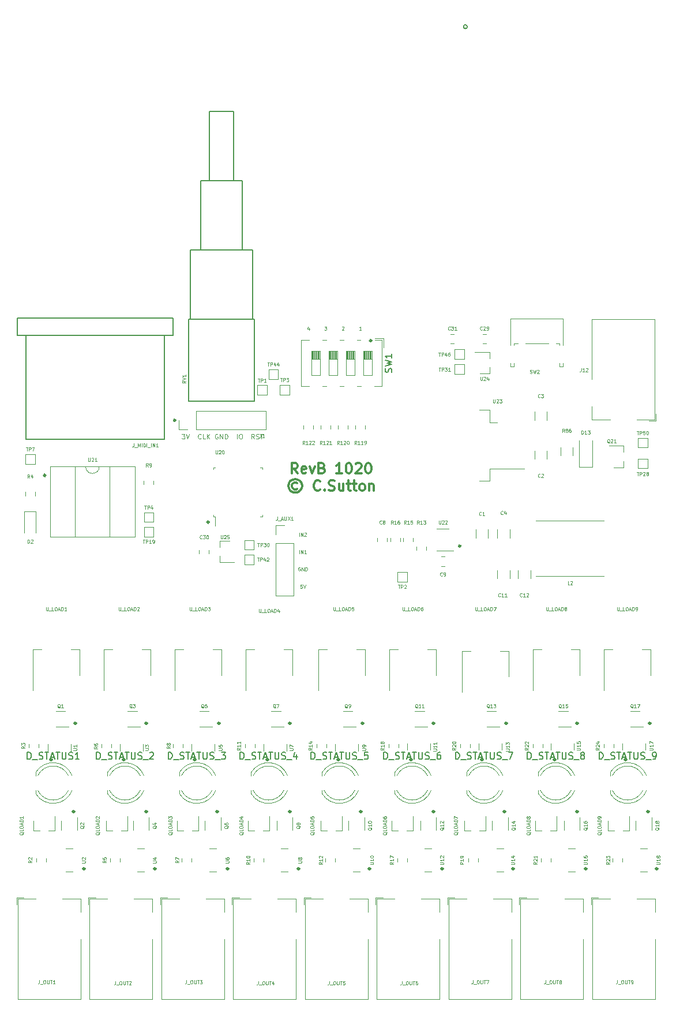
<source format=gbr>
G04 #@! TF.GenerationSoftware,KiCad,Pcbnew,(5.1.5-0-10_14)*
G04 #@! TF.CreationDate,2020-03-12T22:04:08+00:00*
G04 #@! TF.ProjectId,MidiLedController,4d696469-4c65-4644-936f-6e74726f6c6c,C*
G04 #@! TF.SameCoordinates,Original*
G04 #@! TF.FileFunction,Legend,Top*
G04 #@! TF.FilePolarity,Positive*
%FSLAX46Y46*%
G04 Gerber Fmt 4.6, Leading zero omitted, Abs format (unit mm)*
G04 Created by KiCad (PCBNEW (5.1.5-0-10_14)) date 2020-03-12 22:04:08*
%MOMM*%
%LPD*%
G04 APERTURE LIST*
%ADD10C,0.300000*%
%ADD11C,0.100000*%
%ADD12C,0.200000*%
%ADD13C,0.120000*%
%ADD14C,0.150000*%
G04 APERTURE END LIST*
D10*
X105791000Y-124206000D02*
G75*
G03X105791000Y-124206000I-127000J0D01*
G01*
X116205000Y-124206000D02*
G75*
G03X116205000Y-124206000I-127000J0D01*
G01*
X126873000Y-124206000D02*
G75*
G03X126873000Y-124206000I-127000J0D01*
G01*
X137287000Y-124206000D02*
G75*
G03X137287000Y-124206000I-127000J0D01*
G01*
X147701000Y-124206000D02*
G75*
G03X147701000Y-124206000I-127000J0D01*
G01*
X158369000Y-124206000D02*
G75*
G03X158369000Y-124206000I-127000J0D01*
G01*
X168783000Y-124206000D02*
G75*
G03X168783000Y-124206000I-127000J0D01*
G01*
X179451000Y-124206000D02*
G75*
G03X179451000Y-124206000I-127000J0D01*
G01*
X189865000Y-124206000D02*
G75*
G03X189865000Y-124206000I-127000J0D01*
G01*
X188595000Y-115824000D02*
G75*
G03X188595000Y-115824000I-127000J0D01*
G01*
X178181000Y-115824000D02*
G75*
G03X178181000Y-115824000I-127000J0D01*
G01*
X167513000Y-115824000D02*
G75*
G03X167513000Y-115824000I-127000J0D01*
G01*
X157099000Y-115824000D02*
G75*
G03X157099000Y-115824000I-127000J0D01*
G01*
X146431000Y-115824000D02*
G75*
G03X146431000Y-115824000I-127000J0D01*
G01*
X136017000Y-115824000D02*
G75*
G03X136017000Y-115824000I-127000J0D01*
G01*
X125349000Y-115824000D02*
G75*
G03X125349000Y-115824000I-127000J0D01*
G01*
X114935000Y-115824000D02*
G75*
G03X114935000Y-115824000I-127000J0D01*
G01*
X104267000Y-115824000D02*
G75*
G03X104267000Y-115824000I-127000J0D01*
G01*
X114935000Y-102870000D02*
G75*
G03X114935000Y-102870000I-127000J0D01*
G01*
X125603000Y-102870000D02*
G75*
G03X125603000Y-102870000I-127000J0D01*
G01*
X136017000Y-102870000D02*
G75*
G03X136017000Y-102870000I-127000J0D01*
G01*
X146685000Y-102870000D02*
G75*
G03X146685000Y-102870000I-127000J0D01*
G01*
X157099000Y-102870000D02*
G75*
G03X157099000Y-102870000I-127000J0D01*
G01*
X167767000Y-102870000D02*
G75*
G03X167767000Y-102870000I-127000J0D01*
G01*
X178181000Y-102870000D02*
G75*
G03X178181000Y-102870000I-127000J0D01*
G01*
X188849000Y-102870000D02*
G75*
G03X188849000Y-102870000I-127000J0D01*
G01*
X185293000Y-108204000D02*
G75*
G03X185293000Y-108204000I-127000J0D01*
G01*
X174879000Y-108204000D02*
G75*
G03X174879000Y-108204000I-127000J0D01*
G01*
X164211000Y-108204000D02*
G75*
G03X164211000Y-108204000I-127000J0D01*
G01*
X153797000Y-108204000D02*
G75*
G03X153797000Y-108204000I-127000J0D01*
G01*
X143129000Y-108204000D02*
G75*
G03X143129000Y-108204000I-127000J0D01*
G01*
X132715000Y-108204000D02*
G75*
G03X132715000Y-108204000I-127000J0D01*
G01*
X122047000Y-108204000D02*
G75*
G03X122047000Y-108204000I-127000J0D01*
G01*
X111633000Y-108204000D02*
G75*
G03X111633000Y-108204000I-127000J0D01*
G01*
X100965000Y-108204000D02*
G75*
G03X100965000Y-108204000I-127000J0D01*
G01*
X104521000Y-102870000D02*
G75*
G03X104521000Y-102870000I-127000J0D01*
G01*
D11*
X137699761Y-82530190D02*
X137461666Y-82530190D01*
X137437857Y-82768285D01*
X137461666Y-82744476D01*
X137509285Y-82720666D01*
X137628333Y-82720666D01*
X137675952Y-82744476D01*
X137699761Y-82768285D01*
X137723571Y-82815904D01*
X137723571Y-82934952D01*
X137699761Y-82982571D01*
X137675952Y-83006380D01*
X137628333Y-83030190D01*
X137509285Y-83030190D01*
X137461666Y-83006380D01*
X137437857Y-82982571D01*
X137866428Y-82530190D02*
X138033095Y-83030190D01*
X138199761Y-82530190D01*
X137414047Y-80014000D02*
X137366428Y-79990190D01*
X137295000Y-79990190D01*
X137223571Y-80014000D01*
X137175952Y-80061619D01*
X137152142Y-80109238D01*
X137128333Y-80204476D01*
X137128333Y-80275904D01*
X137152142Y-80371142D01*
X137175952Y-80418761D01*
X137223571Y-80466380D01*
X137295000Y-80490190D01*
X137342619Y-80490190D01*
X137414047Y-80466380D01*
X137437857Y-80442571D01*
X137437857Y-80275904D01*
X137342619Y-80275904D01*
X137652142Y-80490190D02*
X137652142Y-79990190D01*
X137937857Y-80490190D01*
X137937857Y-79990190D01*
X138175952Y-80490190D02*
X138175952Y-79990190D01*
X138295000Y-79990190D01*
X138366428Y-80014000D01*
X138414047Y-80061619D01*
X138437857Y-80109238D01*
X138461666Y-80204476D01*
X138461666Y-80275904D01*
X138437857Y-80371142D01*
X138414047Y-80418761D01*
X138366428Y-80466380D01*
X138295000Y-80490190D01*
X138175952Y-80490190D01*
D10*
X160959800Y-76860400D02*
G75*
G03X160959800Y-76860400I-127000J0D01*
G01*
X147904200Y-46736000D02*
G75*
G03X147904200Y-46736000I-127000J0D01*
G01*
X124028200Y-73355200D02*
G75*
G03X124028200Y-73355200I-127000J0D01*
G01*
X100050600Y-66497200D02*
G75*
G03X100050600Y-66497200I-127000J0D01*
G01*
D11*
X137295000Y-77950190D02*
X137295000Y-77450190D01*
X137533095Y-77950190D02*
X137533095Y-77450190D01*
X137818809Y-77950190D01*
X137818809Y-77450190D01*
X138318809Y-77950190D02*
X138033095Y-77950190D01*
X138175952Y-77950190D02*
X138175952Y-77450190D01*
X138128333Y-77521619D01*
X138080714Y-77569238D01*
X138033095Y-77593047D01*
X137295000Y-75410190D02*
X137295000Y-74910190D01*
X137533095Y-75410190D02*
X137533095Y-74910190D01*
X137818809Y-75410190D01*
X137818809Y-74910190D01*
X138033095Y-74957809D02*
X138056904Y-74934000D01*
X138104523Y-74910190D01*
X138223571Y-74910190D01*
X138271190Y-74934000D01*
X138295000Y-74957809D01*
X138318809Y-75005428D01*
X138318809Y-75053047D01*
X138295000Y-75124476D01*
X138009285Y-75410190D01*
X138318809Y-75410190D01*
D10*
X137057428Y-66205571D02*
X136557428Y-65491285D01*
X136200285Y-66205571D02*
X136200285Y-64705571D01*
X136771714Y-64705571D01*
X136914571Y-64777000D01*
X136986000Y-64848428D01*
X137057428Y-64991285D01*
X137057428Y-65205571D01*
X136986000Y-65348428D01*
X136914571Y-65419857D01*
X136771714Y-65491285D01*
X136200285Y-65491285D01*
X138271714Y-66134142D02*
X138128857Y-66205571D01*
X137843142Y-66205571D01*
X137700285Y-66134142D01*
X137628857Y-65991285D01*
X137628857Y-65419857D01*
X137700285Y-65277000D01*
X137843142Y-65205571D01*
X138128857Y-65205571D01*
X138271714Y-65277000D01*
X138343142Y-65419857D01*
X138343142Y-65562714D01*
X137628857Y-65705571D01*
X138843142Y-65205571D02*
X139200285Y-66205571D01*
X139557428Y-65205571D01*
X140628857Y-65419857D02*
X140843142Y-65491285D01*
X140914571Y-65562714D01*
X140986000Y-65705571D01*
X140986000Y-65919857D01*
X140914571Y-66062714D01*
X140843142Y-66134142D01*
X140700285Y-66205571D01*
X140128857Y-66205571D01*
X140128857Y-64705571D01*
X140628857Y-64705571D01*
X140771714Y-64777000D01*
X140843142Y-64848428D01*
X140914571Y-64991285D01*
X140914571Y-65134142D01*
X140843142Y-65277000D01*
X140771714Y-65348428D01*
X140628857Y-65419857D01*
X140128857Y-65419857D01*
X143557428Y-66205571D02*
X142700285Y-66205571D01*
X143128857Y-66205571D02*
X143128857Y-64705571D01*
X142986000Y-64919857D01*
X142843142Y-65062714D01*
X142700285Y-65134142D01*
X144486000Y-64705571D02*
X144628857Y-64705571D01*
X144771714Y-64777000D01*
X144843142Y-64848428D01*
X144914571Y-64991285D01*
X144986000Y-65277000D01*
X144986000Y-65634142D01*
X144914571Y-65919857D01*
X144843142Y-66062714D01*
X144771714Y-66134142D01*
X144628857Y-66205571D01*
X144486000Y-66205571D01*
X144343142Y-66134142D01*
X144271714Y-66062714D01*
X144200285Y-65919857D01*
X144128857Y-65634142D01*
X144128857Y-65277000D01*
X144200285Y-64991285D01*
X144271714Y-64848428D01*
X144343142Y-64777000D01*
X144486000Y-64705571D01*
X145557428Y-64848428D02*
X145628857Y-64777000D01*
X145771714Y-64705571D01*
X146128857Y-64705571D01*
X146271714Y-64777000D01*
X146343142Y-64848428D01*
X146414571Y-64991285D01*
X146414571Y-65134142D01*
X146343142Y-65348428D01*
X145486000Y-66205571D01*
X146414571Y-66205571D01*
X147343142Y-64705571D02*
X147486000Y-64705571D01*
X147628857Y-64777000D01*
X147700285Y-64848428D01*
X147771714Y-64991285D01*
X147843142Y-65277000D01*
X147843142Y-65634142D01*
X147771714Y-65919857D01*
X147700285Y-66062714D01*
X147628857Y-66134142D01*
X147486000Y-66205571D01*
X147343142Y-66205571D01*
X147200285Y-66134142D01*
X147128857Y-66062714D01*
X147057428Y-65919857D01*
X146986000Y-65634142D01*
X146986000Y-65277000D01*
X147057428Y-64991285D01*
X147128857Y-64848428D01*
X147200285Y-64777000D01*
X147343142Y-64705571D01*
X136986000Y-67612714D02*
X136843142Y-67541285D01*
X136557428Y-67541285D01*
X136414571Y-67612714D01*
X136271714Y-67755571D01*
X136200285Y-67898428D01*
X136200285Y-68184142D01*
X136271714Y-68327000D01*
X136414571Y-68469857D01*
X136557428Y-68541285D01*
X136843142Y-68541285D01*
X136986000Y-68469857D01*
X136700285Y-67041285D02*
X136343142Y-67112714D01*
X135986000Y-67327000D01*
X135771714Y-67684142D01*
X135700285Y-68041285D01*
X135771714Y-68398428D01*
X135986000Y-68755571D01*
X136343142Y-68969857D01*
X136700285Y-69041285D01*
X137057428Y-68969857D01*
X137414571Y-68755571D01*
X137628857Y-68398428D01*
X137700285Y-68041285D01*
X137628857Y-67684142D01*
X137414571Y-67327000D01*
X137057428Y-67112714D01*
X136700285Y-67041285D01*
X140343142Y-68612714D02*
X140271714Y-68684142D01*
X140057428Y-68755571D01*
X139914571Y-68755571D01*
X139700285Y-68684142D01*
X139557428Y-68541285D01*
X139486000Y-68398428D01*
X139414571Y-68112714D01*
X139414571Y-67898428D01*
X139486000Y-67612714D01*
X139557428Y-67469857D01*
X139700285Y-67327000D01*
X139914571Y-67255571D01*
X140057428Y-67255571D01*
X140271714Y-67327000D01*
X140343142Y-67398428D01*
X140986000Y-68612714D02*
X141057428Y-68684142D01*
X140986000Y-68755571D01*
X140914571Y-68684142D01*
X140986000Y-68612714D01*
X140986000Y-68755571D01*
X141628857Y-68684142D02*
X141843142Y-68755571D01*
X142200285Y-68755571D01*
X142343142Y-68684142D01*
X142414571Y-68612714D01*
X142486000Y-68469857D01*
X142486000Y-68327000D01*
X142414571Y-68184142D01*
X142343142Y-68112714D01*
X142200285Y-68041285D01*
X141914571Y-67969857D01*
X141771714Y-67898428D01*
X141700285Y-67827000D01*
X141628857Y-67684142D01*
X141628857Y-67541285D01*
X141700285Y-67398428D01*
X141771714Y-67327000D01*
X141914571Y-67255571D01*
X142271714Y-67255571D01*
X142486000Y-67327000D01*
X143771714Y-67755571D02*
X143771714Y-68755571D01*
X143128857Y-67755571D02*
X143128857Y-68541285D01*
X143200285Y-68684142D01*
X143343142Y-68755571D01*
X143557428Y-68755571D01*
X143700285Y-68684142D01*
X143771714Y-68612714D01*
X144271714Y-67755571D02*
X144843142Y-67755571D01*
X144486000Y-67255571D02*
X144486000Y-68541285D01*
X144557428Y-68684142D01*
X144700285Y-68755571D01*
X144843142Y-68755571D01*
X145128857Y-67755571D02*
X145700285Y-67755571D01*
X145343142Y-67255571D02*
X145343142Y-68541285D01*
X145414571Y-68684142D01*
X145557428Y-68755571D01*
X145700285Y-68755571D01*
X146414571Y-68755571D02*
X146271714Y-68684142D01*
X146200285Y-68612714D01*
X146128857Y-68469857D01*
X146128857Y-68041285D01*
X146200285Y-67898428D01*
X146271714Y-67827000D01*
X146414571Y-67755571D01*
X146628857Y-67755571D01*
X146771714Y-67827000D01*
X146843142Y-67898428D01*
X146914571Y-68041285D01*
X146914571Y-68469857D01*
X146843142Y-68612714D01*
X146771714Y-68684142D01*
X146628857Y-68755571D01*
X146414571Y-68755571D01*
X147557428Y-67755571D02*
X147557428Y-68755571D01*
X147557428Y-67898428D02*
X147628857Y-67827000D01*
X147771714Y-67755571D01*
X147986000Y-67755571D01*
X148128857Y-67827000D01*
X148200285Y-67969857D01*
X148200285Y-68755571D01*
D11*
X138715738Y-44850857D02*
X138715738Y-45184190D01*
X138596690Y-44660380D02*
X138477642Y-45017523D01*
X138787166Y-45017523D01*
X140993833Y-44684190D02*
X141303357Y-44684190D01*
X141136690Y-44874666D01*
X141208119Y-44874666D01*
X141255738Y-44898476D01*
X141279547Y-44922285D01*
X141303357Y-44969904D01*
X141303357Y-45088952D01*
X141279547Y-45136571D01*
X141255738Y-45160380D01*
X141208119Y-45184190D01*
X141065261Y-45184190D01*
X141017642Y-45160380D01*
X140993833Y-45136571D01*
X143557642Y-44731809D02*
X143581452Y-44708000D01*
X143629071Y-44684190D01*
X143748119Y-44684190D01*
X143795738Y-44708000D01*
X143819547Y-44731809D01*
X143843357Y-44779428D01*
X143843357Y-44827047D01*
X143819547Y-44898476D01*
X143533833Y-45184190D01*
X143843357Y-45184190D01*
X146383357Y-45184190D02*
X146097642Y-45184190D01*
X146240500Y-45184190D02*
X146240500Y-44684190D01*
X146192880Y-44755619D01*
X146145261Y-44803238D01*
X146097642Y-44827047D01*
X120050666Y-60449666D02*
X120484000Y-60449666D01*
X120250666Y-60716333D01*
X120350666Y-60716333D01*
X120417333Y-60749666D01*
X120450666Y-60783000D01*
X120484000Y-60849666D01*
X120484000Y-61016333D01*
X120450666Y-61083000D01*
X120417333Y-61116333D01*
X120350666Y-61149666D01*
X120150666Y-61149666D01*
X120084000Y-61116333D01*
X120050666Y-61083000D01*
X120684000Y-60449666D02*
X120917333Y-61149666D01*
X121150666Y-60449666D01*
X122850666Y-61083000D02*
X122817333Y-61116333D01*
X122717333Y-61149666D01*
X122650666Y-61149666D01*
X122550666Y-61116333D01*
X122484000Y-61049666D01*
X122450666Y-60983000D01*
X122417333Y-60849666D01*
X122417333Y-60749666D01*
X122450666Y-60616333D01*
X122484000Y-60549666D01*
X122550666Y-60483000D01*
X122650666Y-60449666D01*
X122717333Y-60449666D01*
X122817333Y-60483000D01*
X122850666Y-60516333D01*
X123484000Y-61149666D02*
X123150666Y-61149666D01*
X123150666Y-60449666D01*
X123717333Y-61149666D02*
X123717333Y-60449666D01*
X124117333Y-61149666D02*
X123817333Y-60749666D01*
X124117333Y-60449666D02*
X123717333Y-60849666D01*
X125317333Y-60483000D02*
X125250666Y-60449666D01*
X125150666Y-60449666D01*
X125050666Y-60483000D01*
X124984000Y-60549666D01*
X124950666Y-60616333D01*
X124917333Y-60749666D01*
X124917333Y-60849666D01*
X124950666Y-60983000D01*
X124984000Y-61049666D01*
X125050666Y-61116333D01*
X125150666Y-61149666D01*
X125217333Y-61149666D01*
X125317333Y-61116333D01*
X125350666Y-61083000D01*
X125350666Y-60849666D01*
X125217333Y-60849666D01*
X125650666Y-61149666D02*
X125650666Y-60449666D01*
X126050666Y-61149666D01*
X126050666Y-60449666D01*
X126384000Y-61149666D02*
X126384000Y-60449666D01*
X126550666Y-60449666D01*
X126650666Y-60483000D01*
X126717333Y-60549666D01*
X126750666Y-60616333D01*
X126784000Y-60749666D01*
X126784000Y-60849666D01*
X126750666Y-60983000D01*
X126717333Y-61049666D01*
X126650666Y-61116333D01*
X126550666Y-61149666D01*
X126384000Y-61149666D01*
X128150666Y-61149666D02*
X128150666Y-60449666D01*
X128617333Y-60449666D02*
X128750666Y-60449666D01*
X128817333Y-60483000D01*
X128884000Y-60549666D01*
X128917333Y-60683000D01*
X128917333Y-60916333D01*
X128884000Y-61049666D01*
X128817333Y-61116333D01*
X128750666Y-61149666D01*
X128617333Y-61149666D01*
X128550666Y-61116333D01*
X128484000Y-61049666D01*
X128450666Y-60916333D01*
X128450666Y-60683000D01*
X128484000Y-60549666D01*
X128550666Y-60483000D01*
X128617333Y-60449666D01*
X130684000Y-61149666D02*
X130450666Y-60816333D01*
X130284000Y-61149666D02*
X130284000Y-60449666D01*
X130550666Y-60449666D01*
X130617333Y-60483000D01*
X130650666Y-60516333D01*
X130684000Y-60583000D01*
X130684000Y-60683000D01*
X130650666Y-60749666D01*
X130617333Y-60783000D01*
X130550666Y-60816333D01*
X130284000Y-60816333D01*
X130950666Y-61116333D02*
X131050666Y-61149666D01*
X131217333Y-61149666D01*
X131284000Y-61116333D01*
X131317333Y-61083000D01*
X131350666Y-61016333D01*
X131350666Y-60949666D01*
X131317333Y-60883000D01*
X131284000Y-60849666D01*
X131217333Y-60816333D01*
X131084000Y-60783000D01*
X131017333Y-60749666D01*
X130984000Y-60716333D01*
X130950666Y-60649666D01*
X130950666Y-60583000D01*
X130984000Y-60516333D01*
X131017333Y-60483000D01*
X131084000Y-60449666D01*
X131250666Y-60449666D01*
X131350666Y-60483000D01*
X131550666Y-60449666D02*
X131950666Y-60449666D01*
X131750666Y-61149666D02*
X131750666Y-60449666D01*
D10*
X119126000Y-58420000D02*
G75*
G03X119126000Y-58420000I-127000J0D01*
G01*
D12*
X161954981Y-698500D02*
G75*
G03X161954981Y-698500I-283981J0D01*
G01*
D13*
X182923500Y-112713000D02*
X182923500Y-113178000D01*
X182923500Y-110088000D02*
X182923500Y-110553000D01*
X187737979Y-112713429D02*
G75*
G02X183228816Y-112713000I-2254479J1080429D01*
G01*
X187737979Y-110552571D02*
G75*
G03X183228816Y-110553000I-2254479J-1080429D01*
G01*
X188271315Y-112713827D02*
G75*
G02X182923500Y-113177830I-2787815J1080827D01*
G01*
X188271315Y-110552173D02*
G75*
G03X182923500Y-110088170I-2787815J-1080827D01*
G01*
X172382500Y-112713000D02*
X172382500Y-113178000D01*
X172382500Y-110088000D02*
X172382500Y-110553000D01*
X177196979Y-112713429D02*
G75*
G02X172687816Y-112713000I-2254479J1080429D01*
G01*
X177196979Y-110552571D02*
G75*
G03X172687816Y-110553000I-2254479J-1080429D01*
G01*
X177730315Y-112713827D02*
G75*
G02X172382500Y-113177830I-2787815J1080827D01*
G01*
X177730315Y-110552173D02*
G75*
G03X172382500Y-110088170I-2787815J-1080827D01*
G01*
X161841500Y-112713000D02*
X161841500Y-113178000D01*
X161841500Y-110088000D02*
X161841500Y-110553000D01*
X166655979Y-112713429D02*
G75*
G02X162146816Y-112713000I-2254479J1080429D01*
G01*
X166655979Y-110552571D02*
G75*
G03X162146816Y-110553000I-2254479J-1080429D01*
G01*
X167189315Y-112713827D02*
G75*
G02X161841500Y-113177830I-2787815J1080827D01*
G01*
X167189315Y-110552173D02*
G75*
G03X161841500Y-110088170I-2787815J-1080827D01*
G01*
X151300500Y-112713000D02*
X151300500Y-113178000D01*
X151300500Y-110088000D02*
X151300500Y-110553000D01*
X156114979Y-112713429D02*
G75*
G02X151605816Y-112713000I-2254479J1080429D01*
G01*
X156114979Y-110552571D02*
G75*
G03X151605816Y-110553000I-2254479J-1080429D01*
G01*
X156648315Y-112713827D02*
G75*
G02X151300500Y-113177830I-2787815J1080827D01*
G01*
X156648315Y-110552173D02*
G75*
G03X151300500Y-110088170I-2787815J-1080827D01*
G01*
X140632500Y-112713000D02*
X140632500Y-113178000D01*
X140632500Y-110088000D02*
X140632500Y-110553000D01*
X145446979Y-112713429D02*
G75*
G02X140937816Y-112713000I-2254479J1080429D01*
G01*
X145446979Y-110552571D02*
G75*
G03X140937816Y-110553000I-2254479J-1080429D01*
G01*
X145980315Y-112713827D02*
G75*
G02X140632500Y-113177830I-2787815J1080827D01*
G01*
X145980315Y-110552173D02*
G75*
G03X140632500Y-110088170I-2787815J-1080827D01*
G01*
X130218500Y-112713000D02*
X130218500Y-113178000D01*
X130218500Y-110088000D02*
X130218500Y-110553000D01*
X135032979Y-112713429D02*
G75*
G02X130523816Y-112713000I-2254479J1080429D01*
G01*
X135032979Y-110552571D02*
G75*
G03X130523816Y-110553000I-2254479J-1080429D01*
G01*
X135566315Y-112713827D02*
G75*
G02X130218500Y-113177830I-2787815J1080827D01*
G01*
X135566315Y-110552173D02*
G75*
G03X130218500Y-110088170I-2787815J-1080827D01*
G01*
X119677500Y-112713000D02*
X119677500Y-113178000D01*
X119677500Y-110088000D02*
X119677500Y-110553000D01*
X124491979Y-112713429D02*
G75*
G02X119982816Y-112713000I-2254479J1080429D01*
G01*
X124491979Y-110552571D02*
G75*
G03X119982816Y-110553000I-2254479J-1080429D01*
G01*
X125025315Y-112713827D02*
G75*
G02X119677500Y-113177830I-2787815J1080827D01*
G01*
X125025315Y-110552173D02*
G75*
G03X119677500Y-110088170I-2787815J-1080827D01*
G01*
X109136500Y-112713000D02*
X109136500Y-113178000D01*
X109136500Y-110088000D02*
X109136500Y-110553000D01*
X113950979Y-112713429D02*
G75*
G02X109441816Y-112713000I-2254479J1080429D01*
G01*
X113950979Y-110552571D02*
G75*
G03X109441816Y-110553000I-2254479J-1080429D01*
G01*
X114484315Y-112713827D02*
G75*
G02X109136500Y-113177830I-2787815J1080827D01*
G01*
X114484315Y-110552173D02*
G75*
G03X109136500Y-110088170I-2787815J-1080827D01*
G01*
X98595500Y-112713000D02*
X98595500Y-113178000D01*
X98595500Y-110088000D02*
X98595500Y-110553000D01*
X103409979Y-112713429D02*
G75*
G02X98900816Y-112713000I-2254479J1080429D01*
G01*
X103409979Y-110552571D02*
G75*
G03X98900816Y-110553000I-2254479J-1080429D01*
G01*
X103943315Y-112713827D02*
G75*
G02X98595500Y-113177830I-2787815J1080827D01*
G01*
X103943315Y-110552173D02*
G75*
G03X98595500Y-110088170I-2787815J-1080827D01*
G01*
X140335000Y-49434667D02*
X139065000Y-49434667D01*
X139135000Y-48228000D02*
X139135000Y-49434667D01*
X139255000Y-48228000D02*
X139255000Y-49434667D01*
X139375000Y-48228000D02*
X139375000Y-49434667D01*
X139495000Y-48228000D02*
X139495000Y-49434667D01*
X139615000Y-48228000D02*
X139615000Y-49434667D01*
X139735000Y-48228000D02*
X139735000Y-49434667D01*
X139855000Y-48228000D02*
X139855000Y-49434667D01*
X139975000Y-48228000D02*
X139975000Y-49434667D01*
X140095000Y-48228000D02*
X140095000Y-49434667D01*
X140215000Y-48228000D02*
X140215000Y-49434667D01*
X140335000Y-51848000D02*
X140335000Y-48228000D01*
X139065000Y-51848000D02*
X140335000Y-51848000D01*
X139065000Y-48228000D02*
X139065000Y-51848000D01*
X140335000Y-48228000D02*
X139065000Y-48228000D01*
X142875000Y-49434667D02*
X141605000Y-49434667D01*
X141675000Y-48228000D02*
X141675000Y-49434667D01*
X141795000Y-48228000D02*
X141795000Y-49434667D01*
X141915000Y-48228000D02*
X141915000Y-49434667D01*
X142035000Y-48228000D02*
X142035000Y-49434667D01*
X142155000Y-48228000D02*
X142155000Y-49434667D01*
X142275000Y-48228000D02*
X142275000Y-49434667D01*
X142395000Y-48228000D02*
X142395000Y-49434667D01*
X142515000Y-48228000D02*
X142515000Y-49434667D01*
X142635000Y-48228000D02*
X142635000Y-49434667D01*
X142755000Y-48228000D02*
X142755000Y-49434667D01*
X142875000Y-51848000D02*
X142875000Y-48228000D01*
X141605000Y-51848000D02*
X142875000Y-51848000D01*
X141605000Y-48228000D02*
X141605000Y-51848000D01*
X142875000Y-48228000D02*
X141605000Y-48228000D01*
X145415000Y-49434667D02*
X144145000Y-49434667D01*
X144215000Y-48228000D02*
X144215000Y-49434667D01*
X144335000Y-48228000D02*
X144335000Y-49434667D01*
X144455000Y-48228000D02*
X144455000Y-49434667D01*
X144575000Y-48228000D02*
X144575000Y-49434667D01*
X144695000Y-48228000D02*
X144695000Y-49434667D01*
X144815000Y-48228000D02*
X144815000Y-49434667D01*
X144935000Y-48228000D02*
X144935000Y-49434667D01*
X145055000Y-48228000D02*
X145055000Y-49434667D01*
X145175000Y-48228000D02*
X145175000Y-49434667D01*
X145295000Y-48228000D02*
X145295000Y-49434667D01*
X145415000Y-51848000D02*
X145415000Y-48228000D01*
X144145000Y-51848000D02*
X145415000Y-51848000D01*
X144145000Y-48228000D02*
X144145000Y-51848000D01*
X145415000Y-48228000D02*
X144145000Y-48228000D01*
X147955000Y-49434667D02*
X146685000Y-49434667D01*
X146755000Y-48228000D02*
X146755000Y-49434667D01*
X146875000Y-48228000D02*
X146875000Y-49434667D01*
X146995000Y-48228000D02*
X146995000Y-49434667D01*
X147115000Y-48228000D02*
X147115000Y-49434667D01*
X147235000Y-48228000D02*
X147235000Y-49434667D01*
X147355000Y-48228000D02*
X147355000Y-49434667D01*
X147475000Y-48228000D02*
X147475000Y-49434667D01*
X147595000Y-48228000D02*
X147595000Y-49434667D01*
X147715000Y-48228000D02*
X147715000Y-49434667D01*
X147835000Y-48228000D02*
X147835000Y-49434667D01*
X147955000Y-51848000D02*
X147955000Y-48228000D01*
X146685000Y-51848000D02*
X147955000Y-51848000D01*
X146685000Y-48228000D02*
X146685000Y-51848000D01*
X147955000Y-48228000D02*
X146685000Y-48228000D01*
X149670000Y-46388000D02*
X148360000Y-46388000D01*
X149670000Y-46388000D02*
X149670000Y-47771000D01*
X146330000Y-53449000D02*
X145769000Y-53449000D01*
X149430000Y-53449000D02*
X148310000Y-53449000D01*
X143790000Y-53449000D02*
X143229000Y-53449000D01*
X141250000Y-53449000D02*
X140689000Y-53449000D01*
X138710000Y-53449000D02*
X137590000Y-53449000D01*
X138710000Y-46628000D02*
X137590000Y-46628000D01*
X141250000Y-46628000D02*
X140689000Y-46628000D01*
X143790000Y-46628000D02*
X143229000Y-46628000D01*
X146280000Y-46628000D02*
X145769000Y-46628000D01*
X149430000Y-46628000D02*
X148360000Y-46628000D01*
X137590000Y-46628000D02*
X137590000Y-53449000D01*
X149430000Y-46628000D02*
X149430000Y-53449000D01*
X165205200Y-58713000D02*
X166305200Y-58713000D01*
X165205200Y-56903000D02*
X165205200Y-58713000D01*
X163705200Y-56903000D02*
X165205200Y-56903000D01*
X165205200Y-65493000D02*
X170330200Y-65493000D01*
X165205200Y-67303000D02*
X165205200Y-65493000D01*
X163705200Y-67303000D02*
X165205200Y-67303000D01*
X134428000Y-54675000D02*
X134428000Y-53275000D01*
X135828000Y-54675000D02*
X134428000Y-54675000D01*
X135828000Y-53275000D02*
X135828000Y-54675000D01*
X134428000Y-53275000D02*
X135828000Y-53275000D01*
D14*
X127635000Y-13081000D02*
X127635000Y-23241000D01*
X124079000Y-13081000D02*
X127635000Y-13081000D01*
X124079000Y-23241000D02*
X124079000Y-13081000D01*
X128905000Y-23241000D02*
X128905000Y-33401000D01*
X122809000Y-23241000D02*
X128905000Y-23241000D01*
X122809000Y-33401000D02*
X122809000Y-23241000D01*
X130429000Y-33401000D02*
X130429000Y-43561000D01*
X121285000Y-33401000D02*
X130429000Y-33401000D01*
X121285000Y-43561000D02*
X121285000Y-33401000D01*
X121031000Y-55626000D02*
X121031000Y-43561000D01*
X130683000Y-55626000D02*
X121031000Y-55626000D01*
X130683000Y-43561000D02*
X130683000Y-55626000D01*
X121031000Y-43561000D02*
X130683000Y-43561000D01*
D13*
X182570000Y-118616000D02*
X182570000Y-117156000D01*
X185730000Y-118616000D02*
X185730000Y-116456000D01*
X185730000Y-118616000D02*
X184800000Y-118616000D01*
X182570000Y-118616000D02*
X183500000Y-118616000D01*
X171902000Y-118616000D02*
X171902000Y-117156000D01*
X175062000Y-118616000D02*
X175062000Y-116456000D01*
X175062000Y-118616000D02*
X174132000Y-118616000D01*
X171902000Y-118616000D02*
X172832000Y-118616000D01*
X161488000Y-118616000D02*
X161488000Y-117156000D01*
X164648000Y-118616000D02*
X164648000Y-116456000D01*
X164648000Y-118616000D02*
X163718000Y-118616000D01*
X161488000Y-118616000D02*
X162418000Y-118616000D01*
X150820000Y-118616000D02*
X150820000Y-117156000D01*
X153980000Y-118616000D02*
X153980000Y-116456000D01*
X153980000Y-118616000D02*
X153050000Y-118616000D01*
X150820000Y-118616000D02*
X151750000Y-118616000D01*
X140406000Y-118616000D02*
X140406000Y-117156000D01*
X143566000Y-118616000D02*
X143566000Y-116456000D01*
X143566000Y-118616000D02*
X142636000Y-118616000D01*
X140406000Y-118616000D02*
X141336000Y-118616000D01*
X129738000Y-118616000D02*
X129738000Y-117156000D01*
X132898000Y-118616000D02*
X132898000Y-116456000D01*
X132898000Y-118616000D02*
X131968000Y-118616000D01*
X129738000Y-118616000D02*
X130668000Y-118616000D01*
X119324000Y-118616000D02*
X119324000Y-117156000D01*
X122484000Y-118616000D02*
X122484000Y-116456000D01*
X122484000Y-118616000D02*
X121554000Y-118616000D01*
X119324000Y-118616000D02*
X120254000Y-118616000D01*
X108910000Y-118616000D02*
X108910000Y-117156000D01*
X112070000Y-118616000D02*
X112070000Y-116456000D01*
X112070000Y-118616000D02*
X111140000Y-118616000D01*
X108910000Y-118616000D02*
X109840000Y-118616000D01*
X98242000Y-118616000D02*
X98242000Y-117156000D01*
X101402000Y-118616000D02*
X101402000Y-116456000D01*
X101402000Y-118616000D02*
X100472000Y-118616000D01*
X98242000Y-118616000D02*
X99172000Y-118616000D01*
X187333000Y-124616000D02*
X188333000Y-124616000D01*
X187333000Y-121256000D02*
X188333000Y-121256000D01*
X176792000Y-124616000D02*
X177792000Y-124616000D01*
X176792000Y-121256000D02*
X177792000Y-121256000D01*
X166251000Y-124616000D02*
X167251000Y-124616000D01*
X166251000Y-121256000D02*
X167251000Y-121256000D01*
X155710000Y-124616000D02*
X156710000Y-124616000D01*
X155710000Y-121256000D02*
X156710000Y-121256000D01*
X145169000Y-124616000D02*
X146169000Y-124616000D01*
X145169000Y-121256000D02*
X146169000Y-121256000D01*
X134628000Y-124616000D02*
X135628000Y-124616000D01*
X134628000Y-121256000D02*
X135628000Y-121256000D01*
X124087000Y-124616000D02*
X125087000Y-124616000D01*
X124087000Y-121256000D02*
X125087000Y-121256000D01*
X113546000Y-124616000D02*
X114546000Y-124616000D01*
X113546000Y-121256000D02*
X114546000Y-121256000D01*
X103005000Y-124616000D02*
X104005000Y-124616000D01*
X103005000Y-121256000D02*
X104005000Y-121256000D01*
X98190000Y-98080000D02*
X98190000Y-92070000D01*
X105010000Y-95830000D02*
X105010000Y-92070000D01*
X98190000Y-92070000D02*
X99450000Y-92070000D01*
X105010000Y-92070000D02*
X103750000Y-92070000D01*
X182010000Y-98080000D02*
X182010000Y-92070000D01*
X188830000Y-95830000D02*
X188830000Y-92070000D01*
X182010000Y-92070000D02*
X183270000Y-92070000D01*
X188830000Y-92070000D02*
X187570000Y-92070000D01*
X171596000Y-98080000D02*
X171596000Y-92070000D01*
X178416000Y-95830000D02*
X178416000Y-92070000D01*
X171596000Y-92070000D02*
X172856000Y-92070000D01*
X178416000Y-92070000D02*
X177156000Y-92070000D01*
X161182000Y-98273000D02*
X161182000Y-92263000D01*
X168002000Y-96023000D02*
X168002000Y-92263000D01*
X161182000Y-92263000D02*
X162442000Y-92263000D01*
X168002000Y-92263000D02*
X166742000Y-92263000D01*
X150514000Y-98080000D02*
X150514000Y-92070000D01*
X157334000Y-95830000D02*
X157334000Y-92070000D01*
X150514000Y-92070000D02*
X151774000Y-92070000D01*
X157334000Y-92070000D02*
X156074000Y-92070000D01*
X140100000Y-98080000D02*
X140100000Y-92070000D01*
X146920000Y-95830000D02*
X146920000Y-92070000D01*
X140100000Y-92070000D02*
X141360000Y-92070000D01*
X146920000Y-92070000D02*
X145660000Y-92070000D01*
X129432000Y-98080000D02*
X129432000Y-92070000D01*
X136252000Y-95830000D02*
X136252000Y-92070000D01*
X129432000Y-92070000D02*
X130692000Y-92070000D01*
X136252000Y-92070000D02*
X134992000Y-92070000D01*
X119018000Y-98080000D02*
X119018000Y-92070000D01*
X125838000Y-95830000D02*
X125838000Y-92070000D01*
X119018000Y-92070000D02*
X120278000Y-92070000D01*
X125838000Y-92070000D02*
X124578000Y-92070000D01*
X108604000Y-98080000D02*
X108604000Y-92070000D01*
X115424000Y-95830000D02*
X115424000Y-92070000D01*
X108604000Y-92070000D02*
X109864000Y-92070000D01*
X115424000Y-92070000D02*
X114164000Y-92070000D01*
X184756000Y-105799000D02*
X184756000Y-106799000D01*
X188116000Y-105799000D02*
X188116000Y-106799000D01*
X174215000Y-105799000D02*
X174215000Y-106799000D01*
X177575000Y-105799000D02*
X177575000Y-106799000D01*
X163674000Y-105799000D02*
X163674000Y-106799000D01*
X167034000Y-105799000D02*
X167034000Y-106799000D01*
X153133000Y-105799000D02*
X153133000Y-106799000D01*
X156493000Y-105799000D02*
X156493000Y-106799000D01*
X142592000Y-105926000D02*
X142592000Y-106926000D01*
X145952000Y-105926000D02*
X145952000Y-106926000D01*
X132051000Y-105926000D02*
X132051000Y-106926000D01*
X135411000Y-105926000D02*
X135411000Y-106926000D01*
X121510000Y-105926000D02*
X121510000Y-106926000D01*
X124870000Y-105926000D02*
X124870000Y-106926000D01*
X110969000Y-105926000D02*
X110969000Y-106926000D01*
X114329000Y-105926000D02*
X114329000Y-106926000D01*
X100428000Y-105926000D02*
X100428000Y-106926000D01*
X103788000Y-105926000D02*
X103788000Y-106926000D01*
X182043000Y-106433252D02*
X182043000Y-105910748D01*
X183463000Y-106433252D02*
X183463000Y-105910748D01*
X183313000Y-122674748D02*
X183313000Y-123197252D01*
X184733000Y-122674748D02*
X184733000Y-123197252D01*
X173049000Y-106433252D02*
X173049000Y-105910748D01*
X171629000Y-106433252D02*
X171629000Y-105910748D01*
X172772000Y-122665748D02*
X172772000Y-123188252D01*
X174192000Y-122665748D02*
X174192000Y-123188252D01*
X162381000Y-106433252D02*
X162381000Y-105910748D01*
X160961000Y-106433252D02*
X160961000Y-105910748D01*
X162104000Y-122674748D02*
X162104000Y-123197252D01*
X163524000Y-122674748D02*
X163524000Y-123197252D01*
X151840000Y-106433252D02*
X151840000Y-105910748D01*
X150420000Y-106433252D02*
X150420000Y-105910748D01*
X151690000Y-122665748D02*
X151690000Y-123188252D01*
X153110000Y-122665748D02*
X153110000Y-123188252D01*
X141299000Y-106433252D02*
X141299000Y-105910748D01*
X139879000Y-106433252D02*
X139879000Y-105910748D01*
X141149000Y-122674748D02*
X141149000Y-123197252D01*
X142569000Y-122674748D02*
X142569000Y-123197252D01*
X130758000Y-106433252D02*
X130758000Y-105910748D01*
X129338000Y-106433252D02*
X129338000Y-105910748D01*
X130608000Y-122674748D02*
X130608000Y-123197252D01*
X132028000Y-122674748D02*
X132028000Y-123197252D01*
X120217000Y-106433252D02*
X120217000Y-105910748D01*
X118797000Y-106433252D02*
X118797000Y-105910748D01*
X120067000Y-122674748D02*
X120067000Y-123197252D01*
X121487000Y-122674748D02*
X121487000Y-123197252D01*
X109676000Y-106442252D02*
X109676000Y-105919748D01*
X108256000Y-106442252D02*
X108256000Y-105919748D01*
X109526000Y-122674748D02*
X109526000Y-123197252D01*
X110946000Y-122674748D02*
X110946000Y-123197252D01*
X99008000Y-106433252D02*
X99008000Y-105910748D01*
X97588000Y-106433252D02*
X97588000Y-105910748D01*
X98731000Y-122674748D02*
X98731000Y-123197252D01*
X100151000Y-122674748D02*
X100151000Y-123197252D01*
X186673000Y-117156000D02*
X186673000Y-118556000D01*
X188993000Y-118556000D02*
X188993000Y-116656000D01*
X187263000Y-101075000D02*
X185863000Y-101075000D01*
X185863000Y-103395000D02*
X187763000Y-103395000D01*
X176132000Y-117156000D02*
X176132000Y-118556000D01*
X178452000Y-118556000D02*
X178452000Y-116656000D01*
X176722000Y-101075000D02*
X175322000Y-101075000D01*
X175322000Y-103395000D02*
X177222000Y-103395000D01*
X165591000Y-117156000D02*
X165591000Y-118556000D01*
X167911000Y-118556000D02*
X167911000Y-116656000D01*
X166181000Y-101075000D02*
X164781000Y-101075000D01*
X164781000Y-103395000D02*
X166681000Y-103395000D01*
X155050000Y-117156000D02*
X155050000Y-118556000D01*
X157370000Y-118556000D02*
X157370000Y-116656000D01*
X155640000Y-101075000D02*
X154240000Y-101075000D01*
X154240000Y-103395000D02*
X156140000Y-103395000D01*
X144509000Y-117156000D02*
X144509000Y-118556000D01*
X146829000Y-118556000D02*
X146829000Y-116656000D01*
X145099000Y-101075000D02*
X143699000Y-101075000D01*
X143699000Y-103395000D02*
X145599000Y-103395000D01*
X133968000Y-117156000D02*
X133968000Y-118556000D01*
X136288000Y-118556000D02*
X136288000Y-116656000D01*
X134558000Y-101075000D02*
X133158000Y-101075000D01*
X133158000Y-103395000D02*
X135058000Y-103395000D01*
X123427000Y-117156000D02*
X123427000Y-118556000D01*
X125747000Y-118556000D02*
X125747000Y-116656000D01*
X124017000Y-101075000D02*
X122617000Y-101075000D01*
X122617000Y-103395000D02*
X124517000Y-103395000D01*
X112886000Y-117156000D02*
X112886000Y-118556000D01*
X115206000Y-118556000D02*
X115206000Y-116656000D01*
X113476000Y-101075000D02*
X112076000Y-101075000D01*
X112076000Y-103395000D02*
X113976000Y-103395000D01*
X102345000Y-117156000D02*
X102345000Y-118556000D01*
X104665000Y-118556000D02*
X104665000Y-116656000D01*
X102935000Y-101075000D02*
X101535000Y-101075000D01*
X101535000Y-103395000D02*
X103435000Y-103395000D01*
X171810000Y-57182936D02*
X171810000Y-58387064D01*
X173630000Y-57182936D02*
X173630000Y-58387064D01*
X173630000Y-64102064D02*
X173630000Y-62897936D01*
X171810000Y-64102064D02*
X171810000Y-62897936D01*
X150189000Y-76207252D02*
X150189000Y-75684748D01*
X148769000Y-76207252D02*
X148769000Y-75684748D01*
X187006000Y-65470000D02*
X187006000Y-64070000D01*
X188406000Y-65470000D02*
X187006000Y-65470000D01*
X188406000Y-64070000D02*
X188406000Y-65470000D01*
X187006000Y-64070000D02*
X188406000Y-64070000D01*
X157469000Y-77556000D02*
X159919000Y-77556000D01*
X159269000Y-74336000D02*
X157469000Y-74336000D01*
X153100000Y-80707000D02*
X153100000Y-82107000D01*
X151700000Y-80707000D02*
X153100000Y-80707000D01*
X151700000Y-82107000D02*
X151700000Y-80707000D01*
X153100000Y-82107000D02*
X151700000Y-82107000D01*
X170476000Y-47198000D02*
X173876000Y-47198000D01*
X168836000Y-47198000D02*
X169376000Y-47198000D01*
X176036000Y-50028000D02*
X176036000Y-50538000D01*
X175516000Y-50538000D02*
X176036000Y-50538000D01*
X175516000Y-50028000D02*
X175516000Y-50538000D01*
X174976000Y-47198000D02*
X175516000Y-47198000D01*
X168316000Y-50028000D02*
X168316000Y-50538000D01*
X168836000Y-50028000D02*
X168836000Y-50538000D01*
X175516000Y-47198000D02*
X175516000Y-47428000D01*
X168316000Y-43528000D02*
X168316000Y-47428000D01*
X168316000Y-50538000D02*
X168836000Y-50538000D01*
X176036000Y-43528000D02*
X176036000Y-47428000D01*
X168316000Y-43528000D02*
X176036000Y-43528000D01*
X168836000Y-47198000D02*
X168836000Y-47428000D01*
X153999000Y-76207252D02*
X153999000Y-75684748D01*
X152579000Y-76207252D02*
X152579000Y-75684748D01*
X150674000Y-75684748D02*
X150674000Y-76207252D01*
X152094000Y-75684748D02*
X152094000Y-76207252D01*
X154484000Y-76954748D02*
X154484000Y-77477252D01*
X155904000Y-76954748D02*
X155904000Y-77477252D01*
X172038000Y-81316000D02*
X182038000Y-81316000D01*
X172038000Y-73116000D02*
X182038000Y-73116000D01*
X171217000Y-81628064D02*
X171217000Y-80423936D01*
X169397000Y-81628064D02*
X169397000Y-80423936D01*
X168169000Y-81628064D02*
X168169000Y-80423936D01*
X166349000Y-81628064D02*
X166349000Y-80423936D01*
X158630252Y-78411000D02*
X158107748Y-78411000D01*
X158630252Y-79831000D02*
X158107748Y-79831000D01*
X166349000Y-74454936D02*
X166349000Y-75659064D01*
X168169000Y-74454936D02*
X168169000Y-75659064D01*
X163174000Y-74454936D02*
X163174000Y-75659064D01*
X164994000Y-74454936D02*
X164994000Y-75659064D01*
X133798000Y-73854000D02*
X135128000Y-73854000D01*
X133798000Y-75184000D02*
X133798000Y-73854000D01*
X133798000Y-76454000D02*
X136458000Y-76454000D01*
X136458000Y-76454000D02*
X136458000Y-84134000D01*
X133798000Y-76454000D02*
X133798000Y-84134000D01*
X133798000Y-84134000D02*
X136458000Y-84134000D01*
X189448500Y-58304000D02*
X186848500Y-58304000D01*
X189448500Y-43604000D02*
X189448500Y-58304000D01*
X180248500Y-58304000D02*
X180248500Y-56404000D01*
X182948500Y-58304000D02*
X180248500Y-58304000D01*
X180248500Y-43604000D02*
X189448500Y-43604000D01*
X180248500Y-52404000D02*
X180248500Y-43604000D01*
X189648500Y-57454000D02*
X189648500Y-58504000D01*
X188598500Y-58504000D02*
X189648500Y-58504000D01*
X187006000Y-62422000D02*
X187006000Y-61022000D01*
X188406000Y-62422000D02*
X187006000Y-62422000D01*
X188406000Y-61022000D02*
X188406000Y-62422000D01*
X187006000Y-61022000D02*
X188406000Y-61022000D01*
X161482000Y-48017200D02*
X161482000Y-49417200D01*
X160082000Y-48017200D02*
X161482000Y-48017200D01*
X160082000Y-49417200D02*
X160082000Y-48017200D01*
X161482000Y-49417200D02*
X160082000Y-49417200D01*
X132777000Y-52389000D02*
X132777000Y-50989000D01*
X134177000Y-52389000D02*
X132777000Y-52389000D01*
X134177000Y-50989000D02*
X134177000Y-52389000D01*
X132777000Y-50989000D02*
X134177000Y-50989000D01*
X129221000Y-79567000D02*
X129221000Y-78167000D01*
X130621000Y-79567000D02*
X129221000Y-79567000D01*
X130621000Y-78167000D02*
X130621000Y-79567000D01*
X129221000Y-78167000D02*
X130621000Y-78167000D01*
X115889000Y-74090300D02*
X115889000Y-75490300D01*
X114489000Y-74090300D02*
X115889000Y-74090300D01*
X114489000Y-75490300D02*
X114489000Y-74090300D01*
X115889000Y-75490300D02*
X114489000Y-75490300D01*
X184910000Y-65334000D02*
X183450000Y-65334000D01*
X184910000Y-62174000D02*
X182750000Y-62174000D01*
X184910000Y-62174000D02*
X184910000Y-63104000D01*
X184910000Y-65334000D02*
X184910000Y-64404000D01*
X139330500Y-59697252D02*
X139330500Y-59174748D01*
X137910500Y-59697252D02*
X137910500Y-59174748D01*
X141870500Y-59697252D02*
X141870500Y-59174748D01*
X140450500Y-59697252D02*
X140450500Y-59174748D01*
X144410500Y-59697252D02*
X144410500Y-59174748D01*
X142990500Y-59697252D02*
X142990500Y-59174748D01*
X146950500Y-59697252D02*
X146950500Y-59174748D01*
X145530500Y-59697252D02*
X145530500Y-59174748D01*
X180312000Y-128640000D02*
X182912000Y-128640000D01*
X180312000Y-143340000D02*
X180312000Y-128640000D01*
X189512000Y-128640000D02*
X189512000Y-130540000D01*
X186812000Y-128640000D02*
X189512000Y-128640000D01*
X189512000Y-143340000D02*
X180312000Y-143340000D01*
X189512000Y-134540000D02*
X189512000Y-143340000D01*
X180112000Y-129490000D02*
X180112000Y-128440000D01*
X181162000Y-128440000D02*
X180112000Y-128440000D01*
X169771000Y-128640000D02*
X172371000Y-128640000D01*
X169771000Y-143340000D02*
X169771000Y-128640000D01*
X178971000Y-128640000D02*
X178971000Y-130540000D01*
X176271000Y-128640000D02*
X178971000Y-128640000D01*
X178971000Y-143340000D02*
X169771000Y-143340000D01*
X178971000Y-134540000D02*
X178971000Y-143340000D01*
X169571000Y-129490000D02*
X169571000Y-128440000D01*
X170621000Y-128440000D02*
X169571000Y-128440000D01*
X159230000Y-128640000D02*
X161830000Y-128640000D01*
X159230000Y-143340000D02*
X159230000Y-128640000D01*
X168430000Y-128640000D02*
X168430000Y-130540000D01*
X165730000Y-128640000D02*
X168430000Y-128640000D01*
X168430000Y-143340000D02*
X159230000Y-143340000D01*
X168430000Y-134540000D02*
X168430000Y-143340000D01*
X159030000Y-129490000D02*
X159030000Y-128440000D01*
X160080000Y-128440000D02*
X159030000Y-128440000D01*
X148689000Y-128640000D02*
X151289000Y-128640000D01*
X148689000Y-143340000D02*
X148689000Y-128640000D01*
X157889000Y-128640000D02*
X157889000Y-130540000D01*
X155189000Y-128640000D02*
X157889000Y-128640000D01*
X157889000Y-143340000D02*
X148689000Y-143340000D01*
X157889000Y-134540000D02*
X157889000Y-143340000D01*
X148489000Y-129490000D02*
X148489000Y-128440000D01*
X149539000Y-128440000D02*
X148489000Y-128440000D01*
X138148000Y-128640000D02*
X140748000Y-128640000D01*
X138148000Y-143340000D02*
X138148000Y-128640000D01*
X147348000Y-128640000D02*
X147348000Y-130540000D01*
X144648000Y-128640000D02*
X147348000Y-128640000D01*
X147348000Y-143340000D02*
X138148000Y-143340000D01*
X147348000Y-134540000D02*
X147348000Y-143340000D01*
X137948000Y-129490000D02*
X137948000Y-128440000D01*
X138998000Y-128440000D02*
X137948000Y-128440000D01*
X127607000Y-128640000D02*
X130207000Y-128640000D01*
X127607000Y-143340000D02*
X127607000Y-128640000D01*
X136807000Y-128640000D02*
X136807000Y-130540000D01*
X134107000Y-128640000D02*
X136807000Y-128640000D01*
X136807000Y-143340000D02*
X127607000Y-143340000D01*
X136807000Y-134540000D02*
X136807000Y-143340000D01*
X127407000Y-129490000D02*
X127407000Y-128440000D01*
X128457000Y-128440000D02*
X127407000Y-128440000D01*
X117066000Y-128640000D02*
X119666000Y-128640000D01*
X117066000Y-143340000D02*
X117066000Y-128640000D01*
X126266000Y-128640000D02*
X126266000Y-130540000D01*
X123566000Y-128640000D02*
X126266000Y-128640000D01*
X126266000Y-143340000D02*
X117066000Y-143340000D01*
X126266000Y-134540000D02*
X126266000Y-143340000D01*
X116866000Y-129490000D02*
X116866000Y-128440000D01*
X117916000Y-128440000D02*
X116866000Y-128440000D01*
X106525000Y-128640000D02*
X109125000Y-128640000D01*
X106525000Y-143340000D02*
X106525000Y-128640000D01*
X115725000Y-128640000D02*
X115725000Y-130540000D01*
X113025000Y-128640000D02*
X115725000Y-128640000D01*
X115725000Y-143340000D02*
X106525000Y-143340000D01*
X115725000Y-134540000D02*
X115725000Y-143340000D01*
X106325000Y-129490000D02*
X106325000Y-128440000D01*
X107375000Y-128440000D02*
X106325000Y-128440000D01*
X95984000Y-128640000D02*
X98584000Y-128640000D01*
X95984000Y-143340000D02*
X95984000Y-128640000D01*
X105184000Y-128640000D02*
X105184000Y-130540000D01*
X102484000Y-128640000D02*
X105184000Y-128640000D01*
X105184000Y-143340000D02*
X95984000Y-143340000D01*
X105184000Y-134540000D02*
X105184000Y-143340000D01*
X95784000Y-129490000D02*
X95784000Y-128440000D01*
X96834000Y-128440000D02*
X95784000Y-128440000D01*
X98640000Y-71760000D02*
X98640000Y-74910000D01*
X96940000Y-71760000D02*
X96940000Y-74910000D01*
X98640000Y-71760000D02*
X96940000Y-71760000D01*
X165225000Y-51554500D02*
X163765000Y-51554500D01*
X165225000Y-48394500D02*
X163065000Y-48394500D01*
X165225000Y-48394500D02*
X165225000Y-49324500D01*
X165225000Y-51554500D02*
X165225000Y-50624500D01*
X97090000Y-64835000D02*
X97090000Y-63435000D01*
X98490000Y-64835000D02*
X97090000Y-64835000D01*
X98490000Y-63435000D02*
X98490000Y-64835000D01*
X97090000Y-63435000D02*
X98490000Y-63435000D01*
X114489000Y-73344000D02*
X114489000Y-71944000D01*
X115889000Y-73344000D02*
X114489000Y-73344000D01*
X115889000Y-71944000D02*
X115889000Y-73344000D01*
X114489000Y-71944000D02*
X115889000Y-71944000D01*
X131126000Y-54675000D02*
X131126000Y-53275000D01*
X132526000Y-54675000D02*
X131126000Y-54675000D01*
X132526000Y-53275000D02*
X132526000Y-54675000D01*
X131126000Y-53275000D02*
X132526000Y-53275000D01*
X160082000Y-51627000D02*
X160082000Y-50227000D01*
X161482000Y-51627000D02*
X160082000Y-51627000D01*
X161482000Y-50227000D02*
X161482000Y-51627000D01*
X160082000Y-50227000D02*
X161482000Y-50227000D01*
X129221000Y-77408000D02*
X129221000Y-76008000D01*
X130621000Y-77408000D02*
X129221000Y-77408000D01*
X130621000Y-76008000D02*
X130621000Y-77408000D01*
X129221000Y-76008000D02*
X130621000Y-76008000D01*
X113169000Y-65158000D02*
X100699000Y-65158000D01*
X113169000Y-75558000D02*
X113169000Y-65158000D01*
X100699000Y-75558000D02*
X113169000Y-75558000D01*
X100699000Y-65158000D02*
X100699000Y-75558000D01*
X109469000Y-65218000D02*
X107934000Y-65218000D01*
X109469000Y-75498000D02*
X109469000Y-65218000D01*
X104399000Y-75498000D02*
X109469000Y-75498000D01*
X104399000Y-65218000D02*
X104399000Y-75498000D01*
X105934000Y-65218000D02*
X104399000Y-65218000D01*
X107934000Y-65218000D02*
G75*
G02X105934000Y-65218000I-1000000J0D01*
G01*
X119574000Y-59750000D02*
X119574000Y-58420000D01*
X120904000Y-59750000D02*
X119574000Y-59750000D01*
X122174000Y-59750000D02*
X122174000Y-57090000D01*
X122174000Y-57090000D02*
X132394000Y-57090000D01*
X122174000Y-59750000D02*
X132394000Y-59750000D01*
X132394000Y-59750000D02*
X132394000Y-57090000D01*
X125605000Y-76080500D02*
X127065000Y-76080500D01*
X125605000Y-79240500D02*
X127765000Y-79240500D01*
X125605000Y-79240500D02*
X125605000Y-78310500D01*
X125605000Y-76080500D02*
X125605000Y-77010500D01*
X124027000Y-77985252D02*
X124027000Y-77462748D01*
X122607000Y-77985252D02*
X122607000Y-77462748D01*
X177440000Y-63594064D02*
X177440000Y-62389936D01*
X175620000Y-63594064D02*
X175620000Y-62389936D01*
X178324000Y-65242000D02*
X178324000Y-61342000D01*
X180324000Y-65242000D02*
X180324000Y-61342000D01*
X178324000Y-65242000D02*
X180324000Y-65242000D01*
X159504748Y-47192000D02*
X160027252Y-47192000D01*
X159504748Y-45772000D02*
X160027252Y-45772000D01*
X164726252Y-45772000D02*
X164203748Y-45772000D01*
X164726252Y-47192000D02*
X164203748Y-47192000D01*
X124960000Y-72571000D02*
X124960000Y-73886000D01*
X124660000Y-72571000D02*
X124960000Y-72571000D01*
X124660000Y-72271000D02*
X124660000Y-72571000D01*
X124660000Y-65351000D02*
X124960000Y-65351000D01*
X124660000Y-65651000D02*
X124660000Y-65351000D01*
X131880000Y-72571000D02*
X131580000Y-72571000D01*
X131880000Y-72271000D02*
X131880000Y-72571000D01*
X131880000Y-65351000D02*
X131580000Y-65351000D01*
X131880000Y-65651000D02*
X131880000Y-65351000D01*
X114479000Y-67302748D02*
X114479000Y-67825252D01*
X115899000Y-67302748D02*
X115899000Y-67825252D01*
X98500000Y-69476252D02*
X98500000Y-68953748D01*
X97080000Y-69476252D02*
X97080000Y-68953748D01*
D14*
X97155000Y-61214000D02*
X97155000Y-45974000D01*
X117475000Y-61214000D02*
X97155000Y-61214000D01*
X117475000Y-45974000D02*
X117475000Y-61214000D01*
X95885000Y-45974000D02*
X118745000Y-45974000D01*
X95885000Y-43434000D02*
X95885000Y-45974000D01*
X118745000Y-43434000D02*
X95885000Y-43434000D01*
X118745000Y-45974000D02*
X118745000Y-43434000D01*
X181316833Y-108125380D02*
X181316833Y-107125380D01*
X181554928Y-107125380D01*
X181697785Y-107173000D01*
X181793023Y-107268238D01*
X181840642Y-107363476D01*
X181888261Y-107553952D01*
X181888261Y-107696809D01*
X181840642Y-107887285D01*
X181793023Y-107982523D01*
X181697785Y-108077761D01*
X181554928Y-108125380D01*
X181316833Y-108125380D01*
X182078738Y-108220619D02*
X182840642Y-108220619D01*
X183031119Y-108077761D02*
X183173976Y-108125380D01*
X183412071Y-108125380D01*
X183507309Y-108077761D01*
X183554928Y-108030142D01*
X183602547Y-107934904D01*
X183602547Y-107839666D01*
X183554928Y-107744428D01*
X183507309Y-107696809D01*
X183412071Y-107649190D01*
X183221595Y-107601571D01*
X183126357Y-107553952D01*
X183078738Y-107506333D01*
X183031119Y-107411095D01*
X183031119Y-107315857D01*
X183078738Y-107220619D01*
X183126357Y-107173000D01*
X183221595Y-107125380D01*
X183459690Y-107125380D01*
X183602547Y-107173000D01*
X183888261Y-107125380D02*
X184459690Y-107125380D01*
X184173976Y-108125380D02*
X184173976Y-107125380D01*
X184745404Y-107839666D02*
X185221595Y-107839666D01*
X184650166Y-108125380D02*
X184983500Y-107125380D01*
X185316833Y-108125380D01*
X185507309Y-107125380D02*
X186078738Y-107125380D01*
X185793023Y-108125380D02*
X185793023Y-107125380D01*
X186412071Y-107125380D02*
X186412071Y-107934904D01*
X186459690Y-108030142D01*
X186507309Y-108077761D01*
X186602547Y-108125380D01*
X186793023Y-108125380D01*
X186888261Y-108077761D01*
X186935880Y-108030142D01*
X186983500Y-107934904D01*
X186983500Y-107125380D01*
X187412071Y-108077761D02*
X187554928Y-108125380D01*
X187793023Y-108125380D01*
X187888261Y-108077761D01*
X187935880Y-108030142D01*
X187983500Y-107934904D01*
X187983500Y-107839666D01*
X187935880Y-107744428D01*
X187888261Y-107696809D01*
X187793023Y-107649190D01*
X187602547Y-107601571D01*
X187507309Y-107553952D01*
X187459690Y-107506333D01*
X187412071Y-107411095D01*
X187412071Y-107315857D01*
X187459690Y-107220619D01*
X187507309Y-107173000D01*
X187602547Y-107125380D01*
X187840642Y-107125380D01*
X187983500Y-107173000D01*
X188173976Y-108220619D02*
X188935880Y-108220619D01*
X189221595Y-108125380D02*
X189412071Y-108125380D01*
X189507309Y-108077761D01*
X189554928Y-108030142D01*
X189650166Y-107887285D01*
X189697785Y-107696809D01*
X189697785Y-107315857D01*
X189650166Y-107220619D01*
X189602547Y-107173000D01*
X189507309Y-107125380D01*
X189316833Y-107125380D01*
X189221595Y-107173000D01*
X189173976Y-107220619D01*
X189126357Y-107315857D01*
X189126357Y-107553952D01*
X189173976Y-107649190D01*
X189221595Y-107696809D01*
X189316833Y-107744428D01*
X189507309Y-107744428D01*
X189602547Y-107696809D01*
X189650166Y-107649190D01*
X189697785Y-107553952D01*
X170775833Y-108125380D02*
X170775833Y-107125380D01*
X171013928Y-107125380D01*
X171156785Y-107173000D01*
X171252023Y-107268238D01*
X171299642Y-107363476D01*
X171347261Y-107553952D01*
X171347261Y-107696809D01*
X171299642Y-107887285D01*
X171252023Y-107982523D01*
X171156785Y-108077761D01*
X171013928Y-108125380D01*
X170775833Y-108125380D01*
X171537738Y-108220619D02*
X172299642Y-108220619D01*
X172490119Y-108077761D02*
X172632976Y-108125380D01*
X172871071Y-108125380D01*
X172966309Y-108077761D01*
X173013928Y-108030142D01*
X173061547Y-107934904D01*
X173061547Y-107839666D01*
X173013928Y-107744428D01*
X172966309Y-107696809D01*
X172871071Y-107649190D01*
X172680595Y-107601571D01*
X172585357Y-107553952D01*
X172537738Y-107506333D01*
X172490119Y-107411095D01*
X172490119Y-107315857D01*
X172537738Y-107220619D01*
X172585357Y-107173000D01*
X172680595Y-107125380D01*
X172918690Y-107125380D01*
X173061547Y-107173000D01*
X173347261Y-107125380D02*
X173918690Y-107125380D01*
X173632976Y-108125380D02*
X173632976Y-107125380D01*
X174204404Y-107839666D02*
X174680595Y-107839666D01*
X174109166Y-108125380D02*
X174442500Y-107125380D01*
X174775833Y-108125380D01*
X174966309Y-107125380D02*
X175537738Y-107125380D01*
X175252023Y-108125380D02*
X175252023Y-107125380D01*
X175871071Y-107125380D02*
X175871071Y-107934904D01*
X175918690Y-108030142D01*
X175966309Y-108077761D01*
X176061547Y-108125380D01*
X176252023Y-108125380D01*
X176347261Y-108077761D01*
X176394880Y-108030142D01*
X176442500Y-107934904D01*
X176442500Y-107125380D01*
X176871071Y-108077761D02*
X177013928Y-108125380D01*
X177252023Y-108125380D01*
X177347261Y-108077761D01*
X177394880Y-108030142D01*
X177442500Y-107934904D01*
X177442500Y-107839666D01*
X177394880Y-107744428D01*
X177347261Y-107696809D01*
X177252023Y-107649190D01*
X177061547Y-107601571D01*
X176966309Y-107553952D01*
X176918690Y-107506333D01*
X176871071Y-107411095D01*
X176871071Y-107315857D01*
X176918690Y-107220619D01*
X176966309Y-107173000D01*
X177061547Y-107125380D01*
X177299642Y-107125380D01*
X177442500Y-107173000D01*
X177632976Y-108220619D02*
X178394880Y-108220619D01*
X178775833Y-107553952D02*
X178680595Y-107506333D01*
X178632976Y-107458714D01*
X178585357Y-107363476D01*
X178585357Y-107315857D01*
X178632976Y-107220619D01*
X178680595Y-107173000D01*
X178775833Y-107125380D01*
X178966309Y-107125380D01*
X179061547Y-107173000D01*
X179109166Y-107220619D01*
X179156785Y-107315857D01*
X179156785Y-107363476D01*
X179109166Y-107458714D01*
X179061547Y-107506333D01*
X178966309Y-107553952D01*
X178775833Y-107553952D01*
X178680595Y-107601571D01*
X178632976Y-107649190D01*
X178585357Y-107744428D01*
X178585357Y-107934904D01*
X178632976Y-108030142D01*
X178680595Y-108077761D01*
X178775833Y-108125380D01*
X178966309Y-108125380D01*
X179061547Y-108077761D01*
X179109166Y-108030142D01*
X179156785Y-107934904D01*
X179156785Y-107744428D01*
X179109166Y-107649190D01*
X179061547Y-107601571D01*
X178966309Y-107553952D01*
X160234833Y-108125380D02*
X160234833Y-107125380D01*
X160472928Y-107125380D01*
X160615785Y-107173000D01*
X160711023Y-107268238D01*
X160758642Y-107363476D01*
X160806261Y-107553952D01*
X160806261Y-107696809D01*
X160758642Y-107887285D01*
X160711023Y-107982523D01*
X160615785Y-108077761D01*
X160472928Y-108125380D01*
X160234833Y-108125380D01*
X160996738Y-108220619D02*
X161758642Y-108220619D01*
X161949119Y-108077761D02*
X162091976Y-108125380D01*
X162330071Y-108125380D01*
X162425309Y-108077761D01*
X162472928Y-108030142D01*
X162520547Y-107934904D01*
X162520547Y-107839666D01*
X162472928Y-107744428D01*
X162425309Y-107696809D01*
X162330071Y-107649190D01*
X162139595Y-107601571D01*
X162044357Y-107553952D01*
X161996738Y-107506333D01*
X161949119Y-107411095D01*
X161949119Y-107315857D01*
X161996738Y-107220619D01*
X162044357Y-107173000D01*
X162139595Y-107125380D01*
X162377690Y-107125380D01*
X162520547Y-107173000D01*
X162806261Y-107125380D02*
X163377690Y-107125380D01*
X163091976Y-108125380D02*
X163091976Y-107125380D01*
X163663404Y-107839666D02*
X164139595Y-107839666D01*
X163568166Y-108125380D02*
X163901500Y-107125380D01*
X164234833Y-108125380D01*
X164425309Y-107125380D02*
X164996738Y-107125380D01*
X164711023Y-108125380D02*
X164711023Y-107125380D01*
X165330071Y-107125380D02*
X165330071Y-107934904D01*
X165377690Y-108030142D01*
X165425309Y-108077761D01*
X165520547Y-108125380D01*
X165711023Y-108125380D01*
X165806261Y-108077761D01*
X165853880Y-108030142D01*
X165901500Y-107934904D01*
X165901500Y-107125380D01*
X166330071Y-108077761D02*
X166472928Y-108125380D01*
X166711023Y-108125380D01*
X166806261Y-108077761D01*
X166853880Y-108030142D01*
X166901500Y-107934904D01*
X166901500Y-107839666D01*
X166853880Y-107744428D01*
X166806261Y-107696809D01*
X166711023Y-107649190D01*
X166520547Y-107601571D01*
X166425309Y-107553952D01*
X166377690Y-107506333D01*
X166330071Y-107411095D01*
X166330071Y-107315857D01*
X166377690Y-107220619D01*
X166425309Y-107173000D01*
X166520547Y-107125380D01*
X166758642Y-107125380D01*
X166901500Y-107173000D01*
X167091976Y-108220619D02*
X167853880Y-108220619D01*
X167996738Y-107125380D02*
X168663404Y-107125380D01*
X168234833Y-108125380D01*
X149693833Y-108125380D02*
X149693833Y-107125380D01*
X149931928Y-107125380D01*
X150074785Y-107173000D01*
X150170023Y-107268238D01*
X150217642Y-107363476D01*
X150265261Y-107553952D01*
X150265261Y-107696809D01*
X150217642Y-107887285D01*
X150170023Y-107982523D01*
X150074785Y-108077761D01*
X149931928Y-108125380D01*
X149693833Y-108125380D01*
X150455738Y-108220619D02*
X151217642Y-108220619D01*
X151408119Y-108077761D02*
X151550976Y-108125380D01*
X151789071Y-108125380D01*
X151884309Y-108077761D01*
X151931928Y-108030142D01*
X151979547Y-107934904D01*
X151979547Y-107839666D01*
X151931928Y-107744428D01*
X151884309Y-107696809D01*
X151789071Y-107649190D01*
X151598595Y-107601571D01*
X151503357Y-107553952D01*
X151455738Y-107506333D01*
X151408119Y-107411095D01*
X151408119Y-107315857D01*
X151455738Y-107220619D01*
X151503357Y-107173000D01*
X151598595Y-107125380D01*
X151836690Y-107125380D01*
X151979547Y-107173000D01*
X152265261Y-107125380D02*
X152836690Y-107125380D01*
X152550976Y-108125380D02*
X152550976Y-107125380D01*
X153122404Y-107839666D02*
X153598595Y-107839666D01*
X153027166Y-108125380D02*
X153360500Y-107125380D01*
X153693833Y-108125380D01*
X153884309Y-107125380D02*
X154455738Y-107125380D01*
X154170023Y-108125380D02*
X154170023Y-107125380D01*
X154789071Y-107125380D02*
X154789071Y-107934904D01*
X154836690Y-108030142D01*
X154884309Y-108077761D01*
X154979547Y-108125380D01*
X155170023Y-108125380D01*
X155265261Y-108077761D01*
X155312880Y-108030142D01*
X155360500Y-107934904D01*
X155360500Y-107125380D01*
X155789071Y-108077761D02*
X155931928Y-108125380D01*
X156170023Y-108125380D01*
X156265261Y-108077761D01*
X156312880Y-108030142D01*
X156360500Y-107934904D01*
X156360500Y-107839666D01*
X156312880Y-107744428D01*
X156265261Y-107696809D01*
X156170023Y-107649190D01*
X155979547Y-107601571D01*
X155884309Y-107553952D01*
X155836690Y-107506333D01*
X155789071Y-107411095D01*
X155789071Y-107315857D01*
X155836690Y-107220619D01*
X155884309Y-107173000D01*
X155979547Y-107125380D01*
X156217642Y-107125380D01*
X156360500Y-107173000D01*
X156550976Y-108220619D02*
X157312880Y-108220619D01*
X157979547Y-107125380D02*
X157789071Y-107125380D01*
X157693833Y-107173000D01*
X157646214Y-107220619D01*
X157550976Y-107363476D01*
X157503357Y-107553952D01*
X157503357Y-107934904D01*
X157550976Y-108030142D01*
X157598595Y-108077761D01*
X157693833Y-108125380D01*
X157884309Y-108125380D01*
X157979547Y-108077761D01*
X158027166Y-108030142D01*
X158074785Y-107934904D01*
X158074785Y-107696809D01*
X158027166Y-107601571D01*
X157979547Y-107553952D01*
X157884309Y-107506333D01*
X157693833Y-107506333D01*
X157598595Y-107553952D01*
X157550976Y-107601571D01*
X157503357Y-107696809D01*
X139025833Y-108125380D02*
X139025833Y-107125380D01*
X139263928Y-107125380D01*
X139406785Y-107173000D01*
X139502023Y-107268238D01*
X139549642Y-107363476D01*
X139597261Y-107553952D01*
X139597261Y-107696809D01*
X139549642Y-107887285D01*
X139502023Y-107982523D01*
X139406785Y-108077761D01*
X139263928Y-108125380D01*
X139025833Y-108125380D01*
X139787738Y-108220619D02*
X140549642Y-108220619D01*
X140740119Y-108077761D02*
X140882976Y-108125380D01*
X141121071Y-108125380D01*
X141216309Y-108077761D01*
X141263928Y-108030142D01*
X141311547Y-107934904D01*
X141311547Y-107839666D01*
X141263928Y-107744428D01*
X141216309Y-107696809D01*
X141121071Y-107649190D01*
X140930595Y-107601571D01*
X140835357Y-107553952D01*
X140787738Y-107506333D01*
X140740119Y-107411095D01*
X140740119Y-107315857D01*
X140787738Y-107220619D01*
X140835357Y-107173000D01*
X140930595Y-107125380D01*
X141168690Y-107125380D01*
X141311547Y-107173000D01*
X141597261Y-107125380D02*
X142168690Y-107125380D01*
X141882976Y-108125380D02*
X141882976Y-107125380D01*
X142454404Y-107839666D02*
X142930595Y-107839666D01*
X142359166Y-108125380D02*
X142692500Y-107125380D01*
X143025833Y-108125380D01*
X143216309Y-107125380D02*
X143787738Y-107125380D01*
X143502023Y-108125380D02*
X143502023Y-107125380D01*
X144121071Y-107125380D02*
X144121071Y-107934904D01*
X144168690Y-108030142D01*
X144216309Y-108077761D01*
X144311547Y-108125380D01*
X144502023Y-108125380D01*
X144597261Y-108077761D01*
X144644880Y-108030142D01*
X144692500Y-107934904D01*
X144692500Y-107125380D01*
X145121071Y-108077761D02*
X145263928Y-108125380D01*
X145502023Y-108125380D01*
X145597261Y-108077761D01*
X145644880Y-108030142D01*
X145692500Y-107934904D01*
X145692500Y-107839666D01*
X145644880Y-107744428D01*
X145597261Y-107696809D01*
X145502023Y-107649190D01*
X145311547Y-107601571D01*
X145216309Y-107553952D01*
X145168690Y-107506333D01*
X145121071Y-107411095D01*
X145121071Y-107315857D01*
X145168690Y-107220619D01*
X145216309Y-107173000D01*
X145311547Y-107125380D01*
X145549642Y-107125380D01*
X145692500Y-107173000D01*
X145882976Y-108220619D02*
X146644880Y-108220619D01*
X147359166Y-107125380D02*
X146882976Y-107125380D01*
X146835357Y-107601571D01*
X146882976Y-107553952D01*
X146978214Y-107506333D01*
X147216309Y-107506333D01*
X147311547Y-107553952D01*
X147359166Y-107601571D01*
X147406785Y-107696809D01*
X147406785Y-107934904D01*
X147359166Y-108030142D01*
X147311547Y-108077761D01*
X147216309Y-108125380D01*
X146978214Y-108125380D01*
X146882976Y-108077761D01*
X146835357Y-108030142D01*
X128611833Y-108125380D02*
X128611833Y-107125380D01*
X128849928Y-107125380D01*
X128992785Y-107173000D01*
X129088023Y-107268238D01*
X129135642Y-107363476D01*
X129183261Y-107553952D01*
X129183261Y-107696809D01*
X129135642Y-107887285D01*
X129088023Y-107982523D01*
X128992785Y-108077761D01*
X128849928Y-108125380D01*
X128611833Y-108125380D01*
X129373738Y-108220619D02*
X130135642Y-108220619D01*
X130326119Y-108077761D02*
X130468976Y-108125380D01*
X130707071Y-108125380D01*
X130802309Y-108077761D01*
X130849928Y-108030142D01*
X130897547Y-107934904D01*
X130897547Y-107839666D01*
X130849928Y-107744428D01*
X130802309Y-107696809D01*
X130707071Y-107649190D01*
X130516595Y-107601571D01*
X130421357Y-107553952D01*
X130373738Y-107506333D01*
X130326119Y-107411095D01*
X130326119Y-107315857D01*
X130373738Y-107220619D01*
X130421357Y-107173000D01*
X130516595Y-107125380D01*
X130754690Y-107125380D01*
X130897547Y-107173000D01*
X131183261Y-107125380D02*
X131754690Y-107125380D01*
X131468976Y-108125380D02*
X131468976Y-107125380D01*
X132040404Y-107839666D02*
X132516595Y-107839666D01*
X131945166Y-108125380D02*
X132278500Y-107125380D01*
X132611833Y-108125380D01*
X132802309Y-107125380D02*
X133373738Y-107125380D01*
X133088023Y-108125380D02*
X133088023Y-107125380D01*
X133707071Y-107125380D02*
X133707071Y-107934904D01*
X133754690Y-108030142D01*
X133802309Y-108077761D01*
X133897547Y-108125380D01*
X134088023Y-108125380D01*
X134183261Y-108077761D01*
X134230880Y-108030142D01*
X134278500Y-107934904D01*
X134278500Y-107125380D01*
X134707071Y-108077761D02*
X134849928Y-108125380D01*
X135088023Y-108125380D01*
X135183261Y-108077761D01*
X135230880Y-108030142D01*
X135278500Y-107934904D01*
X135278500Y-107839666D01*
X135230880Y-107744428D01*
X135183261Y-107696809D01*
X135088023Y-107649190D01*
X134897547Y-107601571D01*
X134802309Y-107553952D01*
X134754690Y-107506333D01*
X134707071Y-107411095D01*
X134707071Y-107315857D01*
X134754690Y-107220619D01*
X134802309Y-107173000D01*
X134897547Y-107125380D01*
X135135642Y-107125380D01*
X135278500Y-107173000D01*
X135468976Y-108220619D02*
X136230880Y-108220619D01*
X136897547Y-107458714D02*
X136897547Y-108125380D01*
X136659452Y-107077761D02*
X136421357Y-107792047D01*
X137040404Y-107792047D01*
X118070833Y-108125380D02*
X118070833Y-107125380D01*
X118308928Y-107125380D01*
X118451785Y-107173000D01*
X118547023Y-107268238D01*
X118594642Y-107363476D01*
X118642261Y-107553952D01*
X118642261Y-107696809D01*
X118594642Y-107887285D01*
X118547023Y-107982523D01*
X118451785Y-108077761D01*
X118308928Y-108125380D01*
X118070833Y-108125380D01*
X118832738Y-108220619D02*
X119594642Y-108220619D01*
X119785119Y-108077761D02*
X119927976Y-108125380D01*
X120166071Y-108125380D01*
X120261309Y-108077761D01*
X120308928Y-108030142D01*
X120356547Y-107934904D01*
X120356547Y-107839666D01*
X120308928Y-107744428D01*
X120261309Y-107696809D01*
X120166071Y-107649190D01*
X119975595Y-107601571D01*
X119880357Y-107553952D01*
X119832738Y-107506333D01*
X119785119Y-107411095D01*
X119785119Y-107315857D01*
X119832738Y-107220619D01*
X119880357Y-107173000D01*
X119975595Y-107125380D01*
X120213690Y-107125380D01*
X120356547Y-107173000D01*
X120642261Y-107125380D02*
X121213690Y-107125380D01*
X120927976Y-108125380D02*
X120927976Y-107125380D01*
X121499404Y-107839666D02*
X121975595Y-107839666D01*
X121404166Y-108125380D02*
X121737500Y-107125380D01*
X122070833Y-108125380D01*
X122261309Y-107125380D02*
X122832738Y-107125380D01*
X122547023Y-108125380D02*
X122547023Y-107125380D01*
X123166071Y-107125380D02*
X123166071Y-107934904D01*
X123213690Y-108030142D01*
X123261309Y-108077761D01*
X123356547Y-108125380D01*
X123547023Y-108125380D01*
X123642261Y-108077761D01*
X123689880Y-108030142D01*
X123737500Y-107934904D01*
X123737500Y-107125380D01*
X124166071Y-108077761D02*
X124308928Y-108125380D01*
X124547023Y-108125380D01*
X124642261Y-108077761D01*
X124689880Y-108030142D01*
X124737500Y-107934904D01*
X124737500Y-107839666D01*
X124689880Y-107744428D01*
X124642261Y-107696809D01*
X124547023Y-107649190D01*
X124356547Y-107601571D01*
X124261309Y-107553952D01*
X124213690Y-107506333D01*
X124166071Y-107411095D01*
X124166071Y-107315857D01*
X124213690Y-107220619D01*
X124261309Y-107173000D01*
X124356547Y-107125380D01*
X124594642Y-107125380D01*
X124737500Y-107173000D01*
X124927976Y-108220619D02*
X125689880Y-108220619D01*
X125832738Y-107125380D02*
X126451785Y-107125380D01*
X126118452Y-107506333D01*
X126261309Y-107506333D01*
X126356547Y-107553952D01*
X126404166Y-107601571D01*
X126451785Y-107696809D01*
X126451785Y-107934904D01*
X126404166Y-108030142D01*
X126356547Y-108077761D01*
X126261309Y-108125380D01*
X125975595Y-108125380D01*
X125880357Y-108077761D01*
X125832738Y-108030142D01*
X107529833Y-108125380D02*
X107529833Y-107125380D01*
X107767928Y-107125380D01*
X107910785Y-107173000D01*
X108006023Y-107268238D01*
X108053642Y-107363476D01*
X108101261Y-107553952D01*
X108101261Y-107696809D01*
X108053642Y-107887285D01*
X108006023Y-107982523D01*
X107910785Y-108077761D01*
X107767928Y-108125380D01*
X107529833Y-108125380D01*
X108291738Y-108220619D02*
X109053642Y-108220619D01*
X109244119Y-108077761D02*
X109386976Y-108125380D01*
X109625071Y-108125380D01*
X109720309Y-108077761D01*
X109767928Y-108030142D01*
X109815547Y-107934904D01*
X109815547Y-107839666D01*
X109767928Y-107744428D01*
X109720309Y-107696809D01*
X109625071Y-107649190D01*
X109434595Y-107601571D01*
X109339357Y-107553952D01*
X109291738Y-107506333D01*
X109244119Y-107411095D01*
X109244119Y-107315857D01*
X109291738Y-107220619D01*
X109339357Y-107173000D01*
X109434595Y-107125380D01*
X109672690Y-107125380D01*
X109815547Y-107173000D01*
X110101261Y-107125380D02*
X110672690Y-107125380D01*
X110386976Y-108125380D02*
X110386976Y-107125380D01*
X110958404Y-107839666D02*
X111434595Y-107839666D01*
X110863166Y-108125380D02*
X111196500Y-107125380D01*
X111529833Y-108125380D01*
X111720309Y-107125380D02*
X112291738Y-107125380D01*
X112006023Y-108125380D02*
X112006023Y-107125380D01*
X112625071Y-107125380D02*
X112625071Y-107934904D01*
X112672690Y-108030142D01*
X112720309Y-108077761D01*
X112815547Y-108125380D01*
X113006023Y-108125380D01*
X113101261Y-108077761D01*
X113148880Y-108030142D01*
X113196500Y-107934904D01*
X113196500Y-107125380D01*
X113625071Y-108077761D02*
X113767928Y-108125380D01*
X114006023Y-108125380D01*
X114101261Y-108077761D01*
X114148880Y-108030142D01*
X114196500Y-107934904D01*
X114196500Y-107839666D01*
X114148880Y-107744428D01*
X114101261Y-107696809D01*
X114006023Y-107649190D01*
X113815547Y-107601571D01*
X113720309Y-107553952D01*
X113672690Y-107506333D01*
X113625071Y-107411095D01*
X113625071Y-107315857D01*
X113672690Y-107220619D01*
X113720309Y-107173000D01*
X113815547Y-107125380D01*
X114053642Y-107125380D01*
X114196500Y-107173000D01*
X114386976Y-108220619D02*
X115148880Y-108220619D01*
X115339357Y-107220619D02*
X115386976Y-107173000D01*
X115482214Y-107125380D01*
X115720309Y-107125380D01*
X115815547Y-107173000D01*
X115863166Y-107220619D01*
X115910785Y-107315857D01*
X115910785Y-107411095D01*
X115863166Y-107553952D01*
X115291738Y-108125380D01*
X115910785Y-108125380D01*
X97369785Y-108125380D02*
X97369785Y-107125380D01*
X97607880Y-107125380D01*
X97750738Y-107173000D01*
X97845976Y-107268238D01*
X97893595Y-107363476D01*
X97941214Y-107553952D01*
X97941214Y-107696809D01*
X97893595Y-107887285D01*
X97845976Y-107982523D01*
X97750738Y-108077761D01*
X97607880Y-108125380D01*
X97369785Y-108125380D01*
X98131690Y-108220619D02*
X98893595Y-108220619D01*
X99084071Y-108077761D02*
X99226928Y-108125380D01*
X99465023Y-108125380D01*
X99560261Y-108077761D01*
X99607880Y-108030142D01*
X99655500Y-107934904D01*
X99655500Y-107839666D01*
X99607880Y-107744428D01*
X99560261Y-107696809D01*
X99465023Y-107649190D01*
X99274547Y-107601571D01*
X99179309Y-107553952D01*
X99131690Y-107506333D01*
X99084071Y-107411095D01*
X99084071Y-107315857D01*
X99131690Y-107220619D01*
X99179309Y-107173000D01*
X99274547Y-107125380D01*
X99512642Y-107125380D01*
X99655500Y-107173000D01*
X99941214Y-107125380D02*
X100512642Y-107125380D01*
X100226928Y-108125380D02*
X100226928Y-107125380D01*
X100798357Y-107839666D02*
X101274547Y-107839666D01*
X100703119Y-108125380D02*
X101036452Y-107125380D01*
X101369785Y-108125380D01*
X101560261Y-107125380D02*
X102131690Y-107125380D01*
X101845976Y-108125380D02*
X101845976Y-107125380D01*
X102465023Y-107125380D02*
X102465023Y-107934904D01*
X102512642Y-108030142D01*
X102560261Y-108077761D01*
X102655500Y-108125380D01*
X102845976Y-108125380D01*
X102941214Y-108077761D01*
X102988833Y-108030142D01*
X103036452Y-107934904D01*
X103036452Y-107125380D01*
X103465023Y-108077761D02*
X103607880Y-108125380D01*
X103845976Y-108125380D01*
X103941214Y-108077761D01*
X103988833Y-108030142D01*
X104036452Y-107934904D01*
X104036452Y-107839666D01*
X103988833Y-107744428D01*
X103941214Y-107696809D01*
X103845976Y-107649190D01*
X103655500Y-107601571D01*
X103560261Y-107553952D01*
X103512642Y-107506333D01*
X103465023Y-107411095D01*
X103465023Y-107315857D01*
X103512642Y-107220619D01*
X103560261Y-107173000D01*
X103655500Y-107125380D01*
X103893595Y-107125380D01*
X104036452Y-107173000D01*
X104988833Y-108125380D02*
X104417404Y-108125380D01*
X104703119Y-108125380D02*
X104703119Y-107125380D01*
X104607880Y-107268238D01*
X104512642Y-107363476D01*
X104417404Y-107411095D01*
X150834761Y-51371333D02*
X150882380Y-51228476D01*
X150882380Y-50990380D01*
X150834761Y-50895142D01*
X150787142Y-50847523D01*
X150691904Y-50799904D01*
X150596666Y-50799904D01*
X150501428Y-50847523D01*
X150453809Y-50895142D01*
X150406190Y-50990380D01*
X150358571Y-51180857D01*
X150310952Y-51276095D01*
X150263333Y-51323714D01*
X150168095Y-51371333D01*
X150072857Y-51371333D01*
X149977619Y-51323714D01*
X149930000Y-51276095D01*
X149882380Y-51180857D01*
X149882380Y-50942761D01*
X149930000Y-50799904D01*
X149882380Y-50466571D02*
X150882380Y-50228476D01*
X150168095Y-50038000D01*
X150882380Y-49847523D01*
X149882380Y-49609428D01*
X150882380Y-48704666D02*
X150882380Y-49276095D01*
X150882380Y-48990380D02*
X149882380Y-48990380D01*
X150025238Y-49085619D01*
X150120476Y-49180857D01*
X150168095Y-49276095D01*
D11*
X165750952Y-55352190D02*
X165750952Y-55756952D01*
X165774761Y-55804571D01*
X165798571Y-55828380D01*
X165846190Y-55852190D01*
X165941428Y-55852190D01*
X165989047Y-55828380D01*
X166012857Y-55804571D01*
X166036666Y-55756952D01*
X166036666Y-55352190D01*
X166250952Y-55399809D02*
X166274761Y-55376000D01*
X166322380Y-55352190D01*
X166441428Y-55352190D01*
X166489047Y-55376000D01*
X166512857Y-55399809D01*
X166536666Y-55447428D01*
X166536666Y-55495047D01*
X166512857Y-55566476D01*
X166227142Y-55852190D01*
X166536666Y-55852190D01*
X166703333Y-55352190D02*
X167012857Y-55352190D01*
X166846190Y-55542666D01*
X166917619Y-55542666D01*
X166965238Y-55566476D01*
X166989047Y-55590285D01*
X167012857Y-55637904D01*
X167012857Y-55756952D01*
X166989047Y-55804571D01*
X166965238Y-55828380D01*
X166917619Y-55852190D01*
X166774761Y-55852190D01*
X166727142Y-55828380D01*
X166703333Y-55804571D01*
X134497047Y-52253190D02*
X134782761Y-52253190D01*
X134639904Y-52753190D02*
X134639904Y-52253190D01*
X134949428Y-52753190D02*
X134949428Y-52253190D01*
X135139904Y-52253190D01*
X135187523Y-52277000D01*
X135211333Y-52300809D01*
X135235142Y-52348428D01*
X135235142Y-52419857D01*
X135211333Y-52467476D01*
X135187523Y-52491285D01*
X135139904Y-52515095D01*
X134949428Y-52515095D01*
X135401809Y-52253190D02*
X135711333Y-52253190D01*
X135544666Y-52443666D01*
X135616095Y-52443666D01*
X135663714Y-52467476D01*
X135687523Y-52491285D01*
X135711333Y-52538904D01*
X135711333Y-52657952D01*
X135687523Y-52705571D01*
X135663714Y-52729380D01*
X135616095Y-52753190D01*
X135473238Y-52753190D01*
X135425619Y-52729380D01*
X135401809Y-52705571D01*
X120622190Y-52621619D02*
X120384095Y-52788285D01*
X120622190Y-52907333D02*
X120122190Y-52907333D01*
X120122190Y-52716857D01*
X120146000Y-52669238D01*
X120169809Y-52645428D01*
X120217428Y-52621619D01*
X120288857Y-52621619D01*
X120336476Y-52645428D01*
X120360285Y-52669238D01*
X120384095Y-52716857D01*
X120384095Y-52907333D01*
X120122190Y-52478761D02*
X120622190Y-52312095D01*
X120122190Y-52145428D01*
X120622190Y-51716857D02*
X120622190Y-52002571D01*
X120622190Y-51859714D02*
X120122190Y-51859714D01*
X120193619Y-51907333D01*
X120241238Y-51954952D01*
X120265047Y-52002571D01*
X181629809Y-118832190D02*
X181606000Y-118879809D01*
X181558380Y-118927428D01*
X181486952Y-118998857D01*
X181463142Y-119046476D01*
X181463142Y-119094095D01*
X181582190Y-119070285D02*
X181558380Y-119117904D01*
X181510761Y-119165523D01*
X181415523Y-119189333D01*
X181248857Y-119189333D01*
X181153619Y-119165523D01*
X181106000Y-119117904D01*
X181082190Y-119070285D01*
X181082190Y-118975047D01*
X181106000Y-118927428D01*
X181153619Y-118879809D01*
X181248857Y-118856000D01*
X181415523Y-118856000D01*
X181510761Y-118879809D01*
X181558380Y-118927428D01*
X181582190Y-118975047D01*
X181582190Y-119070285D01*
X181582190Y-118403619D02*
X181582190Y-118641714D01*
X181082190Y-118641714D01*
X181082190Y-118141714D02*
X181082190Y-118046476D01*
X181106000Y-117998857D01*
X181153619Y-117951238D01*
X181248857Y-117927428D01*
X181415523Y-117927428D01*
X181510761Y-117951238D01*
X181558380Y-117998857D01*
X181582190Y-118046476D01*
X181582190Y-118141714D01*
X181558380Y-118189333D01*
X181510761Y-118236952D01*
X181415523Y-118260761D01*
X181248857Y-118260761D01*
X181153619Y-118236952D01*
X181106000Y-118189333D01*
X181082190Y-118141714D01*
X181439333Y-117736952D02*
X181439333Y-117498857D01*
X181582190Y-117784571D02*
X181082190Y-117617904D01*
X181582190Y-117451238D01*
X181582190Y-117284571D02*
X181082190Y-117284571D01*
X181082190Y-117165523D01*
X181106000Y-117094095D01*
X181153619Y-117046476D01*
X181201238Y-117022666D01*
X181296476Y-116998857D01*
X181367904Y-116998857D01*
X181463142Y-117022666D01*
X181510761Y-117046476D01*
X181558380Y-117094095D01*
X181582190Y-117165523D01*
X181582190Y-117284571D01*
X181582190Y-116760761D02*
X181582190Y-116665523D01*
X181558380Y-116617904D01*
X181534571Y-116594095D01*
X181463142Y-116546476D01*
X181367904Y-116522666D01*
X181177428Y-116522666D01*
X181129809Y-116546476D01*
X181106000Y-116570285D01*
X181082190Y-116617904D01*
X181082190Y-116713142D01*
X181106000Y-116760761D01*
X181129809Y-116784571D01*
X181177428Y-116808380D01*
X181296476Y-116808380D01*
X181344095Y-116784571D01*
X181367904Y-116760761D01*
X181391714Y-116713142D01*
X181391714Y-116617904D01*
X181367904Y-116570285D01*
X181344095Y-116546476D01*
X181296476Y-116522666D01*
X171215809Y-118832190D02*
X171192000Y-118879809D01*
X171144380Y-118927428D01*
X171072952Y-118998857D01*
X171049142Y-119046476D01*
X171049142Y-119094095D01*
X171168190Y-119070285D02*
X171144380Y-119117904D01*
X171096761Y-119165523D01*
X171001523Y-119189333D01*
X170834857Y-119189333D01*
X170739619Y-119165523D01*
X170692000Y-119117904D01*
X170668190Y-119070285D01*
X170668190Y-118975047D01*
X170692000Y-118927428D01*
X170739619Y-118879809D01*
X170834857Y-118856000D01*
X171001523Y-118856000D01*
X171096761Y-118879809D01*
X171144380Y-118927428D01*
X171168190Y-118975047D01*
X171168190Y-119070285D01*
X171168190Y-118403619D02*
X171168190Y-118641714D01*
X170668190Y-118641714D01*
X170668190Y-118141714D02*
X170668190Y-118046476D01*
X170692000Y-117998857D01*
X170739619Y-117951238D01*
X170834857Y-117927428D01*
X171001523Y-117927428D01*
X171096761Y-117951238D01*
X171144380Y-117998857D01*
X171168190Y-118046476D01*
X171168190Y-118141714D01*
X171144380Y-118189333D01*
X171096761Y-118236952D01*
X171001523Y-118260761D01*
X170834857Y-118260761D01*
X170739619Y-118236952D01*
X170692000Y-118189333D01*
X170668190Y-118141714D01*
X171025333Y-117736952D02*
X171025333Y-117498857D01*
X171168190Y-117784571D02*
X170668190Y-117617904D01*
X171168190Y-117451238D01*
X171168190Y-117284571D02*
X170668190Y-117284571D01*
X170668190Y-117165523D01*
X170692000Y-117094095D01*
X170739619Y-117046476D01*
X170787238Y-117022666D01*
X170882476Y-116998857D01*
X170953904Y-116998857D01*
X171049142Y-117022666D01*
X171096761Y-117046476D01*
X171144380Y-117094095D01*
X171168190Y-117165523D01*
X171168190Y-117284571D01*
X170882476Y-116713142D02*
X170858666Y-116760761D01*
X170834857Y-116784571D01*
X170787238Y-116808380D01*
X170763428Y-116808380D01*
X170715809Y-116784571D01*
X170692000Y-116760761D01*
X170668190Y-116713142D01*
X170668190Y-116617904D01*
X170692000Y-116570285D01*
X170715809Y-116546476D01*
X170763428Y-116522666D01*
X170787238Y-116522666D01*
X170834857Y-116546476D01*
X170858666Y-116570285D01*
X170882476Y-116617904D01*
X170882476Y-116713142D01*
X170906285Y-116760761D01*
X170930095Y-116784571D01*
X170977714Y-116808380D01*
X171072952Y-116808380D01*
X171120571Y-116784571D01*
X171144380Y-116760761D01*
X171168190Y-116713142D01*
X171168190Y-116617904D01*
X171144380Y-116570285D01*
X171120571Y-116546476D01*
X171072952Y-116522666D01*
X170977714Y-116522666D01*
X170930095Y-116546476D01*
X170906285Y-116570285D01*
X170882476Y-116617904D01*
X160547809Y-118832190D02*
X160524000Y-118879809D01*
X160476380Y-118927428D01*
X160404952Y-118998857D01*
X160381142Y-119046476D01*
X160381142Y-119094095D01*
X160500190Y-119070285D02*
X160476380Y-119117904D01*
X160428761Y-119165523D01*
X160333523Y-119189333D01*
X160166857Y-119189333D01*
X160071619Y-119165523D01*
X160024000Y-119117904D01*
X160000190Y-119070285D01*
X160000190Y-118975047D01*
X160024000Y-118927428D01*
X160071619Y-118879809D01*
X160166857Y-118856000D01*
X160333523Y-118856000D01*
X160428761Y-118879809D01*
X160476380Y-118927428D01*
X160500190Y-118975047D01*
X160500190Y-119070285D01*
X160500190Y-118403619D02*
X160500190Y-118641714D01*
X160000190Y-118641714D01*
X160000190Y-118141714D02*
X160000190Y-118046476D01*
X160024000Y-117998857D01*
X160071619Y-117951238D01*
X160166857Y-117927428D01*
X160333523Y-117927428D01*
X160428761Y-117951238D01*
X160476380Y-117998857D01*
X160500190Y-118046476D01*
X160500190Y-118141714D01*
X160476380Y-118189333D01*
X160428761Y-118236952D01*
X160333523Y-118260761D01*
X160166857Y-118260761D01*
X160071619Y-118236952D01*
X160024000Y-118189333D01*
X160000190Y-118141714D01*
X160357333Y-117736952D02*
X160357333Y-117498857D01*
X160500190Y-117784571D02*
X160000190Y-117617904D01*
X160500190Y-117451238D01*
X160500190Y-117284571D02*
X160000190Y-117284571D01*
X160000190Y-117165523D01*
X160024000Y-117094095D01*
X160071619Y-117046476D01*
X160119238Y-117022666D01*
X160214476Y-116998857D01*
X160285904Y-116998857D01*
X160381142Y-117022666D01*
X160428761Y-117046476D01*
X160476380Y-117094095D01*
X160500190Y-117165523D01*
X160500190Y-117284571D01*
X160000190Y-116832190D02*
X160000190Y-116498857D01*
X160500190Y-116713142D01*
X150133809Y-118832190D02*
X150110000Y-118879809D01*
X150062380Y-118927428D01*
X149990952Y-118998857D01*
X149967142Y-119046476D01*
X149967142Y-119094095D01*
X150086190Y-119070285D02*
X150062380Y-119117904D01*
X150014761Y-119165523D01*
X149919523Y-119189333D01*
X149752857Y-119189333D01*
X149657619Y-119165523D01*
X149610000Y-119117904D01*
X149586190Y-119070285D01*
X149586190Y-118975047D01*
X149610000Y-118927428D01*
X149657619Y-118879809D01*
X149752857Y-118856000D01*
X149919523Y-118856000D01*
X150014761Y-118879809D01*
X150062380Y-118927428D01*
X150086190Y-118975047D01*
X150086190Y-119070285D01*
X150086190Y-118403619D02*
X150086190Y-118641714D01*
X149586190Y-118641714D01*
X149586190Y-118141714D02*
X149586190Y-118046476D01*
X149610000Y-117998857D01*
X149657619Y-117951238D01*
X149752857Y-117927428D01*
X149919523Y-117927428D01*
X150014761Y-117951238D01*
X150062380Y-117998857D01*
X150086190Y-118046476D01*
X150086190Y-118141714D01*
X150062380Y-118189333D01*
X150014761Y-118236952D01*
X149919523Y-118260761D01*
X149752857Y-118260761D01*
X149657619Y-118236952D01*
X149610000Y-118189333D01*
X149586190Y-118141714D01*
X149943333Y-117736952D02*
X149943333Y-117498857D01*
X150086190Y-117784571D02*
X149586190Y-117617904D01*
X150086190Y-117451238D01*
X150086190Y-117284571D02*
X149586190Y-117284571D01*
X149586190Y-117165523D01*
X149610000Y-117094095D01*
X149657619Y-117046476D01*
X149705238Y-117022666D01*
X149800476Y-116998857D01*
X149871904Y-116998857D01*
X149967142Y-117022666D01*
X150014761Y-117046476D01*
X150062380Y-117094095D01*
X150086190Y-117165523D01*
X150086190Y-117284571D01*
X149586190Y-116570285D02*
X149586190Y-116665523D01*
X149610000Y-116713142D01*
X149633809Y-116736952D01*
X149705238Y-116784571D01*
X149800476Y-116808380D01*
X149990952Y-116808380D01*
X150038571Y-116784571D01*
X150062380Y-116760761D01*
X150086190Y-116713142D01*
X150086190Y-116617904D01*
X150062380Y-116570285D01*
X150038571Y-116546476D01*
X149990952Y-116522666D01*
X149871904Y-116522666D01*
X149824285Y-116546476D01*
X149800476Y-116570285D01*
X149776666Y-116617904D01*
X149776666Y-116713142D01*
X149800476Y-116760761D01*
X149824285Y-116784571D01*
X149871904Y-116808380D01*
X139465809Y-118832190D02*
X139442000Y-118879809D01*
X139394380Y-118927428D01*
X139322952Y-118998857D01*
X139299142Y-119046476D01*
X139299142Y-119094095D01*
X139418190Y-119070285D02*
X139394380Y-119117904D01*
X139346761Y-119165523D01*
X139251523Y-119189333D01*
X139084857Y-119189333D01*
X138989619Y-119165523D01*
X138942000Y-119117904D01*
X138918190Y-119070285D01*
X138918190Y-118975047D01*
X138942000Y-118927428D01*
X138989619Y-118879809D01*
X139084857Y-118856000D01*
X139251523Y-118856000D01*
X139346761Y-118879809D01*
X139394380Y-118927428D01*
X139418190Y-118975047D01*
X139418190Y-119070285D01*
X139418190Y-118403619D02*
X139418190Y-118641714D01*
X138918190Y-118641714D01*
X138918190Y-118141714D02*
X138918190Y-118046476D01*
X138942000Y-117998857D01*
X138989619Y-117951238D01*
X139084857Y-117927428D01*
X139251523Y-117927428D01*
X139346761Y-117951238D01*
X139394380Y-117998857D01*
X139418190Y-118046476D01*
X139418190Y-118141714D01*
X139394380Y-118189333D01*
X139346761Y-118236952D01*
X139251523Y-118260761D01*
X139084857Y-118260761D01*
X138989619Y-118236952D01*
X138942000Y-118189333D01*
X138918190Y-118141714D01*
X139275333Y-117736952D02*
X139275333Y-117498857D01*
X139418190Y-117784571D02*
X138918190Y-117617904D01*
X139418190Y-117451238D01*
X139418190Y-117284571D02*
X138918190Y-117284571D01*
X138918190Y-117165523D01*
X138942000Y-117094095D01*
X138989619Y-117046476D01*
X139037238Y-117022666D01*
X139132476Y-116998857D01*
X139203904Y-116998857D01*
X139299142Y-117022666D01*
X139346761Y-117046476D01*
X139394380Y-117094095D01*
X139418190Y-117165523D01*
X139418190Y-117284571D01*
X138918190Y-116546476D02*
X138918190Y-116784571D01*
X139156285Y-116808380D01*
X139132476Y-116784571D01*
X139108666Y-116736952D01*
X139108666Y-116617904D01*
X139132476Y-116570285D01*
X139156285Y-116546476D01*
X139203904Y-116522666D01*
X139322952Y-116522666D01*
X139370571Y-116546476D01*
X139394380Y-116570285D01*
X139418190Y-116617904D01*
X139418190Y-116736952D01*
X139394380Y-116784571D01*
X139370571Y-116808380D01*
X129051809Y-118832190D02*
X129028000Y-118879809D01*
X128980380Y-118927428D01*
X128908952Y-118998857D01*
X128885142Y-119046476D01*
X128885142Y-119094095D01*
X129004190Y-119070285D02*
X128980380Y-119117904D01*
X128932761Y-119165523D01*
X128837523Y-119189333D01*
X128670857Y-119189333D01*
X128575619Y-119165523D01*
X128528000Y-119117904D01*
X128504190Y-119070285D01*
X128504190Y-118975047D01*
X128528000Y-118927428D01*
X128575619Y-118879809D01*
X128670857Y-118856000D01*
X128837523Y-118856000D01*
X128932761Y-118879809D01*
X128980380Y-118927428D01*
X129004190Y-118975047D01*
X129004190Y-119070285D01*
X129004190Y-118403619D02*
X129004190Y-118641714D01*
X128504190Y-118641714D01*
X128504190Y-118141714D02*
X128504190Y-118046476D01*
X128528000Y-117998857D01*
X128575619Y-117951238D01*
X128670857Y-117927428D01*
X128837523Y-117927428D01*
X128932761Y-117951238D01*
X128980380Y-117998857D01*
X129004190Y-118046476D01*
X129004190Y-118141714D01*
X128980380Y-118189333D01*
X128932761Y-118236952D01*
X128837523Y-118260761D01*
X128670857Y-118260761D01*
X128575619Y-118236952D01*
X128528000Y-118189333D01*
X128504190Y-118141714D01*
X128861333Y-117736952D02*
X128861333Y-117498857D01*
X129004190Y-117784571D02*
X128504190Y-117617904D01*
X129004190Y-117451238D01*
X129004190Y-117284571D02*
X128504190Y-117284571D01*
X128504190Y-117165523D01*
X128528000Y-117094095D01*
X128575619Y-117046476D01*
X128623238Y-117022666D01*
X128718476Y-116998857D01*
X128789904Y-116998857D01*
X128885142Y-117022666D01*
X128932761Y-117046476D01*
X128980380Y-117094095D01*
X129004190Y-117165523D01*
X129004190Y-117284571D01*
X128670857Y-116570285D02*
X129004190Y-116570285D01*
X128480380Y-116689333D02*
X128837523Y-116808380D01*
X128837523Y-116498857D01*
X118637809Y-118832190D02*
X118614000Y-118879809D01*
X118566380Y-118927428D01*
X118494952Y-118998857D01*
X118471142Y-119046476D01*
X118471142Y-119094095D01*
X118590190Y-119070285D02*
X118566380Y-119117904D01*
X118518761Y-119165523D01*
X118423523Y-119189333D01*
X118256857Y-119189333D01*
X118161619Y-119165523D01*
X118114000Y-119117904D01*
X118090190Y-119070285D01*
X118090190Y-118975047D01*
X118114000Y-118927428D01*
X118161619Y-118879809D01*
X118256857Y-118856000D01*
X118423523Y-118856000D01*
X118518761Y-118879809D01*
X118566380Y-118927428D01*
X118590190Y-118975047D01*
X118590190Y-119070285D01*
X118590190Y-118403619D02*
X118590190Y-118641714D01*
X118090190Y-118641714D01*
X118090190Y-118141714D02*
X118090190Y-118046476D01*
X118114000Y-117998857D01*
X118161619Y-117951238D01*
X118256857Y-117927428D01*
X118423523Y-117927428D01*
X118518761Y-117951238D01*
X118566380Y-117998857D01*
X118590190Y-118046476D01*
X118590190Y-118141714D01*
X118566380Y-118189333D01*
X118518761Y-118236952D01*
X118423523Y-118260761D01*
X118256857Y-118260761D01*
X118161619Y-118236952D01*
X118114000Y-118189333D01*
X118090190Y-118141714D01*
X118447333Y-117736952D02*
X118447333Y-117498857D01*
X118590190Y-117784571D02*
X118090190Y-117617904D01*
X118590190Y-117451238D01*
X118590190Y-117284571D02*
X118090190Y-117284571D01*
X118090190Y-117165523D01*
X118114000Y-117094095D01*
X118161619Y-117046476D01*
X118209238Y-117022666D01*
X118304476Y-116998857D01*
X118375904Y-116998857D01*
X118471142Y-117022666D01*
X118518761Y-117046476D01*
X118566380Y-117094095D01*
X118590190Y-117165523D01*
X118590190Y-117284571D01*
X118090190Y-116832190D02*
X118090190Y-116522666D01*
X118280666Y-116689333D01*
X118280666Y-116617904D01*
X118304476Y-116570285D01*
X118328285Y-116546476D01*
X118375904Y-116522666D01*
X118494952Y-116522666D01*
X118542571Y-116546476D01*
X118566380Y-116570285D01*
X118590190Y-116617904D01*
X118590190Y-116760761D01*
X118566380Y-116808380D01*
X118542571Y-116832190D01*
X107969809Y-118832190D02*
X107946000Y-118879809D01*
X107898380Y-118927428D01*
X107826952Y-118998857D01*
X107803142Y-119046476D01*
X107803142Y-119094095D01*
X107922190Y-119070285D02*
X107898380Y-119117904D01*
X107850761Y-119165523D01*
X107755523Y-119189333D01*
X107588857Y-119189333D01*
X107493619Y-119165523D01*
X107446000Y-119117904D01*
X107422190Y-119070285D01*
X107422190Y-118975047D01*
X107446000Y-118927428D01*
X107493619Y-118879809D01*
X107588857Y-118856000D01*
X107755523Y-118856000D01*
X107850761Y-118879809D01*
X107898380Y-118927428D01*
X107922190Y-118975047D01*
X107922190Y-119070285D01*
X107922190Y-118403619D02*
X107922190Y-118641714D01*
X107422190Y-118641714D01*
X107422190Y-118141714D02*
X107422190Y-118046476D01*
X107446000Y-117998857D01*
X107493619Y-117951238D01*
X107588857Y-117927428D01*
X107755523Y-117927428D01*
X107850761Y-117951238D01*
X107898380Y-117998857D01*
X107922190Y-118046476D01*
X107922190Y-118141714D01*
X107898380Y-118189333D01*
X107850761Y-118236952D01*
X107755523Y-118260761D01*
X107588857Y-118260761D01*
X107493619Y-118236952D01*
X107446000Y-118189333D01*
X107422190Y-118141714D01*
X107779333Y-117736952D02*
X107779333Y-117498857D01*
X107922190Y-117784571D02*
X107422190Y-117617904D01*
X107922190Y-117451238D01*
X107922190Y-117284571D02*
X107422190Y-117284571D01*
X107422190Y-117165523D01*
X107446000Y-117094095D01*
X107493619Y-117046476D01*
X107541238Y-117022666D01*
X107636476Y-116998857D01*
X107707904Y-116998857D01*
X107803142Y-117022666D01*
X107850761Y-117046476D01*
X107898380Y-117094095D01*
X107922190Y-117165523D01*
X107922190Y-117284571D01*
X107469809Y-116808380D02*
X107446000Y-116784571D01*
X107422190Y-116736952D01*
X107422190Y-116617904D01*
X107446000Y-116570285D01*
X107469809Y-116546476D01*
X107517428Y-116522666D01*
X107565047Y-116522666D01*
X107636476Y-116546476D01*
X107922190Y-116832190D01*
X107922190Y-116522666D01*
X96793809Y-118832190D02*
X96770000Y-118879809D01*
X96722380Y-118927428D01*
X96650952Y-118998857D01*
X96627142Y-119046476D01*
X96627142Y-119094095D01*
X96746190Y-119070285D02*
X96722380Y-119117904D01*
X96674761Y-119165523D01*
X96579523Y-119189333D01*
X96412857Y-119189333D01*
X96317619Y-119165523D01*
X96270000Y-119117904D01*
X96246190Y-119070285D01*
X96246190Y-118975047D01*
X96270000Y-118927428D01*
X96317619Y-118879809D01*
X96412857Y-118856000D01*
X96579523Y-118856000D01*
X96674761Y-118879809D01*
X96722380Y-118927428D01*
X96746190Y-118975047D01*
X96746190Y-119070285D01*
X96746190Y-118403619D02*
X96746190Y-118641714D01*
X96246190Y-118641714D01*
X96246190Y-118141714D02*
X96246190Y-118046476D01*
X96270000Y-117998857D01*
X96317619Y-117951238D01*
X96412857Y-117927428D01*
X96579523Y-117927428D01*
X96674761Y-117951238D01*
X96722380Y-117998857D01*
X96746190Y-118046476D01*
X96746190Y-118141714D01*
X96722380Y-118189333D01*
X96674761Y-118236952D01*
X96579523Y-118260761D01*
X96412857Y-118260761D01*
X96317619Y-118236952D01*
X96270000Y-118189333D01*
X96246190Y-118141714D01*
X96603333Y-117736952D02*
X96603333Y-117498857D01*
X96746190Y-117784571D02*
X96246190Y-117617904D01*
X96746190Y-117451238D01*
X96746190Y-117284571D02*
X96246190Y-117284571D01*
X96246190Y-117165523D01*
X96270000Y-117094095D01*
X96317619Y-117046476D01*
X96365238Y-117022666D01*
X96460476Y-116998857D01*
X96531904Y-116998857D01*
X96627142Y-117022666D01*
X96674761Y-117046476D01*
X96722380Y-117094095D01*
X96746190Y-117165523D01*
X96746190Y-117284571D01*
X96746190Y-116522666D02*
X96746190Y-116808380D01*
X96746190Y-116665523D02*
X96246190Y-116665523D01*
X96317619Y-116713142D01*
X96365238Y-116760761D01*
X96389047Y-116808380D01*
X189718190Y-123555047D02*
X190122952Y-123555047D01*
X190170571Y-123531238D01*
X190194380Y-123507428D01*
X190218190Y-123459809D01*
X190218190Y-123364571D01*
X190194380Y-123316952D01*
X190170571Y-123293142D01*
X190122952Y-123269333D01*
X189718190Y-123269333D01*
X190218190Y-122769333D02*
X190218190Y-123055047D01*
X190218190Y-122912190D02*
X189718190Y-122912190D01*
X189789619Y-122959809D01*
X189837238Y-123007428D01*
X189861047Y-123055047D01*
X189932476Y-122483619D02*
X189908666Y-122531238D01*
X189884857Y-122555047D01*
X189837238Y-122578857D01*
X189813428Y-122578857D01*
X189765809Y-122555047D01*
X189742000Y-122531238D01*
X189718190Y-122483619D01*
X189718190Y-122388380D01*
X189742000Y-122340761D01*
X189765809Y-122316952D01*
X189813428Y-122293142D01*
X189837238Y-122293142D01*
X189884857Y-122316952D01*
X189908666Y-122340761D01*
X189932476Y-122388380D01*
X189932476Y-122483619D01*
X189956285Y-122531238D01*
X189980095Y-122555047D01*
X190027714Y-122578857D01*
X190122952Y-122578857D01*
X190170571Y-122555047D01*
X190194380Y-122531238D01*
X190218190Y-122483619D01*
X190218190Y-122388380D01*
X190194380Y-122340761D01*
X190170571Y-122316952D01*
X190122952Y-122293142D01*
X190027714Y-122293142D01*
X189980095Y-122316952D01*
X189956285Y-122340761D01*
X189932476Y-122388380D01*
X179050190Y-123555047D02*
X179454952Y-123555047D01*
X179502571Y-123531238D01*
X179526380Y-123507428D01*
X179550190Y-123459809D01*
X179550190Y-123364571D01*
X179526380Y-123316952D01*
X179502571Y-123293142D01*
X179454952Y-123269333D01*
X179050190Y-123269333D01*
X179550190Y-122769333D02*
X179550190Y-123055047D01*
X179550190Y-122912190D02*
X179050190Y-122912190D01*
X179121619Y-122959809D01*
X179169238Y-123007428D01*
X179193047Y-123055047D01*
X179050190Y-122340761D02*
X179050190Y-122436000D01*
X179074000Y-122483619D01*
X179097809Y-122507428D01*
X179169238Y-122555047D01*
X179264476Y-122578857D01*
X179454952Y-122578857D01*
X179502571Y-122555047D01*
X179526380Y-122531238D01*
X179550190Y-122483619D01*
X179550190Y-122388380D01*
X179526380Y-122340761D01*
X179502571Y-122316952D01*
X179454952Y-122293142D01*
X179335904Y-122293142D01*
X179288285Y-122316952D01*
X179264476Y-122340761D01*
X179240666Y-122388380D01*
X179240666Y-122483619D01*
X179264476Y-122531238D01*
X179288285Y-122555047D01*
X179335904Y-122578857D01*
X168382190Y-123555047D02*
X168786952Y-123555047D01*
X168834571Y-123531238D01*
X168858380Y-123507428D01*
X168882190Y-123459809D01*
X168882190Y-123364571D01*
X168858380Y-123316952D01*
X168834571Y-123293142D01*
X168786952Y-123269333D01*
X168382190Y-123269333D01*
X168882190Y-122769333D02*
X168882190Y-123055047D01*
X168882190Y-122912190D02*
X168382190Y-122912190D01*
X168453619Y-122959809D01*
X168501238Y-123007428D01*
X168525047Y-123055047D01*
X168548857Y-122340761D02*
X168882190Y-122340761D01*
X168358380Y-122459809D02*
X168715523Y-122578857D01*
X168715523Y-122269333D01*
X157968190Y-123555047D02*
X158372952Y-123555047D01*
X158420571Y-123531238D01*
X158444380Y-123507428D01*
X158468190Y-123459809D01*
X158468190Y-123364571D01*
X158444380Y-123316952D01*
X158420571Y-123293142D01*
X158372952Y-123269333D01*
X157968190Y-123269333D01*
X158468190Y-122769333D02*
X158468190Y-123055047D01*
X158468190Y-122912190D02*
X157968190Y-122912190D01*
X158039619Y-122959809D01*
X158087238Y-123007428D01*
X158111047Y-123055047D01*
X158015809Y-122578857D02*
X157992000Y-122555047D01*
X157968190Y-122507428D01*
X157968190Y-122388380D01*
X157992000Y-122340761D01*
X158015809Y-122316952D01*
X158063428Y-122293142D01*
X158111047Y-122293142D01*
X158182476Y-122316952D01*
X158468190Y-122602666D01*
X158468190Y-122293142D01*
X147681190Y-123555047D02*
X148085952Y-123555047D01*
X148133571Y-123531238D01*
X148157380Y-123507428D01*
X148181190Y-123459809D01*
X148181190Y-123364571D01*
X148157380Y-123316952D01*
X148133571Y-123293142D01*
X148085952Y-123269333D01*
X147681190Y-123269333D01*
X148181190Y-122769333D02*
X148181190Y-123055047D01*
X148181190Y-122912190D02*
X147681190Y-122912190D01*
X147752619Y-122959809D01*
X147800238Y-123007428D01*
X147824047Y-123055047D01*
X147681190Y-122459809D02*
X147681190Y-122412190D01*
X147705000Y-122364571D01*
X147728809Y-122340761D01*
X147776428Y-122316952D01*
X147871666Y-122293142D01*
X147990714Y-122293142D01*
X148085952Y-122316952D01*
X148133571Y-122340761D01*
X148157380Y-122364571D01*
X148181190Y-122412190D01*
X148181190Y-122459809D01*
X148157380Y-122507428D01*
X148133571Y-122531238D01*
X148085952Y-122555047D01*
X147990714Y-122578857D01*
X147871666Y-122578857D01*
X147776428Y-122555047D01*
X147728809Y-122531238D01*
X147705000Y-122507428D01*
X147681190Y-122459809D01*
X137140190Y-123316952D02*
X137544952Y-123316952D01*
X137592571Y-123293142D01*
X137616380Y-123269333D01*
X137640190Y-123221714D01*
X137640190Y-123126476D01*
X137616380Y-123078857D01*
X137592571Y-123055047D01*
X137544952Y-123031238D01*
X137140190Y-123031238D01*
X137354476Y-122721714D02*
X137330666Y-122769333D01*
X137306857Y-122793142D01*
X137259238Y-122816952D01*
X137235428Y-122816952D01*
X137187809Y-122793142D01*
X137164000Y-122769333D01*
X137140190Y-122721714D01*
X137140190Y-122626476D01*
X137164000Y-122578857D01*
X137187809Y-122555047D01*
X137235428Y-122531238D01*
X137259238Y-122531238D01*
X137306857Y-122555047D01*
X137330666Y-122578857D01*
X137354476Y-122626476D01*
X137354476Y-122721714D01*
X137378285Y-122769333D01*
X137402095Y-122793142D01*
X137449714Y-122816952D01*
X137544952Y-122816952D01*
X137592571Y-122793142D01*
X137616380Y-122769333D01*
X137640190Y-122721714D01*
X137640190Y-122626476D01*
X137616380Y-122578857D01*
X137592571Y-122555047D01*
X137544952Y-122531238D01*
X137449714Y-122531238D01*
X137402095Y-122555047D01*
X137378285Y-122578857D01*
X137354476Y-122626476D01*
X126472190Y-123316952D02*
X126876952Y-123316952D01*
X126924571Y-123293142D01*
X126948380Y-123269333D01*
X126972190Y-123221714D01*
X126972190Y-123126476D01*
X126948380Y-123078857D01*
X126924571Y-123055047D01*
X126876952Y-123031238D01*
X126472190Y-123031238D01*
X126472190Y-122578857D02*
X126472190Y-122674095D01*
X126496000Y-122721714D01*
X126519809Y-122745523D01*
X126591238Y-122793142D01*
X126686476Y-122816952D01*
X126876952Y-122816952D01*
X126924571Y-122793142D01*
X126948380Y-122769333D01*
X126972190Y-122721714D01*
X126972190Y-122626476D01*
X126948380Y-122578857D01*
X126924571Y-122555047D01*
X126876952Y-122531238D01*
X126757904Y-122531238D01*
X126710285Y-122555047D01*
X126686476Y-122578857D01*
X126662666Y-122626476D01*
X126662666Y-122721714D01*
X126686476Y-122769333D01*
X126710285Y-122793142D01*
X126757904Y-122816952D01*
X115804190Y-123316952D02*
X116208952Y-123316952D01*
X116256571Y-123293142D01*
X116280380Y-123269333D01*
X116304190Y-123221714D01*
X116304190Y-123126476D01*
X116280380Y-123078857D01*
X116256571Y-123055047D01*
X116208952Y-123031238D01*
X115804190Y-123031238D01*
X115970857Y-122578857D02*
X116304190Y-122578857D01*
X115780380Y-122697904D02*
X116137523Y-122816952D01*
X116137523Y-122507428D01*
X105390190Y-123316952D02*
X105794952Y-123316952D01*
X105842571Y-123293142D01*
X105866380Y-123269333D01*
X105890190Y-123221714D01*
X105890190Y-123126476D01*
X105866380Y-123078857D01*
X105842571Y-123055047D01*
X105794952Y-123031238D01*
X105390190Y-123031238D01*
X105437809Y-122816952D02*
X105414000Y-122793142D01*
X105390190Y-122745523D01*
X105390190Y-122626476D01*
X105414000Y-122578857D01*
X105437809Y-122555047D01*
X105485428Y-122531238D01*
X105533047Y-122531238D01*
X105604476Y-122555047D01*
X105890190Y-122840761D01*
X105890190Y-122531238D01*
X100100000Y-85832190D02*
X100100000Y-86236952D01*
X100123809Y-86284571D01*
X100147619Y-86308380D01*
X100195238Y-86332190D01*
X100290476Y-86332190D01*
X100338095Y-86308380D01*
X100361904Y-86284571D01*
X100385714Y-86236952D01*
X100385714Y-85832190D01*
X100504761Y-86379809D02*
X100885714Y-86379809D01*
X101242857Y-86332190D02*
X101004761Y-86332190D01*
X101004761Y-85832190D01*
X101504761Y-85832190D02*
X101600000Y-85832190D01*
X101647619Y-85856000D01*
X101695238Y-85903619D01*
X101719047Y-85998857D01*
X101719047Y-86165523D01*
X101695238Y-86260761D01*
X101647619Y-86308380D01*
X101600000Y-86332190D01*
X101504761Y-86332190D01*
X101457142Y-86308380D01*
X101409523Y-86260761D01*
X101385714Y-86165523D01*
X101385714Y-85998857D01*
X101409523Y-85903619D01*
X101457142Y-85856000D01*
X101504761Y-85832190D01*
X101909523Y-86189333D02*
X102147619Y-86189333D01*
X101861904Y-86332190D02*
X102028571Y-85832190D01*
X102195238Y-86332190D01*
X102361904Y-86332190D02*
X102361904Y-85832190D01*
X102480952Y-85832190D01*
X102552380Y-85856000D01*
X102600000Y-85903619D01*
X102623809Y-85951238D01*
X102647619Y-86046476D01*
X102647619Y-86117904D01*
X102623809Y-86213142D01*
X102600000Y-86260761D01*
X102552380Y-86308380D01*
X102480952Y-86332190D01*
X102361904Y-86332190D01*
X103123809Y-86332190D02*
X102838095Y-86332190D01*
X102980952Y-86332190D02*
X102980952Y-85832190D01*
X102933333Y-85903619D01*
X102885714Y-85951238D01*
X102838095Y-85975047D01*
X183920000Y-85832190D02*
X183920000Y-86236952D01*
X183943809Y-86284571D01*
X183967619Y-86308380D01*
X184015238Y-86332190D01*
X184110476Y-86332190D01*
X184158095Y-86308380D01*
X184181904Y-86284571D01*
X184205714Y-86236952D01*
X184205714Y-85832190D01*
X184324761Y-86379809D02*
X184705714Y-86379809D01*
X185062857Y-86332190D02*
X184824761Y-86332190D01*
X184824761Y-85832190D01*
X185324761Y-85832190D02*
X185420000Y-85832190D01*
X185467619Y-85856000D01*
X185515238Y-85903619D01*
X185539047Y-85998857D01*
X185539047Y-86165523D01*
X185515238Y-86260761D01*
X185467619Y-86308380D01*
X185420000Y-86332190D01*
X185324761Y-86332190D01*
X185277142Y-86308380D01*
X185229523Y-86260761D01*
X185205714Y-86165523D01*
X185205714Y-85998857D01*
X185229523Y-85903619D01*
X185277142Y-85856000D01*
X185324761Y-85832190D01*
X185729523Y-86189333D02*
X185967619Y-86189333D01*
X185681904Y-86332190D02*
X185848571Y-85832190D01*
X186015238Y-86332190D01*
X186181904Y-86332190D02*
X186181904Y-85832190D01*
X186300952Y-85832190D01*
X186372380Y-85856000D01*
X186420000Y-85903619D01*
X186443809Y-85951238D01*
X186467619Y-86046476D01*
X186467619Y-86117904D01*
X186443809Y-86213142D01*
X186420000Y-86260761D01*
X186372380Y-86308380D01*
X186300952Y-86332190D01*
X186181904Y-86332190D01*
X186705714Y-86332190D02*
X186800952Y-86332190D01*
X186848571Y-86308380D01*
X186872380Y-86284571D01*
X186920000Y-86213142D01*
X186943809Y-86117904D01*
X186943809Y-85927428D01*
X186920000Y-85879809D01*
X186896190Y-85856000D01*
X186848571Y-85832190D01*
X186753333Y-85832190D01*
X186705714Y-85856000D01*
X186681904Y-85879809D01*
X186658095Y-85927428D01*
X186658095Y-86046476D01*
X186681904Y-86094095D01*
X186705714Y-86117904D01*
X186753333Y-86141714D01*
X186848571Y-86141714D01*
X186896190Y-86117904D01*
X186920000Y-86094095D01*
X186943809Y-86046476D01*
X173506000Y-85832190D02*
X173506000Y-86236952D01*
X173529809Y-86284571D01*
X173553619Y-86308380D01*
X173601238Y-86332190D01*
X173696476Y-86332190D01*
X173744095Y-86308380D01*
X173767904Y-86284571D01*
X173791714Y-86236952D01*
X173791714Y-85832190D01*
X173910761Y-86379809D02*
X174291714Y-86379809D01*
X174648857Y-86332190D02*
X174410761Y-86332190D01*
X174410761Y-85832190D01*
X174910761Y-85832190D02*
X175006000Y-85832190D01*
X175053619Y-85856000D01*
X175101238Y-85903619D01*
X175125047Y-85998857D01*
X175125047Y-86165523D01*
X175101238Y-86260761D01*
X175053619Y-86308380D01*
X175006000Y-86332190D01*
X174910761Y-86332190D01*
X174863142Y-86308380D01*
X174815523Y-86260761D01*
X174791714Y-86165523D01*
X174791714Y-85998857D01*
X174815523Y-85903619D01*
X174863142Y-85856000D01*
X174910761Y-85832190D01*
X175315523Y-86189333D02*
X175553619Y-86189333D01*
X175267904Y-86332190D02*
X175434571Y-85832190D01*
X175601238Y-86332190D01*
X175767904Y-86332190D02*
X175767904Y-85832190D01*
X175886952Y-85832190D01*
X175958380Y-85856000D01*
X176006000Y-85903619D01*
X176029809Y-85951238D01*
X176053619Y-86046476D01*
X176053619Y-86117904D01*
X176029809Y-86213142D01*
X176006000Y-86260761D01*
X175958380Y-86308380D01*
X175886952Y-86332190D01*
X175767904Y-86332190D01*
X176339333Y-86046476D02*
X176291714Y-86022666D01*
X176267904Y-85998857D01*
X176244095Y-85951238D01*
X176244095Y-85927428D01*
X176267904Y-85879809D01*
X176291714Y-85856000D01*
X176339333Y-85832190D01*
X176434571Y-85832190D01*
X176482190Y-85856000D01*
X176506000Y-85879809D01*
X176529809Y-85927428D01*
X176529809Y-85951238D01*
X176506000Y-85998857D01*
X176482190Y-86022666D01*
X176434571Y-86046476D01*
X176339333Y-86046476D01*
X176291714Y-86070285D01*
X176267904Y-86094095D01*
X176244095Y-86141714D01*
X176244095Y-86236952D01*
X176267904Y-86284571D01*
X176291714Y-86308380D01*
X176339333Y-86332190D01*
X176434571Y-86332190D01*
X176482190Y-86308380D01*
X176506000Y-86284571D01*
X176529809Y-86236952D01*
X176529809Y-86141714D01*
X176506000Y-86094095D01*
X176482190Y-86070285D01*
X176434571Y-86046476D01*
X163092000Y-85832190D02*
X163092000Y-86236952D01*
X163115809Y-86284571D01*
X163139619Y-86308380D01*
X163187238Y-86332190D01*
X163282476Y-86332190D01*
X163330095Y-86308380D01*
X163353904Y-86284571D01*
X163377714Y-86236952D01*
X163377714Y-85832190D01*
X163496761Y-86379809D02*
X163877714Y-86379809D01*
X164234857Y-86332190D02*
X163996761Y-86332190D01*
X163996761Y-85832190D01*
X164496761Y-85832190D02*
X164592000Y-85832190D01*
X164639619Y-85856000D01*
X164687238Y-85903619D01*
X164711047Y-85998857D01*
X164711047Y-86165523D01*
X164687238Y-86260761D01*
X164639619Y-86308380D01*
X164592000Y-86332190D01*
X164496761Y-86332190D01*
X164449142Y-86308380D01*
X164401523Y-86260761D01*
X164377714Y-86165523D01*
X164377714Y-85998857D01*
X164401523Y-85903619D01*
X164449142Y-85856000D01*
X164496761Y-85832190D01*
X164901523Y-86189333D02*
X165139619Y-86189333D01*
X164853904Y-86332190D02*
X165020571Y-85832190D01*
X165187238Y-86332190D01*
X165353904Y-86332190D02*
X165353904Y-85832190D01*
X165472952Y-85832190D01*
X165544380Y-85856000D01*
X165592000Y-85903619D01*
X165615809Y-85951238D01*
X165639619Y-86046476D01*
X165639619Y-86117904D01*
X165615809Y-86213142D01*
X165592000Y-86260761D01*
X165544380Y-86308380D01*
X165472952Y-86332190D01*
X165353904Y-86332190D01*
X165806285Y-85832190D02*
X166139619Y-85832190D01*
X165925333Y-86332190D01*
X152424000Y-85832190D02*
X152424000Y-86236952D01*
X152447809Y-86284571D01*
X152471619Y-86308380D01*
X152519238Y-86332190D01*
X152614476Y-86332190D01*
X152662095Y-86308380D01*
X152685904Y-86284571D01*
X152709714Y-86236952D01*
X152709714Y-85832190D01*
X152828761Y-86379809D02*
X153209714Y-86379809D01*
X153566857Y-86332190D02*
X153328761Y-86332190D01*
X153328761Y-85832190D01*
X153828761Y-85832190D02*
X153924000Y-85832190D01*
X153971619Y-85856000D01*
X154019238Y-85903619D01*
X154043047Y-85998857D01*
X154043047Y-86165523D01*
X154019238Y-86260761D01*
X153971619Y-86308380D01*
X153924000Y-86332190D01*
X153828761Y-86332190D01*
X153781142Y-86308380D01*
X153733523Y-86260761D01*
X153709714Y-86165523D01*
X153709714Y-85998857D01*
X153733523Y-85903619D01*
X153781142Y-85856000D01*
X153828761Y-85832190D01*
X154233523Y-86189333D02*
X154471619Y-86189333D01*
X154185904Y-86332190D02*
X154352571Y-85832190D01*
X154519238Y-86332190D01*
X154685904Y-86332190D02*
X154685904Y-85832190D01*
X154804952Y-85832190D01*
X154876380Y-85856000D01*
X154924000Y-85903619D01*
X154947809Y-85951238D01*
X154971619Y-86046476D01*
X154971619Y-86117904D01*
X154947809Y-86213142D01*
X154924000Y-86260761D01*
X154876380Y-86308380D01*
X154804952Y-86332190D01*
X154685904Y-86332190D01*
X155400190Y-85832190D02*
X155304952Y-85832190D01*
X155257333Y-85856000D01*
X155233523Y-85879809D01*
X155185904Y-85951238D01*
X155162095Y-86046476D01*
X155162095Y-86236952D01*
X155185904Y-86284571D01*
X155209714Y-86308380D01*
X155257333Y-86332190D01*
X155352571Y-86332190D01*
X155400190Y-86308380D01*
X155424000Y-86284571D01*
X155447809Y-86236952D01*
X155447809Y-86117904D01*
X155424000Y-86070285D01*
X155400190Y-86046476D01*
X155352571Y-86022666D01*
X155257333Y-86022666D01*
X155209714Y-86046476D01*
X155185904Y-86070285D01*
X155162095Y-86117904D01*
X142264000Y-85832190D02*
X142264000Y-86236952D01*
X142287809Y-86284571D01*
X142311619Y-86308380D01*
X142359238Y-86332190D01*
X142454476Y-86332190D01*
X142502095Y-86308380D01*
X142525904Y-86284571D01*
X142549714Y-86236952D01*
X142549714Y-85832190D01*
X142668761Y-86379809D02*
X143049714Y-86379809D01*
X143406857Y-86332190D02*
X143168761Y-86332190D01*
X143168761Y-85832190D01*
X143668761Y-85832190D02*
X143764000Y-85832190D01*
X143811619Y-85856000D01*
X143859238Y-85903619D01*
X143883047Y-85998857D01*
X143883047Y-86165523D01*
X143859238Y-86260761D01*
X143811619Y-86308380D01*
X143764000Y-86332190D01*
X143668761Y-86332190D01*
X143621142Y-86308380D01*
X143573523Y-86260761D01*
X143549714Y-86165523D01*
X143549714Y-85998857D01*
X143573523Y-85903619D01*
X143621142Y-85856000D01*
X143668761Y-85832190D01*
X144073523Y-86189333D02*
X144311619Y-86189333D01*
X144025904Y-86332190D02*
X144192571Y-85832190D01*
X144359238Y-86332190D01*
X144525904Y-86332190D02*
X144525904Y-85832190D01*
X144644952Y-85832190D01*
X144716380Y-85856000D01*
X144764000Y-85903619D01*
X144787809Y-85951238D01*
X144811619Y-86046476D01*
X144811619Y-86117904D01*
X144787809Y-86213142D01*
X144764000Y-86260761D01*
X144716380Y-86308380D01*
X144644952Y-86332190D01*
X144525904Y-86332190D01*
X145264000Y-85832190D02*
X145025904Y-85832190D01*
X145002095Y-86070285D01*
X145025904Y-86046476D01*
X145073523Y-86022666D01*
X145192571Y-86022666D01*
X145240190Y-86046476D01*
X145264000Y-86070285D01*
X145287809Y-86117904D01*
X145287809Y-86236952D01*
X145264000Y-86284571D01*
X145240190Y-86308380D01*
X145192571Y-86332190D01*
X145073523Y-86332190D01*
X145025904Y-86308380D01*
X145002095Y-86284571D01*
X131342000Y-86086190D02*
X131342000Y-86490952D01*
X131365809Y-86538571D01*
X131389619Y-86562380D01*
X131437238Y-86586190D01*
X131532476Y-86586190D01*
X131580095Y-86562380D01*
X131603904Y-86538571D01*
X131627714Y-86490952D01*
X131627714Y-86086190D01*
X131746761Y-86633809D02*
X132127714Y-86633809D01*
X132484857Y-86586190D02*
X132246761Y-86586190D01*
X132246761Y-86086190D01*
X132746761Y-86086190D02*
X132842000Y-86086190D01*
X132889619Y-86110000D01*
X132937238Y-86157619D01*
X132961047Y-86252857D01*
X132961047Y-86419523D01*
X132937238Y-86514761D01*
X132889619Y-86562380D01*
X132842000Y-86586190D01*
X132746761Y-86586190D01*
X132699142Y-86562380D01*
X132651523Y-86514761D01*
X132627714Y-86419523D01*
X132627714Y-86252857D01*
X132651523Y-86157619D01*
X132699142Y-86110000D01*
X132746761Y-86086190D01*
X133151523Y-86443333D02*
X133389619Y-86443333D01*
X133103904Y-86586190D02*
X133270571Y-86086190D01*
X133437238Y-86586190D01*
X133603904Y-86586190D02*
X133603904Y-86086190D01*
X133722952Y-86086190D01*
X133794380Y-86110000D01*
X133842000Y-86157619D01*
X133865809Y-86205238D01*
X133889619Y-86300476D01*
X133889619Y-86371904D01*
X133865809Y-86467142D01*
X133842000Y-86514761D01*
X133794380Y-86562380D01*
X133722952Y-86586190D01*
X133603904Y-86586190D01*
X134318190Y-86252857D02*
X134318190Y-86586190D01*
X134199142Y-86062380D02*
X134080095Y-86419523D01*
X134389619Y-86419523D01*
X121182000Y-85832190D02*
X121182000Y-86236952D01*
X121205809Y-86284571D01*
X121229619Y-86308380D01*
X121277238Y-86332190D01*
X121372476Y-86332190D01*
X121420095Y-86308380D01*
X121443904Y-86284571D01*
X121467714Y-86236952D01*
X121467714Y-85832190D01*
X121586761Y-86379809D02*
X121967714Y-86379809D01*
X122324857Y-86332190D02*
X122086761Y-86332190D01*
X122086761Y-85832190D01*
X122586761Y-85832190D02*
X122682000Y-85832190D01*
X122729619Y-85856000D01*
X122777238Y-85903619D01*
X122801047Y-85998857D01*
X122801047Y-86165523D01*
X122777238Y-86260761D01*
X122729619Y-86308380D01*
X122682000Y-86332190D01*
X122586761Y-86332190D01*
X122539142Y-86308380D01*
X122491523Y-86260761D01*
X122467714Y-86165523D01*
X122467714Y-85998857D01*
X122491523Y-85903619D01*
X122539142Y-85856000D01*
X122586761Y-85832190D01*
X122991523Y-86189333D02*
X123229619Y-86189333D01*
X122943904Y-86332190D02*
X123110571Y-85832190D01*
X123277238Y-86332190D01*
X123443904Y-86332190D02*
X123443904Y-85832190D01*
X123562952Y-85832190D01*
X123634380Y-85856000D01*
X123682000Y-85903619D01*
X123705809Y-85951238D01*
X123729619Y-86046476D01*
X123729619Y-86117904D01*
X123705809Y-86213142D01*
X123682000Y-86260761D01*
X123634380Y-86308380D01*
X123562952Y-86332190D01*
X123443904Y-86332190D01*
X123896285Y-85832190D02*
X124205809Y-85832190D01*
X124039142Y-86022666D01*
X124110571Y-86022666D01*
X124158190Y-86046476D01*
X124182000Y-86070285D01*
X124205809Y-86117904D01*
X124205809Y-86236952D01*
X124182000Y-86284571D01*
X124158190Y-86308380D01*
X124110571Y-86332190D01*
X123967714Y-86332190D01*
X123920095Y-86308380D01*
X123896285Y-86284571D01*
X110768000Y-85832190D02*
X110768000Y-86236952D01*
X110791809Y-86284571D01*
X110815619Y-86308380D01*
X110863238Y-86332190D01*
X110958476Y-86332190D01*
X111006095Y-86308380D01*
X111029904Y-86284571D01*
X111053714Y-86236952D01*
X111053714Y-85832190D01*
X111172761Y-86379809D02*
X111553714Y-86379809D01*
X111910857Y-86332190D02*
X111672761Y-86332190D01*
X111672761Y-85832190D01*
X112172761Y-85832190D02*
X112268000Y-85832190D01*
X112315619Y-85856000D01*
X112363238Y-85903619D01*
X112387047Y-85998857D01*
X112387047Y-86165523D01*
X112363238Y-86260761D01*
X112315619Y-86308380D01*
X112268000Y-86332190D01*
X112172761Y-86332190D01*
X112125142Y-86308380D01*
X112077523Y-86260761D01*
X112053714Y-86165523D01*
X112053714Y-85998857D01*
X112077523Y-85903619D01*
X112125142Y-85856000D01*
X112172761Y-85832190D01*
X112577523Y-86189333D02*
X112815619Y-86189333D01*
X112529904Y-86332190D02*
X112696571Y-85832190D01*
X112863238Y-86332190D01*
X113029904Y-86332190D02*
X113029904Y-85832190D01*
X113148952Y-85832190D01*
X113220380Y-85856000D01*
X113268000Y-85903619D01*
X113291809Y-85951238D01*
X113315619Y-86046476D01*
X113315619Y-86117904D01*
X113291809Y-86213142D01*
X113268000Y-86260761D01*
X113220380Y-86308380D01*
X113148952Y-86332190D01*
X113029904Y-86332190D01*
X113506095Y-85879809D02*
X113529904Y-85856000D01*
X113577523Y-85832190D01*
X113696571Y-85832190D01*
X113744190Y-85856000D01*
X113768000Y-85879809D01*
X113791809Y-85927428D01*
X113791809Y-85975047D01*
X113768000Y-86046476D01*
X113482285Y-86332190D01*
X113791809Y-86332190D01*
X188702190Y-106791047D02*
X189106952Y-106791047D01*
X189154571Y-106767238D01*
X189178380Y-106743428D01*
X189202190Y-106695809D01*
X189202190Y-106600571D01*
X189178380Y-106552952D01*
X189154571Y-106529142D01*
X189106952Y-106505333D01*
X188702190Y-106505333D01*
X189202190Y-106005333D02*
X189202190Y-106291047D01*
X189202190Y-106148190D02*
X188702190Y-106148190D01*
X188773619Y-106195809D01*
X188821238Y-106243428D01*
X188845047Y-106291047D01*
X188702190Y-105838666D02*
X188702190Y-105505333D01*
X189202190Y-105719619D01*
X178034190Y-106791047D02*
X178438952Y-106791047D01*
X178486571Y-106767238D01*
X178510380Y-106743428D01*
X178534190Y-106695809D01*
X178534190Y-106600571D01*
X178510380Y-106552952D01*
X178486571Y-106529142D01*
X178438952Y-106505333D01*
X178034190Y-106505333D01*
X178534190Y-106005333D02*
X178534190Y-106291047D01*
X178534190Y-106148190D02*
X178034190Y-106148190D01*
X178105619Y-106195809D01*
X178153238Y-106243428D01*
X178177047Y-106291047D01*
X178034190Y-105552952D02*
X178034190Y-105791047D01*
X178272285Y-105814857D01*
X178248476Y-105791047D01*
X178224666Y-105743428D01*
X178224666Y-105624380D01*
X178248476Y-105576761D01*
X178272285Y-105552952D01*
X178319904Y-105529142D01*
X178438952Y-105529142D01*
X178486571Y-105552952D01*
X178510380Y-105576761D01*
X178534190Y-105624380D01*
X178534190Y-105743428D01*
X178510380Y-105791047D01*
X178486571Y-105814857D01*
X167620190Y-106918047D02*
X168024952Y-106918047D01*
X168072571Y-106894238D01*
X168096380Y-106870428D01*
X168120190Y-106822809D01*
X168120190Y-106727571D01*
X168096380Y-106679952D01*
X168072571Y-106656142D01*
X168024952Y-106632333D01*
X167620190Y-106632333D01*
X168120190Y-106132333D02*
X168120190Y-106418047D01*
X168120190Y-106275190D02*
X167620190Y-106275190D01*
X167691619Y-106322809D01*
X167739238Y-106370428D01*
X167763047Y-106418047D01*
X167620190Y-105965666D02*
X167620190Y-105656142D01*
X167810666Y-105822809D01*
X167810666Y-105751380D01*
X167834476Y-105703761D01*
X167858285Y-105679952D01*
X167905904Y-105656142D01*
X168024952Y-105656142D01*
X168072571Y-105679952D01*
X168096380Y-105703761D01*
X168120190Y-105751380D01*
X168120190Y-105894238D01*
X168096380Y-105941857D01*
X168072571Y-105965666D01*
X156952190Y-106918047D02*
X157356952Y-106918047D01*
X157404571Y-106894238D01*
X157428380Y-106870428D01*
X157452190Y-106822809D01*
X157452190Y-106727571D01*
X157428380Y-106679952D01*
X157404571Y-106656142D01*
X157356952Y-106632333D01*
X156952190Y-106632333D01*
X157452190Y-106132333D02*
X157452190Y-106418047D01*
X157452190Y-106275190D02*
X156952190Y-106275190D01*
X157023619Y-106322809D01*
X157071238Y-106370428D01*
X157095047Y-106418047D01*
X157452190Y-105656142D02*
X157452190Y-105941857D01*
X157452190Y-105799000D02*
X156952190Y-105799000D01*
X157023619Y-105846619D01*
X157071238Y-105894238D01*
X157095047Y-105941857D01*
X146538190Y-106806952D02*
X146942952Y-106806952D01*
X146990571Y-106783142D01*
X147014380Y-106759333D01*
X147038190Y-106711714D01*
X147038190Y-106616476D01*
X147014380Y-106568857D01*
X146990571Y-106545047D01*
X146942952Y-106521238D01*
X146538190Y-106521238D01*
X147038190Y-106259333D02*
X147038190Y-106164095D01*
X147014380Y-106116476D01*
X146990571Y-106092666D01*
X146919142Y-106045047D01*
X146823904Y-106021238D01*
X146633428Y-106021238D01*
X146585809Y-106045047D01*
X146562000Y-106068857D01*
X146538190Y-106116476D01*
X146538190Y-106211714D01*
X146562000Y-106259333D01*
X146585809Y-106283142D01*
X146633428Y-106306952D01*
X146752476Y-106306952D01*
X146800095Y-106283142D01*
X146823904Y-106259333D01*
X146847714Y-106211714D01*
X146847714Y-106116476D01*
X146823904Y-106068857D01*
X146800095Y-106045047D01*
X146752476Y-106021238D01*
X135870190Y-106806952D02*
X136274952Y-106806952D01*
X136322571Y-106783142D01*
X136346380Y-106759333D01*
X136370190Y-106711714D01*
X136370190Y-106616476D01*
X136346380Y-106568857D01*
X136322571Y-106545047D01*
X136274952Y-106521238D01*
X135870190Y-106521238D01*
X135870190Y-106330761D02*
X135870190Y-105997428D01*
X136370190Y-106211714D01*
X125456190Y-106806952D02*
X125860952Y-106806952D01*
X125908571Y-106783142D01*
X125932380Y-106759333D01*
X125956190Y-106711714D01*
X125956190Y-106616476D01*
X125932380Y-106568857D01*
X125908571Y-106545047D01*
X125860952Y-106521238D01*
X125456190Y-106521238D01*
X125456190Y-106045047D02*
X125456190Y-106283142D01*
X125694285Y-106306952D01*
X125670476Y-106283142D01*
X125646666Y-106235523D01*
X125646666Y-106116476D01*
X125670476Y-106068857D01*
X125694285Y-106045047D01*
X125741904Y-106021238D01*
X125860952Y-106021238D01*
X125908571Y-106045047D01*
X125932380Y-106068857D01*
X125956190Y-106116476D01*
X125956190Y-106235523D01*
X125932380Y-106283142D01*
X125908571Y-106306952D01*
X114661190Y-106806952D02*
X115065952Y-106806952D01*
X115113571Y-106783142D01*
X115137380Y-106759333D01*
X115161190Y-106711714D01*
X115161190Y-106616476D01*
X115137380Y-106568857D01*
X115113571Y-106545047D01*
X115065952Y-106521238D01*
X114661190Y-106521238D01*
X114661190Y-106330761D02*
X114661190Y-106021238D01*
X114851666Y-106187904D01*
X114851666Y-106116476D01*
X114875476Y-106068857D01*
X114899285Y-106045047D01*
X114946904Y-106021238D01*
X115065952Y-106021238D01*
X115113571Y-106045047D01*
X115137380Y-106068857D01*
X115161190Y-106116476D01*
X115161190Y-106259333D01*
X115137380Y-106306952D01*
X115113571Y-106330761D01*
X104120190Y-106806952D02*
X104524952Y-106806952D01*
X104572571Y-106783142D01*
X104596380Y-106759333D01*
X104620190Y-106711714D01*
X104620190Y-106616476D01*
X104596380Y-106568857D01*
X104572571Y-106545047D01*
X104524952Y-106521238D01*
X104120190Y-106521238D01*
X104620190Y-106021238D02*
X104620190Y-106306952D01*
X104620190Y-106164095D02*
X104120190Y-106164095D01*
X104191619Y-106211714D01*
X104239238Y-106259333D01*
X104263047Y-106306952D01*
X181329190Y-106493428D02*
X181091095Y-106660095D01*
X181329190Y-106779142D02*
X180829190Y-106779142D01*
X180829190Y-106588666D01*
X180853000Y-106541047D01*
X180876809Y-106517238D01*
X180924428Y-106493428D01*
X180995857Y-106493428D01*
X181043476Y-106517238D01*
X181067285Y-106541047D01*
X181091095Y-106588666D01*
X181091095Y-106779142D01*
X180876809Y-106302952D02*
X180853000Y-106279142D01*
X180829190Y-106231523D01*
X180829190Y-106112476D01*
X180853000Y-106064857D01*
X180876809Y-106041047D01*
X180924428Y-106017238D01*
X180972047Y-106017238D01*
X181043476Y-106041047D01*
X181329190Y-106326761D01*
X181329190Y-106017238D01*
X180995857Y-105588666D02*
X181329190Y-105588666D01*
X180805380Y-105707714D02*
X181162523Y-105826761D01*
X181162523Y-105517238D01*
X182852190Y-123257428D02*
X182614095Y-123424095D01*
X182852190Y-123543142D02*
X182352190Y-123543142D01*
X182352190Y-123352666D01*
X182376000Y-123305047D01*
X182399809Y-123281238D01*
X182447428Y-123257428D01*
X182518857Y-123257428D01*
X182566476Y-123281238D01*
X182590285Y-123305047D01*
X182614095Y-123352666D01*
X182614095Y-123543142D01*
X182399809Y-123066952D02*
X182376000Y-123043142D01*
X182352190Y-122995523D01*
X182352190Y-122876476D01*
X182376000Y-122828857D01*
X182399809Y-122805047D01*
X182447428Y-122781238D01*
X182495047Y-122781238D01*
X182566476Y-122805047D01*
X182852190Y-123090761D01*
X182852190Y-122781238D01*
X182352190Y-122614571D02*
X182352190Y-122305047D01*
X182542666Y-122471714D01*
X182542666Y-122400285D01*
X182566476Y-122352666D01*
X182590285Y-122328857D01*
X182637904Y-122305047D01*
X182756952Y-122305047D01*
X182804571Y-122328857D01*
X182828380Y-122352666D01*
X182852190Y-122400285D01*
X182852190Y-122543142D01*
X182828380Y-122590761D01*
X182804571Y-122614571D01*
X170915190Y-106493428D02*
X170677095Y-106660095D01*
X170915190Y-106779142D02*
X170415190Y-106779142D01*
X170415190Y-106588666D01*
X170439000Y-106541047D01*
X170462809Y-106517238D01*
X170510428Y-106493428D01*
X170581857Y-106493428D01*
X170629476Y-106517238D01*
X170653285Y-106541047D01*
X170677095Y-106588666D01*
X170677095Y-106779142D01*
X170462809Y-106302952D02*
X170439000Y-106279142D01*
X170415190Y-106231523D01*
X170415190Y-106112476D01*
X170439000Y-106064857D01*
X170462809Y-106041047D01*
X170510428Y-106017238D01*
X170558047Y-106017238D01*
X170629476Y-106041047D01*
X170915190Y-106326761D01*
X170915190Y-106017238D01*
X170462809Y-105826761D02*
X170439000Y-105802952D01*
X170415190Y-105755333D01*
X170415190Y-105636285D01*
X170439000Y-105588666D01*
X170462809Y-105564857D01*
X170510428Y-105541047D01*
X170558047Y-105541047D01*
X170629476Y-105564857D01*
X170915190Y-105850571D01*
X170915190Y-105541047D01*
X172184190Y-123257428D02*
X171946095Y-123424095D01*
X172184190Y-123543142D02*
X171684190Y-123543142D01*
X171684190Y-123352666D01*
X171708000Y-123305047D01*
X171731809Y-123281238D01*
X171779428Y-123257428D01*
X171850857Y-123257428D01*
X171898476Y-123281238D01*
X171922285Y-123305047D01*
X171946095Y-123352666D01*
X171946095Y-123543142D01*
X171731809Y-123066952D02*
X171708000Y-123043142D01*
X171684190Y-122995523D01*
X171684190Y-122876476D01*
X171708000Y-122828857D01*
X171731809Y-122805047D01*
X171779428Y-122781238D01*
X171827047Y-122781238D01*
X171898476Y-122805047D01*
X172184190Y-123090761D01*
X172184190Y-122781238D01*
X172184190Y-122305047D02*
X172184190Y-122590761D01*
X172184190Y-122447904D02*
X171684190Y-122447904D01*
X171755619Y-122495523D01*
X171803238Y-122543142D01*
X171827047Y-122590761D01*
X160247190Y-106493428D02*
X160009095Y-106660095D01*
X160247190Y-106779142D02*
X159747190Y-106779142D01*
X159747190Y-106588666D01*
X159771000Y-106541047D01*
X159794809Y-106517238D01*
X159842428Y-106493428D01*
X159913857Y-106493428D01*
X159961476Y-106517238D01*
X159985285Y-106541047D01*
X160009095Y-106588666D01*
X160009095Y-106779142D01*
X159794809Y-106302952D02*
X159771000Y-106279142D01*
X159747190Y-106231523D01*
X159747190Y-106112476D01*
X159771000Y-106064857D01*
X159794809Y-106041047D01*
X159842428Y-106017238D01*
X159890047Y-106017238D01*
X159961476Y-106041047D01*
X160247190Y-106326761D01*
X160247190Y-106017238D01*
X159747190Y-105707714D02*
X159747190Y-105660095D01*
X159771000Y-105612476D01*
X159794809Y-105588666D01*
X159842428Y-105564857D01*
X159937666Y-105541047D01*
X160056714Y-105541047D01*
X160151952Y-105564857D01*
X160199571Y-105588666D01*
X160223380Y-105612476D01*
X160247190Y-105660095D01*
X160247190Y-105707714D01*
X160223380Y-105755333D01*
X160199571Y-105779142D01*
X160151952Y-105802952D01*
X160056714Y-105826761D01*
X159937666Y-105826761D01*
X159842428Y-105802952D01*
X159794809Y-105779142D01*
X159771000Y-105755333D01*
X159747190Y-105707714D01*
X161389190Y-123257428D02*
X161151095Y-123424095D01*
X161389190Y-123543142D02*
X160889190Y-123543142D01*
X160889190Y-123352666D01*
X160913000Y-123305047D01*
X160936809Y-123281238D01*
X160984428Y-123257428D01*
X161055857Y-123257428D01*
X161103476Y-123281238D01*
X161127285Y-123305047D01*
X161151095Y-123352666D01*
X161151095Y-123543142D01*
X161389190Y-122781238D02*
X161389190Y-123066952D01*
X161389190Y-122924095D02*
X160889190Y-122924095D01*
X160960619Y-122971714D01*
X161008238Y-123019333D01*
X161032047Y-123066952D01*
X161389190Y-122543142D02*
X161389190Y-122447904D01*
X161365380Y-122400285D01*
X161341571Y-122376476D01*
X161270142Y-122328857D01*
X161174904Y-122305047D01*
X160984428Y-122305047D01*
X160936809Y-122328857D01*
X160913000Y-122352666D01*
X160889190Y-122400285D01*
X160889190Y-122495523D01*
X160913000Y-122543142D01*
X160936809Y-122566952D01*
X160984428Y-122590761D01*
X161103476Y-122590761D01*
X161151095Y-122566952D01*
X161174904Y-122543142D01*
X161198714Y-122495523D01*
X161198714Y-122400285D01*
X161174904Y-122352666D01*
X161151095Y-122328857D01*
X161103476Y-122305047D01*
X149706190Y-106493428D02*
X149468095Y-106660095D01*
X149706190Y-106779142D02*
X149206190Y-106779142D01*
X149206190Y-106588666D01*
X149230000Y-106541047D01*
X149253809Y-106517238D01*
X149301428Y-106493428D01*
X149372857Y-106493428D01*
X149420476Y-106517238D01*
X149444285Y-106541047D01*
X149468095Y-106588666D01*
X149468095Y-106779142D01*
X149706190Y-106017238D02*
X149706190Y-106302952D01*
X149706190Y-106160095D02*
X149206190Y-106160095D01*
X149277619Y-106207714D01*
X149325238Y-106255333D01*
X149349047Y-106302952D01*
X149420476Y-105731523D02*
X149396666Y-105779142D01*
X149372857Y-105802952D01*
X149325238Y-105826761D01*
X149301428Y-105826761D01*
X149253809Y-105802952D01*
X149230000Y-105779142D01*
X149206190Y-105731523D01*
X149206190Y-105636285D01*
X149230000Y-105588666D01*
X149253809Y-105564857D01*
X149301428Y-105541047D01*
X149325238Y-105541047D01*
X149372857Y-105564857D01*
X149396666Y-105588666D01*
X149420476Y-105636285D01*
X149420476Y-105731523D01*
X149444285Y-105779142D01*
X149468095Y-105802952D01*
X149515714Y-105826761D01*
X149610952Y-105826761D01*
X149658571Y-105802952D01*
X149682380Y-105779142D01*
X149706190Y-105731523D01*
X149706190Y-105636285D01*
X149682380Y-105588666D01*
X149658571Y-105564857D01*
X149610952Y-105541047D01*
X149515714Y-105541047D01*
X149468095Y-105564857D01*
X149444285Y-105588666D01*
X149420476Y-105636285D01*
X151102190Y-123248428D02*
X150864095Y-123415095D01*
X151102190Y-123534142D02*
X150602190Y-123534142D01*
X150602190Y-123343666D01*
X150626000Y-123296047D01*
X150649809Y-123272238D01*
X150697428Y-123248428D01*
X150768857Y-123248428D01*
X150816476Y-123272238D01*
X150840285Y-123296047D01*
X150864095Y-123343666D01*
X150864095Y-123534142D01*
X151102190Y-122772238D02*
X151102190Y-123057952D01*
X151102190Y-122915095D02*
X150602190Y-122915095D01*
X150673619Y-122962714D01*
X150721238Y-123010333D01*
X150745047Y-123057952D01*
X150602190Y-122605571D02*
X150602190Y-122272238D01*
X151102190Y-122486523D01*
X139165190Y-106493428D02*
X138927095Y-106660095D01*
X139165190Y-106779142D02*
X138665190Y-106779142D01*
X138665190Y-106588666D01*
X138689000Y-106541047D01*
X138712809Y-106517238D01*
X138760428Y-106493428D01*
X138831857Y-106493428D01*
X138879476Y-106517238D01*
X138903285Y-106541047D01*
X138927095Y-106588666D01*
X138927095Y-106779142D01*
X139165190Y-106017238D02*
X139165190Y-106302952D01*
X139165190Y-106160095D02*
X138665190Y-106160095D01*
X138736619Y-106207714D01*
X138784238Y-106255333D01*
X138808047Y-106302952D01*
X138831857Y-105588666D02*
X139165190Y-105588666D01*
X138641380Y-105707714D02*
X138998523Y-105826761D01*
X138998523Y-105517238D01*
X140688190Y-123257428D02*
X140450095Y-123424095D01*
X140688190Y-123543142D02*
X140188190Y-123543142D01*
X140188190Y-123352666D01*
X140212000Y-123305047D01*
X140235809Y-123281238D01*
X140283428Y-123257428D01*
X140354857Y-123257428D01*
X140402476Y-123281238D01*
X140426285Y-123305047D01*
X140450095Y-123352666D01*
X140450095Y-123543142D01*
X140688190Y-122781238D02*
X140688190Y-123066952D01*
X140688190Y-122924095D02*
X140188190Y-122924095D01*
X140259619Y-122971714D01*
X140307238Y-123019333D01*
X140331047Y-123066952D01*
X140235809Y-122590761D02*
X140212000Y-122566952D01*
X140188190Y-122519333D01*
X140188190Y-122400285D01*
X140212000Y-122352666D01*
X140235809Y-122328857D01*
X140283428Y-122305047D01*
X140331047Y-122305047D01*
X140402476Y-122328857D01*
X140688190Y-122614571D01*
X140688190Y-122305047D01*
X128624190Y-106493428D02*
X128386095Y-106660095D01*
X128624190Y-106779142D02*
X128124190Y-106779142D01*
X128124190Y-106588666D01*
X128148000Y-106541047D01*
X128171809Y-106517238D01*
X128219428Y-106493428D01*
X128290857Y-106493428D01*
X128338476Y-106517238D01*
X128362285Y-106541047D01*
X128386095Y-106588666D01*
X128386095Y-106779142D01*
X128624190Y-106017238D02*
X128624190Y-106302952D01*
X128624190Y-106160095D02*
X128124190Y-106160095D01*
X128195619Y-106207714D01*
X128243238Y-106255333D01*
X128267047Y-106302952D01*
X128624190Y-105541047D02*
X128624190Y-105826761D01*
X128624190Y-105683904D02*
X128124190Y-105683904D01*
X128195619Y-105731523D01*
X128243238Y-105779142D01*
X128267047Y-105826761D01*
X130020190Y-123257428D02*
X129782095Y-123424095D01*
X130020190Y-123543142D02*
X129520190Y-123543142D01*
X129520190Y-123352666D01*
X129544000Y-123305047D01*
X129567809Y-123281238D01*
X129615428Y-123257428D01*
X129686857Y-123257428D01*
X129734476Y-123281238D01*
X129758285Y-123305047D01*
X129782095Y-123352666D01*
X129782095Y-123543142D01*
X130020190Y-122781238D02*
X130020190Y-123066952D01*
X130020190Y-122924095D02*
X129520190Y-122924095D01*
X129591619Y-122971714D01*
X129639238Y-123019333D01*
X129663047Y-123066952D01*
X129520190Y-122471714D02*
X129520190Y-122424095D01*
X129544000Y-122376476D01*
X129567809Y-122352666D01*
X129615428Y-122328857D01*
X129710666Y-122305047D01*
X129829714Y-122305047D01*
X129924952Y-122328857D01*
X129972571Y-122352666D01*
X129996380Y-122376476D01*
X130020190Y-122424095D01*
X130020190Y-122471714D01*
X129996380Y-122519333D01*
X129972571Y-122543142D01*
X129924952Y-122566952D01*
X129829714Y-122590761D01*
X129710666Y-122590761D01*
X129615428Y-122566952D01*
X129567809Y-122543142D01*
X129544000Y-122519333D01*
X129520190Y-122471714D01*
X118336190Y-106255333D02*
X118098095Y-106422000D01*
X118336190Y-106541047D02*
X117836190Y-106541047D01*
X117836190Y-106350571D01*
X117860000Y-106302952D01*
X117883809Y-106279142D01*
X117931428Y-106255333D01*
X118002857Y-106255333D01*
X118050476Y-106279142D01*
X118074285Y-106302952D01*
X118098095Y-106350571D01*
X118098095Y-106541047D01*
X118050476Y-105969619D02*
X118026666Y-106017238D01*
X118002857Y-106041047D01*
X117955238Y-106064857D01*
X117931428Y-106064857D01*
X117883809Y-106041047D01*
X117860000Y-106017238D01*
X117836190Y-105969619D01*
X117836190Y-105874380D01*
X117860000Y-105826761D01*
X117883809Y-105802952D01*
X117931428Y-105779142D01*
X117955238Y-105779142D01*
X118002857Y-105802952D01*
X118026666Y-105826761D01*
X118050476Y-105874380D01*
X118050476Y-105969619D01*
X118074285Y-106017238D01*
X118098095Y-106041047D01*
X118145714Y-106064857D01*
X118240952Y-106064857D01*
X118288571Y-106041047D01*
X118312380Y-106017238D01*
X118336190Y-105969619D01*
X118336190Y-105874380D01*
X118312380Y-105826761D01*
X118288571Y-105802952D01*
X118240952Y-105779142D01*
X118145714Y-105779142D01*
X118098095Y-105802952D01*
X118074285Y-105826761D01*
X118050476Y-105874380D01*
X119606190Y-123019333D02*
X119368095Y-123186000D01*
X119606190Y-123305047D02*
X119106190Y-123305047D01*
X119106190Y-123114571D01*
X119130000Y-123066952D01*
X119153809Y-123043142D01*
X119201428Y-123019333D01*
X119272857Y-123019333D01*
X119320476Y-123043142D01*
X119344285Y-123066952D01*
X119368095Y-123114571D01*
X119368095Y-123305047D01*
X119106190Y-122852666D02*
X119106190Y-122519333D01*
X119606190Y-122733619D01*
X107668190Y-106264333D02*
X107430095Y-106431000D01*
X107668190Y-106550047D02*
X107168190Y-106550047D01*
X107168190Y-106359571D01*
X107192000Y-106311952D01*
X107215809Y-106288142D01*
X107263428Y-106264333D01*
X107334857Y-106264333D01*
X107382476Y-106288142D01*
X107406285Y-106311952D01*
X107430095Y-106359571D01*
X107430095Y-106550047D01*
X107168190Y-105835761D02*
X107168190Y-105931000D01*
X107192000Y-105978619D01*
X107215809Y-106002428D01*
X107287238Y-106050047D01*
X107382476Y-106073857D01*
X107572952Y-106073857D01*
X107620571Y-106050047D01*
X107644380Y-106026238D01*
X107668190Y-105978619D01*
X107668190Y-105883380D01*
X107644380Y-105835761D01*
X107620571Y-105811952D01*
X107572952Y-105788142D01*
X107453904Y-105788142D01*
X107406285Y-105811952D01*
X107382476Y-105835761D01*
X107358666Y-105883380D01*
X107358666Y-105978619D01*
X107382476Y-106026238D01*
X107406285Y-106050047D01*
X107453904Y-106073857D01*
X108938190Y-123019333D02*
X108700095Y-123186000D01*
X108938190Y-123305047D02*
X108438190Y-123305047D01*
X108438190Y-123114571D01*
X108462000Y-123066952D01*
X108485809Y-123043142D01*
X108533428Y-123019333D01*
X108604857Y-123019333D01*
X108652476Y-123043142D01*
X108676285Y-123066952D01*
X108700095Y-123114571D01*
X108700095Y-123305047D01*
X108438190Y-122566952D02*
X108438190Y-122805047D01*
X108676285Y-122828857D01*
X108652476Y-122805047D01*
X108628666Y-122757428D01*
X108628666Y-122638380D01*
X108652476Y-122590761D01*
X108676285Y-122566952D01*
X108723904Y-122543142D01*
X108842952Y-122543142D01*
X108890571Y-122566952D01*
X108914380Y-122590761D01*
X108938190Y-122638380D01*
X108938190Y-122757428D01*
X108914380Y-122805047D01*
X108890571Y-122828857D01*
X97000190Y-106255333D02*
X96762095Y-106422000D01*
X97000190Y-106541047D02*
X96500190Y-106541047D01*
X96500190Y-106350571D01*
X96524000Y-106302952D01*
X96547809Y-106279142D01*
X96595428Y-106255333D01*
X96666857Y-106255333D01*
X96714476Y-106279142D01*
X96738285Y-106302952D01*
X96762095Y-106350571D01*
X96762095Y-106541047D01*
X96500190Y-106088666D02*
X96500190Y-105779142D01*
X96690666Y-105945809D01*
X96690666Y-105874380D01*
X96714476Y-105826761D01*
X96738285Y-105802952D01*
X96785904Y-105779142D01*
X96904952Y-105779142D01*
X96952571Y-105802952D01*
X96976380Y-105826761D01*
X97000190Y-105874380D01*
X97000190Y-106017238D01*
X96976380Y-106064857D01*
X96952571Y-106088666D01*
X98016190Y-123019333D02*
X97778095Y-123186000D01*
X98016190Y-123305047D02*
X97516190Y-123305047D01*
X97516190Y-123114571D01*
X97540000Y-123066952D01*
X97563809Y-123043142D01*
X97611428Y-123019333D01*
X97682857Y-123019333D01*
X97730476Y-123043142D01*
X97754285Y-123066952D01*
X97778095Y-123114571D01*
X97778095Y-123305047D01*
X97563809Y-122828857D02*
X97540000Y-122805047D01*
X97516190Y-122757428D01*
X97516190Y-122638380D01*
X97540000Y-122590761D01*
X97563809Y-122566952D01*
X97611428Y-122543142D01*
X97659047Y-122543142D01*
X97730476Y-122566952D01*
X98016190Y-122852666D01*
X98016190Y-122543142D01*
X190106809Y-118141714D02*
X190083000Y-118189333D01*
X190035380Y-118236952D01*
X189963952Y-118308380D01*
X189940142Y-118356000D01*
X189940142Y-118403619D01*
X190059190Y-118379809D02*
X190035380Y-118427428D01*
X189987761Y-118475047D01*
X189892523Y-118498857D01*
X189725857Y-118498857D01*
X189630619Y-118475047D01*
X189583000Y-118427428D01*
X189559190Y-118379809D01*
X189559190Y-118284571D01*
X189583000Y-118236952D01*
X189630619Y-118189333D01*
X189725857Y-118165523D01*
X189892523Y-118165523D01*
X189987761Y-118189333D01*
X190035380Y-118236952D01*
X190059190Y-118284571D01*
X190059190Y-118379809D01*
X190059190Y-117689333D02*
X190059190Y-117975047D01*
X190059190Y-117832190D02*
X189559190Y-117832190D01*
X189630619Y-117879809D01*
X189678238Y-117927428D01*
X189702047Y-117975047D01*
X189773476Y-117403619D02*
X189749666Y-117451238D01*
X189725857Y-117475047D01*
X189678238Y-117498857D01*
X189654428Y-117498857D01*
X189606809Y-117475047D01*
X189583000Y-117451238D01*
X189559190Y-117403619D01*
X189559190Y-117308380D01*
X189583000Y-117260761D01*
X189606809Y-117236952D01*
X189654428Y-117213142D01*
X189678238Y-117213142D01*
X189725857Y-117236952D01*
X189749666Y-117260761D01*
X189773476Y-117308380D01*
X189773476Y-117403619D01*
X189797285Y-117451238D01*
X189821095Y-117475047D01*
X189868714Y-117498857D01*
X189963952Y-117498857D01*
X190011571Y-117475047D01*
X190035380Y-117451238D01*
X190059190Y-117403619D01*
X190059190Y-117308380D01*
X190035380Y-117260761D01*
X190011571Y-117236952D01*
X189963952Y-117213142D01*
X189868714Y-117213142D01*
X189821095Y-117236952D01*
X189797285Y-117260761D01*
X189773476Y-117308380D01*
X186277285Y-100603809D02*
X186229666Y-100580000D01*
X186182047Y-100532380D01*
X186110619Y-100460952D01*
X186063000Y-100437142D01*
X186015380Y-100437142D01*
X186039190Y-100556190D02*
X185991571Y-100532380D01*
X185943952Y-100484761D01*
X185920142Y-100389523D01*
X185920142Y-100222857D01*
X185943952Y-100127619D01*
X185991571Y-100080000D01*
X186039190Y-100056190D01*
X186134428Y-100056190D01*
X186182047Y-100080000D01*
X186229666Y-100127619D01*
X186253476Y-100222857D01*
X186253476Y-100389523D01*
X186229666Y-100484761D01*
X186182047Y-100532380D01*
X186134428Y-100556190D01*
X186039190Y-100556190D01*
X186729666Y-100556190D02*
X186443952Y-100556190D01*
X186586809Y-100556190D02*
X186586809Y-100056190D01*
X186539190Y-100127619D01*
X186491571Y-100175238D01*
X186443952Y-100199047D01*
X186896333Y-100056190D02*
X187229666Y-100056190D01*
X187015380Y-100556190D01*
X179565809Y-118141714D02*
X179542000Y-118189333D01*
X179494380Y-118236952D01*
X179422952Y-118308380D01*
X179399142Y-118356000D01*
X179399142Y-118403619D01*
X179518190Y-118379809D02*
X179494380Y-118427428D01*
X179446761Y-118475047D01*
X179351523Y-118498857D01*
X179184857Y-118498857D01*
X179089619Y-118475047D01*
X179042000Y-118427428D01*
X179018190Y-118379809D01*
X179018190Y-118284571D01*
X179042000Y-118236952D01*
X179089619Y-118189333D01*
X179184857Y-118165523D01*
X179351523Y-118165523D01*
X179446761Y-118189333D01*
X179494380Y-118236952D01*
X179518190Y-118284571D01*
X179518190Y-118379809D01*
X179518190Y-117689333D02*
X179518190Y-117975047D01*
X179518190Y-117832190D02*
X179018190Y-117832190D01*
X179089619Y-117879809D01*
X179137238Y-117927428D01*
X179161047Y-117975047D01*
X179018190Y-117260761D02*
X179018190Y-117356000D01*
X179042000Y-117403619D01*
X179065809Y-117427428D01*
X179137238Y-117475047D01*
X179232476Y-117498857D01*
X179422952Y-117498857D01*
X179470571Y-117475047D01*
X179494380Y-117451238D01*
X179518190Y-117403619D01*
X179518190Y-117308380D01*
X179494380Y-117260761D01*
X179470571Y-117236952D01*
X179422952Y-117213142D01*
X179303904Y-117213142D01*
X179256285Y-117236952D01*
X179232476Y-117260761D01*
X179208666Y-117308380D01*
X179208666Y-117403619D01*
X179232476Y-117451238D01*
X179256285Y-117475047D01*
X179303904Y-117498857D01*
X175736285Y-100603809D02*
X175688666Y-100580000D01*
X175641047Y-100532380D01*
X175569619Y-100460952D01*
X175522000Y-100437142D01*
X175474380Y-100437142D01*
X175498190Y-100556190D02*
X175450571Y-100532380D01*
X175402952Y-100484761D01*
X175379142Y-100389523D01*
X175379142Y-100222857D01*
X175402952Y-100127619D01*
X175450571Y-100080000D01*
X175498190Y-100056190D01*
X175593428Y-100056190D01*
X175641047Y-100080000D01*
X175688666Y-100127619D01*
X175712476Y-100222857D01*
X175712476Y-100389523D01*
X175688666Y-100484761D01*
X175641047Y-100532380D01*
X175593428Y-100556190D01*
X175498190Y-100556190D01*
X176188666Y-100556190D02*
X175902952Y-100556190D01*
X176045809Y-100556190D02*
X176045809Y-100056190D01*
X175998190Y-100127619D01*
X175950571Y-100175238D01*
X175902952Y-100199047D01*
X176641047Y-100056190D02*
X176402952Y-100056190D01*
X176379142Y-100294285D01*
X176402952Y-100270476D01*
X176450571Y-100246666D01*
X176569619Y-100246666D01*
X176617238Y-100270476D01*
X176641047Y-100294285D01*
X176664857Y-100341904D01*
X176664857Y-100460952D01*
X176641047Y-100508571D01*
X176617238Y-100532380D01*
X176569619Y-100556190D01*
X176450571Y-100556190D01*
X176402952Y-100532380D01*
X176379142Y-100508571D01*
X169024809Y-118141714D02*
X169001000Y-118189333D01*
X168953380Y-118236952D01*
X168881952Y-118308380D01*
X168858142Y-118356000D01*
X168858142Y-118403619D01*
X168977190Y-118379809D02*
X168953380Y-118427428D01*
X168905761Y-118475047D01*
X168810523Y-118498857D01*
X168643857Y-118498857D01*
X168548619Y-118475047D01*
X168501000Y-118427428D01*
X168477190Y-118379809D01*
X168477190Y-118284571D01*
X168501000Y-118236952D01*
X168548619Y-118189333D01*
X168643857Y-118165523D01*
X168810523Y-118165523D01*
X168905761Y-118189333D01*
X168953380Y-118236952D01*
X168977190Y-118284571D01*
X168977190Y-118379809D01*
X168977190Y-117689333D02*
X168977190Y-117975047D01*
X168977190Y-117832190D02*
X168477190Y-117832190D01*
X168548619Y-117879809D01*
X168596238Y-117927428D01*
X168620047Y-117975047D01*
X168643857Y-117260761D02*
X168977190Y-117260761D01*
X168453380Y-117379809D02*
X168810523Y-117498857D01*
X168810523Y-117189333D01*
X165195285Y-100603809D02*
X165147666Y-100580000D01*
X165100047Y-100532380D01*
X165028619Y-100460952D01*
X164981000Y-100437142D01*
X164933380Y-100437142D01*
X164957190Y-100556190D02*
X164909571Y-100532380D01*
X164861952Y-100484761D01*
X164838142Y-100389523D01*
X164838142Y-100222857D01*
X164861952Y-100127619D01*
X164909571Y-100080000D01*
X164957190Y-100056190D01*
X165052428Y-100056190D01*
X165100047Y-100080000D01*
X165147666Y-100127619D01*
X165171476Y-100222857D01*
X165171476Y-100389523D01*
X165147666Y-100484761D01*
X165100047Y-100532380D01*
X165052428Y-100556190D01*
X164957190Y-100556190D01*
X165647666Y-100556190D02*
X165361952Y-100556190D01*
X165504809Y-100556190D02*
X165504809Y-100056190D01*
X165457190Y-100127619D01*
X165409571Y-100175238D01*
X165361952Y-100199047D01*
X165814333Y-100056190D02*
X166123857Y-100056190D01*
X165957190Y-100246666D01*
X166028619Y-100246666D01*
X166076238Y-100270476D01*
X166100047Y-100294285D01*
X166123857Y-100341904D01*
X166123857Y-100460952D01*
X166100047Y-100508571D01*
X166076238Y-100532380D01*
X166028619Y-100556190D01*
X165885761Y-100556190D01*
X165838142Y-100532380D01*
X165814333Y-100508571D01*
X158483809Y-118141714D02*
X158460000Y-118189333D01*
X158412380Y-118236952D01*
X158340952Y-118308380D01*
X158317142Y-118356000D01*
X158317142Y-118403619D01*
X158436190Y-118379809D02*
X158412380Y-118427428D01*
X158364761Y-118475047D01*
X158269523Y-118498857D01*
X158102857Y-118498857D01*
X158007619Y-118475047D01*
X157960000Y-118427428D01*
X157936190Y-118379809D01*
X157936190Y-118284571D01*
X157960000Y-118236952D01*
X158007619Y-118189333D01*
X158102857Y-118165523D01*
X158269523Y-118165523D01*
X158364761Y-118189333D01*
X158412380Y-118236952D01*
X158436190Y-118284571D01*
X158436190Y-118379809D01*
X158436190Y-117689333D02*
X158436190Y-117975047D01*
X158436190Y-117832190D02*
X157936190Y-117832190D01*
X158007619Y-117879809D01*
X158055238Y-117927428D01*
X158079047Y-117975047D01*
X157983809Y-117498857D02*
X157960000Y-117475047D01*
X157936190Y-117427428D01*
X157936190Y-117308380D01*
X157960000Y-117260761D01*
X157983809Y-117236952D01*
X158031428Y-117213142D01*
X158079047Y-117213142D01*
X158150476Y-117236952D01*
X158436190Y-117522666D01*
X158436190Y-117213142D01*
X154654285Y-100603809D02*
X154606666Y-100580000D01*
X154559047Y-100532380D01*
X154487619Y-100460952D01*
X154440000Y-100437142D01*
X154392380Y-100437142D01*
X154416190Y-100556190D02*
X154368571Y-100532380D01*
X154320952Y-100484761D01*
X154297142Y-100389523D01*
X154297142Y-100222857D01*
X154320952Y-100127619D01*
X154368571Y-100080000D01*
X154416190Y-100056190D01*
X154511428Y-100056190D01*
X154559047Y-100080000D01*
X154606666Y-100127619D01*
X154630476Y-100222857D01*
X154630476Y-100389523D01*
X154606666Y-100484761D01*
X154559047Y-100532380D01*
X154511428Y-100556190D01*
X154416190Y-100556190D01*
X155106666Y-100556190D02*
X154820952Y-100556190D01*
X154963809Y-100556190D02*
X154963809Y-100056190D01*
X154916190Y-100127619D01*
X154868571Y-100175238D01*
X154820952Y-100199047D01*
X155582857Y-100556190D02*
X155297142Y-100556190D01*
X155440000Y-100556190D02*
X155440000Y-100056190D01*
X155392380Y-100127619D01*
X155344761Y-100175238D01*
X155297142Y-100199047D01*
X147942809Y-118141714D02*
X147919000Y-118189333D01*
X147871380Y-118236952D01*
X147799952Y-118308380D01*
X147776142Y-118356000D01*
X147776142Y-118403619D01*
X147895190Y-118379809D02*
X147871380Y-118427428D01*
X147823761Y-118475047D01*
X147728523Y-118498857D01*
X147561857Y-118498857D01*
X147466619Y-118475047D01*
X147419000Y-118427428D01*
X147395190Y-118379809D01*
X147395190Y-118284571D01*
X147419000Y-118236952D01*
X147466619Y-118189333D01*
X147561857Y-118165523D01*
X147728523Y-118165523D01*
X147823761Y-118189333D01*
X147871380Y-118236952D01*
X147895190Y-118284571D01*
X147895190Y-118379809D01*
X147895190Y-117689333D02*
X147895190Y-117975047D01*
X147895190Y-117832190D02*
X147395190Y-117832190D01*
X147466619Y-117879809D01*
X147514238Y-117927428D01*
X147538047Y-117975047D01*
X147395190Y-117379809D02*
X147395190Y-117332190D01*
X147419000Y-117284571D01*
X147442809Y-117260761D01*
X147490428Y-117236952D01*
X147585666Y-117213142D01*
X147704714Y-117213142D01*
X147799952Y-117236952D01*
X147847571Y-117260761D01*
X147871380Y-117284571D01*
X147895190Y-117332190D01*
X147895190Y-117379809D01*
X147871380Y-117427428D01*
X147847571Y-117451238D01*
X147799952Y-117475047D01*
X147704714Y-117498857D01*
X147585666Y-117498857D01*
X147490428Y-117475047D01*
X147442809Y-117451238D01*
X147419000Y-117427428D01*
X147395190Y-117379809D01*
X144351380Y-100603809D02*
X144303761Y-100580000D01*
X144256142Y-100532380D01*
X144184714Y-100460952D01*
X144137095Y-100437142D01*
X144089476Y-100437142D01*
X144113285Y-100556190D02*
X144065666Y-100532380D01*
X144018047Y-100484761D01*
X143994238Y-100389523D01*
X143994238Y-100222857D01*
X144018047Y-100127619D01*
X144065666Y-100080000D01*
X144113285Y-100056190D01*
X144208523Y-100056190D01*
X144256142Y-100080000D01*
X144303761Y-100127619D01*
X144327571Y-100222857D01*
X144327571Y-100389523D01*
X144303761Y-100484761D01*
X144256142Y-100532380D01*
X144208523Y-100556190D01*
X144113285Y-100556190D01*
X144565666Y-100556190D02*
X144660904Y-100556190D01*
X144708523Y-100532380D01*
X144732333Y-100508571D01*
X144779952Y-100437142D01*
X144803761Y-100341904D01*
X144803761Y-100151428D01*
X144779952Y-100103809D01*
X144756142Y-100080000D01*
X144708523Y-100056190D01*
X144613285Y-100056190D01*
X144565666Y-100080000D01*
X144541857Y-100103809D01*
X144518047Y-100151428D01*
X144518047Y-100270476D01*
X144541857Y-100318095D01*
X144565666Y-100341904D01*
X144613285Y-100365714D01*
X144708523Y-100365714D01*
X144756142Y-100341904D01*
X144779952Y-100318095D01*
X144803761Y-100270476D01*
X137401809Y-117903619D02*
X137378000Y-117951238D01*
X137330380Y-117998857D01*
X137258952Y-118070285D01*
X137235142Y-118117904D01*
X137235142Y-118165523D01*
X137354190Y-118141714D02*
X137330380Y-118189333D01*
X137282761Y-118236952D01*
X137187523Y-118260761D01*
X137020857Y-118260761D01*
X136925619Y-118236952D01*
X136878000Y-118189333D01*
X136854190Y-118141714D01*
X136854190Y-118046476D01*
X136878000Y-117998857D01*
X136925619Y-117951238D01*
X137020857Y-117927428D01*
X137187523Y-117927428D01*
X137282761Y-117951238D01*
X137330380Y-117998857D01*
X137354190Y-118046476D01*
X137354190Y-118141714D01*
X137068476Y-117641714D02*
X137044666Y-117689333D01*
X137020857Y-117713142D01*
X136973238Y-117736952D01*
X136949428Y-117736952D01*
X136901809Y-117713142D01*
X136878000Y-117689333D01*
X136854190Y-117641714D01*
X136854190Y-117546476D01*
X136878000Y-117498857D01*
X136901809Y-117475047D01*
X136949428Y-117451238D01*
X136973238Y-117451238D01*
X137020857Y-117475047D01*
X137044666Y-117498857D01*
X137068476Y-117546476D01*
X137068476Y-117641714D01*
X137092285Y-117689333D01*
X137116095Y-117713142D01*
X137163714Y-117736952D01*
X137258952Y-117736952D01*
X137306571Y-117713142D01*
X137330380Y-117689333D01*
X137354190Y-117641714D01*
X137354190Y-117546476D01*
X137330380Y-117498857D01*
X137306571Y-117475047D01*
X137258952Y-117451238D01*
X137163714Y-117451238D01*
X137116095Y-117475047D01*
X137092285Y-117498857D01*
X137068476Y-117546476D01*
X133810380Y-100603809D02*
X133762761Y-100580000D01*
X133715142Y-100532380D01*
X133643714Y-100460952D01*
X133596095Y-100437142D01*
X133548476Y-100437142D01*
X133572285Y-100556190D02*
X133524666Y-100532380D01*
X133477047Y-100484761D01*
X133453238Y-100389523D01*
X133453238Y-100222857D01*
X133477047Y-100127619D01*
X133524666Y-100080000D01*
X133572285Y-100056190D01*
X133667523Y-100056190D01*
X133715142Y-100080000D01*
X133762761Y-100127619D01*
X133786571Y-100222857D01*
X133786571Y-100389523D01*
X133762761Y-100484761D01*
X133715142Y-100532380D01*
X133667523Y-100556190D01*
X133572285Y-100556190D01*
X133953238Y-100056190D02*
X134286571Y-100056190D01*
X134072285Y-100556190D01*
X126860809Y-117903619D02*
X126837000Y-117951238D01*
X126789380Y-117998857D01*
X126717952Y-118070285D01*
X126694142Y-118117904D01*
X126694142Y-118165523D01*
X126813190Y-118141714D02*
X126789380Y-118189333D01*
X126741761Y-118236952D01*
X126646523Y-118260761D01*
X126479857Y-118260761D01*
X126384619Y-118236952D01*
X126337000Y-118189333D01*
X126313190Y-118141714D01*
X126313190Y-118046476D01*
X126337000Y-117998857D01*
X126384619Y-117951238D01*
X126479857Y-117927428D01*
X126646523Y-117927428D01*
X126741761Y-117951238D01*
X126789380Y-117998857D01*
X126813190Y-118046476D01*
X126813190Y-118141714D01*
X126313190Y-117498857D02*
X126313190Y-117594095D01*
X126337000Y-117641714D01*
X126360809Y-117665523D01*
X126432238Y-117713142D01*
X126527476Y-117736952D01*
X126717952Y-117736952D01*
X126765571Y-117713142D01*
X126789380Y-117689333D01*
X126813190Y-117641714D01*
X126813190Y-117546476D01*
X126789380Y-117498857D01*
X126765571Y-117475047D01*
X126717952Y-117451238D01*
X126598904Y-117451238D01*
X126551285Y-117475047D01*
X126527476Y-117498857D01*
X126503666Y-117546476D01*
X126503666Y-117641714D01*
X126527476Y-117689333D01*
X126551285Y-117713142D01*
X126598904Y-117736952D01*
X123269380Y-100603809D02*
X123221761Y-100580000D01*
X123174142Y-100532380D01*
X123102714Y-100460952D01*
X123055095Y-100437142D01*
X123007476Y-100437142D01*
X123031285Y-100556190D02*
X122983666Y-100532380D01*
X122936047Y-100484761D01*
X122912238Y-100389523D01*
X122912238Y-100222857D01*
X122936047Y-100127619D01*
X122983666Y-100080000D01*
X123031285Y-100056190D01*
X123126523Y-100056190D01*
X123174142Y-100080000D01*
X123221761Y-100127619D01*
X123245571Y-100222857D01*
X123245571Y-100389523D01*
X123221761Y-100484761D01*
X123174142Y-100532380D01*
X123126523Y-100556190D01*
X123031285Y-100556190D01*
X123697952Y-100056190D02*
X123459857Y-100056190D01*
X123436047Y-100294285D01*
X123459857Y-100270476D01*
X123507476Y-100246666D01*
X123626523Y-100246666D01*
X123674142Y-100270476D01*
X123697952Y-100294285D01*
X123721761Y-100341904D01*
X123721761Y-100460952D01*
X123697952Y-100508571D01*
X123674142Y-100532380D01*
X123626523Y-100556190D01*
X123507476Y-100556190D01*
X123459857Y-100532380D01*
X123436047Y-100508571D01*
X116319809Y-117903619D02*
X116296000Y-117951238D01*
X116248380Y-117998857D01*
X116176952Y-118070285D01*
X116153142Y-118117904D01*
X116153142Y-118165523D01*
X116272190Y-118141714D02*
X116248380Y-118189333D01*
X116200761Y-118236952D01*
X116105523Y-118260761D01*
X115938857Y-118260761D01*
X115843619Y-118236952D01*
X115796000Y-118189333D01*
X115772190Y-118141714D01*
X115772190Y-118046476D01*
X115796000Y-117998857D01*
X115843619Y-117951238D01*
X115938857Y-117927428D01*
X116105523Y-117927428D01*
X116200761Y-117951238D01*
X116248380Y-117998857D01*
X116272190Y-118046476D01*
X116272190Y-118141714D01*
X115938857Y-117498857D02*
X116272190Y-117498857D01*
X115748380Y-117617904D02*
X116105523Y-117736952D01*
X116105523Y-117427428D01*
X112728380Y-100603809D02*
X112680761Y-100580000D01*
X112633142Y-100532380D01*
X112561714Y-100460952D01*
X112514095Y-100437142D01*
X112466476Y-100437142D01*
X112490285Y-100556190D02*
X112442666Y-100532380D01*
X112395047Y-100484761D01*
X112371238Y-100389523D01*
X112371238Y-100222857D01*
X112395047Y-100127619D01*
X112442666Y-100080000D01*
X112490285Y-100056190D01*
X112585523Y-100056190D01*
X112633142Y-100080000D01*
X112680761Y-100127619D01*
X112704571Y-100222857D01*
X112704571Y-100389523D01*
X112680761Y-100484761D01*
X112633142Y-100532380D01*
X112585523Y-100556190D01*
X112490285Y-100556190D01*
X112871238Y-100056190D02*
X113180761Y-100056190D01*
X113014095Y-100246666D01*
X113085523Y-100246666D01*
X113133142Y-100270476D01*
X113156952Y-100294285D01*
X113180761Y-100341904D01*
X113180761Y-100460952D01*
X113156952Y-100508571D01*
X113133142Y-100532380D01*
X113085523Y-100556190D01*
X112942666Y-100556190D01*
X112895047Y-100532380D01*
X112871238Y-100508571D01*
X105683809Y-117903619D02*
X105660000Y-117951238D01*
X105612380Y-117998857D01*
X105540952Y-118070285D01*
X105517142Y-118117904D01*
X105517142Y-118165523D01*
X105636190Y-118141714D02*
X105612380Y-118189333D01*
X105564761Y-118236952D01*
X105469523Y-118260761D01*
X105302857Y-118260761D01*
X105207619Y-118236952D01*
X105160000Y-118189333D01*
X105136190Y-118141714D01*
X105136190Y-118046476D01*
X105160000Y-117998857D01*
X105207619Y-117951238D01*
X105302857Y-117927428D01*
X105469523Y-117927428D01*
X105564761Y-117951238D01*
X105612380Y-117998857D01*
X105636190Y-118046476D01*
X105636190Y-118141714D01*
X105183809Y-117736952D02*
X105160000Y-117713142D01*
X105136190Y-117665523D01*
X105136190Y-117546476D01*
X105160000Y-117498857D01*
X105183809Y-117475047D01*
X105231428Y-117451238D01*
X105279047Y-117451238D01*
X105350476Y-117475047D01*
X105636190Y-117760761D01*
X105636190Y-117451238D01*
X102187380Y-100603809D02*
X102139761Y-100580000D01*
X102092142Y-100532380D01*
X102020714Y-100460952D01*
X101973095Y-100437142D01*
X101925476Y-100437142D01*
X101949285Y-100556190D02*
X101901666Y-100532380D01*
X101854047Y-100484761D01*
X101830238Y-100389523D01*
X101830238Y-100222857D01*
X101854047Y-100127619D01*
X101901666Y-100080000D01*
X101949285Y-100056190D01*
X102044523Y-100056190D01*
X102092142Y-100080000D01*
X102139761Y-100127619D01*
X102163571Y-100222857D01*
X102163571Y-100389523D01*
X102139761Y-100484761D01*
X102092142Y-100532380D01*
X102044523Y-100556190D01*
X101949285Y-100556190D01*
X102639761Y-100556190D02*
X102354047Y-100556190D01*
X102496904Y-100556190D02*
X102496904Y-100056190D01*
X102449285Y-100127619D01*
X102401666Y-100175238D01*
X102354047Y-100199047D01*
X172636666Y-55042571D02*
X172612857Y-55066380D01*
X172541428Y-55090190D01*
X172493809Y-55090190D01*
X172422380Y-55066380D01*
X172374761Y-55018761D01*
X172350952Y-54971142D01*
X172327142Y-54875904D01*
X172327142Y-54804476D01*
X172350952Y-54709238D01*
X172374761Y-54661619D01*
X172422380Y-54614000D01*
X172493809Y-54590190D01*
X172541428Y-54590190D01*
X172612857Y-54614000D01*
X172636666Y-54637809D01*
X172803333Y-54590190D02*
X173112857Y-54590190D01*
X172946190Y-54780666D01*
X173017619Y-54780666D01*
X173065238Y-54804476D01*
X173089047Y-54828285D01*
X173112857Y-54875904D01*
X173112857Y-54994952D01*
X173089047Y-55042571D01*
X173065238Y-55066380D01*
X173017619Y-55090190D01*
X172874761Y-55090190D01*
X172827142Y-55066380D01*
X172803333Y-55042571D01*
X172636666Y-66726571D02*
X172612857Y-66750380D01*
X172541428Y-66774190D01*
X172493809Y-66774190D01*
X172422380Y-66750380D01*
X172374761Y-66702761D01*
X172350952Y-66655142D01*
X172327142Y-66559904D01*
X172327142Y-66488476D01*
X172350952Y-66393238D01*
X172374761Y-66345619D01*
X172422380Y-66298000D01*
X172493809Y-66274190D01*
X172541428Y-66274190D01*
X172612857Y-66298000D01*
X172636666Y-66321809D01*
X172827142Y-66321809D02*
X172850952Y-66298000D01*
X172898571Y-66274190D01*
X173017619Y-66274190D01*
X173065238Y-66298000D01*
X173089047Y-66321809D01*
X173112857Y-66369428D01*
X173112857Y-66417047D01*
X173089047Y-66488476D01*
X172803333Y-66774190D01*
X173112857Y-66774190D01*
X149395666Y-73584571D02*
X149371857Y-73608380D01*
X149300428Y-73632190D01*
X149252809Y-73632190D01*
X149181380Y-73608380D01*
X149133761Y-73560761D01*
X149109952Y-73513142D01*
X149086142Y-73417904D01*
X149086142Y-73346476D01*
X149109952Y-73251238D01*
X149133761Y-73203619D01*
X149181380Y-73156000D01*
X149252809Y-73132190D01*
X149300428Y-73132190D01*
X149371857Y-73156000D01*
X149395666Y-73179809D01*
X149681380Y-73346476D02*
X149633761Y-73322666D01*
X149609952Y-73298857D01*
X149586142Y-73251238D01*
X149586142Y-73227428D01*
X149609952Y-73179809D01*
X149633761Y-73156000D01*
X149681380Y-73132190D01*
X149776619Y-73132190D01*
X149824238Y-73156000D01*
X149848047Y-73179809D01*
X149871857Y-73227428D01*
X149871857Y-73251238D01*
X149848047Y-73298857D01*
X149824238Y-73322666D01*
X149776619Y-73346476D01*
X149681380Y-73346476D01*
X149633761Y-73370285D01*
X149609952Y-73394095D01*
X149586142Y-73441714D01*
X149586142Y-73536952D01*
X149609952Y-73584571D01*
X149633761Y-73608380D01*
X149681380Y-73632190D01*
X149776619Y-73632190D01*
X149824238Y-73608380D01*
X149848047Y-73584571D01*
X149871857Y-73536952D01*
X149871857Y-73441714D01*
X149848047Y-73394095D01*
X149824238Y-73370285D01*
X149776619Y-73346476D01*
X186836952Y-66020190D02*
X187122666Y-66020190D01*
X186979809Y-66520190D02*
X186979809Y-66020190D01*
X187289333Y-66520190D02*
X187289333Y-66020190D01*
X187479809Y-66020190D01*
X187527428Y-66044000D01*
X187551238Y-66067809D01*
X187575047Y-66115428D01*
X187575047Y-66186857D01*
X187551238Y-66234476D01*
X187527428Y-66258285D01*
X187479809Y-66282095D01*
X187289333Y-66282095D01*
X187765523Y-66067809D02*
X187789333Y-66044000D01*
X187836952Y-66020190D01*
X187956000Y-66020190D01*
X188003619Y-66044000D01*
X188027428Y-66067809D01*
X188051238Y-66115428D01*
X188051238Y-66163047D01*
X188027428Y-66234476D01*
X187741714Y-66520190D01*
X188051238Y-66520190D01*
X188336952Y-66234476D02*
X188289333Y-66210666D01*
X188265523Y-66186857D01*
X188241714Y-66139238D01*
X188241714Y-66115428D01*
X188265523Y-66067809D01*
X188289333Y-66044000D01*
X188336952Y-66020190D01*
X188432190Y-66020190D01*
X188479809Y-66044000D01*
X188503619Y-66067809D01*
X188527428Y-66115428D01*
X188527428Y-66139238D01*
X188503619Y-66186857D01*
X188479809Y-66210666D01*
X188432190Y-66234476D01*
X188336952Y-66234476D01*
X188289333Y-66258285D01*
X188265523Y-66282095D01*
X188241714Y-66329714D01*
X188241714Y-66424952D01*
X188265523Y-66472571D01*
X188289333Y-66496380D01*
X188336952Y-66520190D01*
X188432190Y-66520190D01*
X188479809Y-66496380D01*
X188503619Y-66472571D01*
X188527428Y-66424952D01*
X188527428Y-66329714D01*
X188503619Y-66282095D01*
X188479809Y-66258285D01*
X188432190Y-66234476D01*
X157749952Y-73132190D02*
X157749952Y-73536952D01*
X157773761Y-73584571D01*
X157797571Y-73608380D01*
X157845190Y-73632190D01*
X157940428Y-73632190D01*
X157988047Y-73608380D01*
X158011857Y-73584571D01*
X158035666Y-73536952D01*
X158035666Y-73132190D01*
X158249952Y-73179809D02*
X158273761Y-73156000D01*
X158321380Y-73132190D01*
X158440428Y-73132190D01*
X158488047Y-73156000D01*
X158511857Y-73179809D01*
X158535666Y-73227428D01*
X158535666Y-73275047D01*
X158511857Y-73346476D01*
X158226142Y-73632190D01*
X158535666Y-73632190D01*
X158726142Y-73179809D02*
X158749952Y-73156000D01*
X158797571Y-73132190D01*
X158916619Y-73132190D01*
X158964238Y-73156000D01*
X158988047Y-73179809D01*
X159011857Y-73227428D01*
X159011857Y-73275047D01*
X158988047Y-73346476D01*
X158702333Y-73632190D01*
X159011857Y-73632190D01*
X151769047Y-82581190D02*
X152054761Y-82581190D01*
X151911904Y-83081190D02*
X151911904Y-82581190D01*
X152221428Y-83081190D02*
X152221428Y-82581190D01*
X152411904Y-82581190D01*
X152459523Y-82605000D01*
X152483333Y-82628809D01*
X152507142Y-82676428D01*
X152507142Y-82747857D01*
X152483333Y-82795476D01*
X152459523Y-82819285D01*
X152411904Y-82843095D01*
X152221428Y-82843095D01*
X152697619Y-82628809D02*
X152721428Y-82605000D01*
X152769047Y-82581190D01*
X152888095Y-82581190D01*
X152935714Y-82605000D01*
X152959523Y-82628809D01*
X152983333Y-82676428D01*
X152983333Y-82724047D01*
X152959523Y-82795476D01*
X152673809Y-83081190D01*
X152983333Y-83081190D01*
X171164333Y-51510380D02*
X171235761Y-51534190D01*
X171354809Y-51534190D01*
X171402428Y-51510380D01*
X171426238Y-51486571D01*
X171450047Y-51438952D01*
X171450047Y-51391333D01*
X171426238Y-51343714D01*
X171402428Y-51319904D01*
X171354809Y-51296095D01*
X171259571Y-51272285D01*
X171211952Y-51248476D01*
X171188142Y-51224666D01*
X171164333Y-51177047D01*
X171164333Y-51129428D01*
X171188142Y-51081809D01*
X171211952Y-51058000D01*
X171259571Y-51034190D01*
X171378619Y-51034190D01*
X171450047Y-51058000D01*
X171616714Y-51034190D02*
X171735761Y-51534190D01*
X171831000Y-51177047D01*
X171926238Y-51534190D01*
X172045285Y-51034190D01*
X172211952Y-51081809D02*
X172235761Y-51058000D01*
X172283380Y-51034190D01*
X172402428Y-51034190D01*
X172450047Y-51058000D01*
X172473857Y-51081809D01*
X172497666Y-51129428D01*
X172497666Y-51177047D01*
X172473857Y-51248476D01*
X172188142Y-51534190D01*
X172497666Y-51534190D01*
X151062571Y-73632190D02*
X150895904Y-73394095D01*
X150776857Y-73632190D02*
X150776857Y-73132190D01*
X150967333Y-73132190D01*
X151014952Y-73156000D01*
X151038761Y-73179809D01*
X151062571Y-73227428D01*
X151062571Y-73298857D01*
X151038761Y-73346476D01*
X151014952Y-73370285D01*
X150967333Y-73394095D01*
X150776857Y-73394095D01*
X151538761Y-73632190D02*
X151253047Y-73632190D01*
X151395904Y-73632190D02*
X151395904Y-73132190D01*
X151348285Y-73203619D01*
X151300666Y-73251238D01*
X151253047Y-73275047D01*
X151967333Y-73132190D02*
X151872095Y-73132190D01*
X151824476Y-73156000D01*
X151800666Y-73179809D01*
X151753047Y-73251238D01*
X151729238Y-73346476D01*
X151729238Y-73536952D01*
X151753047Y-73584571D01*
X151776857Y-73608380D01*
X151824476Y-73632190D01*
X151919714Y-73632190D01*
X151967333Y-73608380D01*
X151991142Y-73584571D01*
X152014952Y-73536952D01*
X152014952Y-73417904D01*
X151991142Y-73370285D01*
X151967333Y-73346476D01*
X151919714Y-73322666D01*
X151824476Y-73322666D01*
X151776857Y-73346476D01*
X151753047Y-73370285D01*
X151729238Y-73417904D01*
X152967571Y-73632190D02*
X152800904Y-73394095D01*
X152681857Y-73632190D02*
X152681857Y-73132190D01*
X152872333Y-73132190D01*
X152919952Y-73156000D01*
X152943761Y-73179809D01*
X152967571Y-73227428D01*
X152967571Y-73298857D01*
X152943761Y-73346476D01*
X152919952Y-73370285D01*
X152872333Y-73394095D01*
X152681857Y-73394095D01*
X153443761Y-73632190D02*
X153158047Y-73632190D01*
X153300904Y-73632190D02*
X153300904Y-73132190D01*
X153253285Y-73203619D01*
X153205666Y-73251238D01*
X153158047Y-73275047D01*
X153896142Y-73132190D02*
X153658047Y-73132190D01*
X153634238Y-73370285D01*
X153658047Y-73346476D01*
X153705666Y-73322666D01*
X153824714Y-73322666D01*
X153872333Y-73346476D01*
X153896142Y-73370285D01*
X153919952Y-73417904D01*
X153919952Y-73536952D01*
X153896142Y-73584571D01*
X153872333Y-73608380D01*
X153824714Y-73632190D01*
X153705666Y-73632190D01*
X153658047Y-73608380D01*
X153634238Y-73584571D01*
X154872571Y-73632190D02*
X154705904Y-73394095D01*
X154586857Y-73632190D02*
X154586857Y-73132190D01*
X154777333Y-73132190D01*
X154824952Y-73156000D01*
X154848761Y-73179809D01*
X154872571Y-73227428D01*
X154872571Y-73298857D01*
X154848761Y-73346476D01*
X154824952Y-73370285D01*
X154777333Y-73394095D01*
X154586857Y-73394095D01*
X155348761Y-73632190D02*
X155063047Y-73632190D01*
X155205904Y-73632190D02*
X155205904Y-73132190D01*
X155158285Y-73203619D01*
X155110666Y-73251238D01*
X155063047Y-73275047D01*
X155515428Y-73132190D02*
X155824952Y-73132190D01*
X155658285Y-73322666D01*
X155729714Y-73322666D01*
X155777333Y-73346476D01*
X155801142Y-73370285D01*
X155824952Y-73417904D01*
X155824952Y-73536952D01*
X155801142Y-73584571D01*
X155777333Y-73608380D01*
X155729714Y-73632190D01*
X155586857Y-73632190D01*
X155539238Y-73608380D01*
X155515428Y-73584571D01*
X176954666Y-82522190D02*
X176716571Y-82522190D01*
X176716571Y-82022190D01*
X177097523Y-82069809D02*
X177121333Y-82046000D01*
X177168952Y-82022190D01*
X177288000Y-82022190D01*
X177335619Y-82046000D01*
X177359428Y-82069809D01*
X177383238Y-82117428D01*
X177383238Y-82165047D01*
X177359428Y-82236476D01*
X177073714Y-82522190D01*
X177383238Y-82522190D01*
X169985571Y-84252571D02*
X169961761Y-84276380D01*
X169890333Y-84300190D01*
X169842714Y-84300190D01*
X169771285Y-84276380D01*
X169723666Y-84228761D01*
X169699857Y-84181142D01*
X169676047Y-84085904D01*
X169676047Y-84014476D01*
X169699857Y-83919238D01*
X169723666Y-83871619D01*
X169771285Y-83824000D01*
X169842714Y-83800190D01*
X169890333Y-83800190D01*
X169961761Y-83824000D01*
X169985571Y-83847809D01*
X170461761Y-84300190D02*
X170176047Y-84300190D01*
X170318904Y-84300190D02*
X170318904Y-83800190D01*
X170271285Y-83871619D01*
X170223666Y-83919238D01*
X170176047Y-83943047D01*
X170652238Y-83847809D02*
X170676047Y-83824000D01*
X170723666Y-83800190D01*
X170842714Y-83800190D01*
X170890333Y-83824000D01*
X170914142Y-83847809D01*
X170937952Y-83895428D01*
X170937952Y-83943047D01*
X170914142Y-84014476D01*
X170628428Y-84300190D01*
X170937952Y-84300190D01*
X166810571Y-84252571D02*
X166786761Y-84276380D01*
X166715333Y-84300190D01*
X166667714Y-84300190D01*
X166596285Y-84276380D01*
X166548666Y-84228761D01*
X166524857Y-84181142D01*
X166501047Y-84085904D01*
X166501047Y-84014476D01*
X166524857Y-83919238D01*
X166548666Y-83871619D01*
X166596285Y-83824000D01*
X166667714Y-83800190D01*
X166715333Y-83800190D01*
X166786761Y-83824000D01*
X166810571Y-83847809D01*
X167286761Y-84300190D02*
X167001047Y-84300190D01*
X167143904Y-84300190D02*
X167143904Y-83800190D01*
X167096285Y-83871619D01*
X167048666Y-83919238D01*
X167001047Y-83943047D01*
X167762952Y-84300190D02*
X167477238Y-84300190D01*
X167620095Y-84300190D02*
X167620095Y-83800190D01*
X167572476Y-83871619D01*
X167524857Y-83919238D01*
X167477238Y-83943047D01*
X158285666Y-81204571D02*
X158261857Y-81228380D01*
X158190428Y-81252190D01*
X158142809Y-81252190D01*
X158071380Y-81228380D01*
X158023761Y-81180761D01*
X157999952Y-81133142D01*
X157976142Y-81037904D01*
X157976142Y-80966476D01*
X157999952Y-80871238D01*
X158023761Y-80823619D01*
X158071380Y-80776000D01*
X158142809Y-80752190D01*
X158190428Y-80752190D01*
X158261857Y-80776000D01*
X158285666Y-80799809D01*
X158523761Y-81252190D02*
X158619000Y-81252190D01*
X158666619Y-81228380D01*
X158690428Y-81204571D01*
X158738047Y-81133142D01*
X158761857Y-81037904D01*
X158761857Y-80847428D01*
X158738047Y-80799809D01*
X158714238Y-80776000D01*
X158666619Y-80752190D01*
X158571380Y-80752190D01*
X158523761Y-80776000D01*
X158499952Y-80799809D01*
X158476142Y-80847428D01*
X158476142Y-80966476D01*
X158499952Y-81014095D01*
X158523761Y-81037904D01*
X158571380Y-81061714D01*
X158666619Y-81061714D01*
X158714238Y-81037904D01*
X158738047Y-81014095D01*
X158761857Y-80966476D01*
X167175666Y-72187571D02*
X167151857Y-72211380D01*
X167080428Y-72235190D01*
X167032809Y-72235190D01*
X166961380Y-72211380D01*
X166913761Y-72163761D01*
X166889952Y-72116142D01*
X166866142Y-72020904D01*
X166866142Y-71949476D01*
X166889952Y-71854238D01*
X166913761Y-71806619D01*
X166961380Y-71759000D01*
X167032809Y-71735190D01*
X167080428Y-71735190D01*
X167151857Y-71759000D01*
X167175666Y-71782809D01*
X167604238Y-71901857D02*
X167604238Y-72235190D01*
X167485190Y-71711380D02*
X167366142Y-72068523D01*
X167675666Y-72068523D01*
X164000666Y-72314571D02*
X163976857Y-72338380D01*
X163905428Y-72362190D01*
X163857809Y-72362190D01*
X163786380Y-72338380D01*
X163738761Y-72290761D01*
X163714952Y-72243142D01*
X163691142Y-72147904D01*
X163691142Y-72076476D01*
X163714952Y-71981238D01*
X163738761Y-71933619D01*
X163786380Y-71886000D01*
X163857809Y-71862190D01*
X163905428Y-71862190D01*
X163976857Y-71886000D01*
X164000666Y-71909809D01*
X164476857Y-72362190D02*
X164191142Y-72362190D01*
X164334000Y-72362190D02*
X164334000Y-71862190D01*
X164286380Y-71933619D01*
X164238761Y-71981238D01*
X164191142Y-72005047D01*
X134056571Y-72580190D02*
X134056571Y-72937333D01*
X134032761Y-73008761D01*
X133985142Y-73056380D01*
X133913714Y-73080190D01*
X133866095Y-73080190D01*
X134175619Y-73127809D02*
X134556571Y-73127809D01*
X134651809Y-72937333D02*
X134889904Y-72937333D01*
X134604190Y-73080190D02*
X134770857Y-72580190D01*
X134937523Y-73080190D01*
X135104190Y-72580190D02*
X135104190Y-72984952D01*
X135128000Y-73032571D01*
X135151809Y-73056380D01*
X135199428Y-73080190D01*
X135294666Y-73080190D01*
X135342285Y-73056380D01*
X135366095Y-73032571D01*
X135389904Y-72984952D01*
X135389904Y-72580190D01*
X135580380Y-72580190D02*
X135913714Y-73080190D01*
X135913714Y-72580190D02*
X135580380Y-73080190D01*
X136366095Y-73080190D02*
X136080380Y-73080190D01*
X136223238Y-73080190D02*
X136223238Y-72580190D01*
X136175619Y-72651619D01*
X136128000Y-72699238D01*
X136080380Y-72723047D01*
X178665238Y-50780190D02*
X178665238Y-51137333D01*
X178641428Y-51208761D01*
X178593809Y-51256380D01*
X178522380Y-51280190D01*
X178474761Y-51280190D01*
X179165238Y-51280190D02*
X178879523Y-51280190D01*
X179022380Y-51280190D02*
X179022380Y-50780190D01*
X178974761Y-50851619D01*
X178927142Y-50899238D01*
X178879523Y-50923047D01*
X179355714Y-50827809D02*
X179379523Y-50804000D01*
X179427142Y-50780190D01*
X179546190Y-50780190D01*
X179593809Y-50804000D01*
X179617619Y-50827809D01*
X179641428Y-50875428D01*
X179641428Y-50923047D01*
X179617619Y-50994476D01*
X179331904Y-51280190D01*
X179641428Y-51280190D01*
X186836952Y-60000190D02*
X187122666Y-60000190D01*
X186979809Y-60500190D02*
X186979809Y-60000190D01*
X187289333Y-60500190D02*
X187289333Y-60000190D01*
X187479809Y-60000190D01*
X187527428Y-60024000D01*
X187551238Y-60047809D01*
X187575047Y-60095428D01*
X187575047Y-60166857D01*
X187551238Y-60214476D01*
X187527428Y-60238285D01*
X187479809Y-60262095D01*
X187289333Y-60262095D01*
X188027428Y-60000190D02*
X187789333Y-60000190D01*
X187765523Y-60238285D01*
X187789333Y-60214476D01*
X187836952Y-60190666D01*
X187956000Y-60190666D01*
X188003619Y-60214476D01*
X188027428Y-60238285D01*
X188051238Y-60285904D01*
X188051238Y-60404952D01*
X188027428Y-60452571D01*
X188003619Y-60476380D01*
X187956000Y-60500190D01*
X187836952Y-60500190D01*
X187789333Y-60476380D01*
X187765523Y-60452571D01*
X188360761Y-60000190D02*
X188408380Y-60000190D01*
X188456000Y-60024000D01*
X188479809Y-60047809D01*
X188503619Y-60095428D01*
X188527428Y-60190666D01*
X188527428Y-60309714D01*
X188503619Y-60404952D01*
X188479809Y-60452571D01*
X188456000Y-60476380D01*
X188408380Y-60500190D01*
X188360761Y-60500190D01*
X188313142Y-60476380D01*
X188289333Y-60452571D01*
X188265523Y-60404952D01*
X188241714Y-60309714D01*
X188241714Y-60190666D01*
X188265523Y-60095428D01*
X188289333Y-60047809D01*
X188313142Y-60024000D01*
X188360761Y-60000190D01*
X157728552Y-48494190D02*
X158014266Y-48494190D01*
X157871409Y-48994190D02*
X157871409Y-48494190D01*
X158180933Y-48994190D02*
X158180933Y-48494190D01*
X158371409Y-48494190D01*
X158419028Y-48518000D01*
X158442838Y-48541809D01*
X158466647Y-48589428D01*
X158466647Y-48660857D01*
X158442838Y-48708476D01*
X158419028Y-48732285D01*
X158371409Y-48756095D01*
X158180933Y-48756095D01*
X158895219Y-48660857D02*
X158895219Y-48994190D01*
X158776171Y-48470380D02*
X158657123Y-48827523D01*
X158966647Y-48827523D01*
X159371409Y-48494190D02*
X159276171Y-48494190D01*
X159228552Y-48518000D01*
X159204742Y-48541809D01*
X159157123Y-48613238D01*
X159133314Y-48708476D01*
X159133314Y-48898952D01*
X159157123Y-48946571D01*
X159180933Y-48970380D01*
X159228552Y-48994190D01*
X159323790Y-48994190D01*
X159371409Y-48970380D01*
X159395219Y-48946571D01*
X159419028Y-48898952D01*
X159419028Y-48779904D01*
X159395219Y-48732285D01*
X159371409Y-48708476D01*
X159323790Y-48684666D01*
X159228552Y-48684666D01*
X159180933Y-48708476D01*
X159157123Y-48732285D01*
X159133314Y-48779904D01*
X132607952Y-49967190D02*
X132893666Y-49967190D01*
X132750809Y-50467190D02*
X132750809Y-49967190D01*
X133060333Y-50467190D02*
X133060333Y-49967190D01*
X133250809Y-49967190D01*
X133298428Y-49991000D01*
X133322238Y-50014809D01*
X133346047Y-50062428D01*
X133346047Y-50133857D01*
X133322238Y-50181476D01*
X133298428Y-50205285D01*
X133250809Y-50229095D01*
X133060333Y-50229095D01*
X133774619Y-50133857D02*
X133774619Y-50467190D01*
X133655571Y-49943380D02*
X133536523Y-50300523D01*
X133846047Y-50300523D01*
X134250809Y-50133857D02*
X134250809Y-50467190D01*
X134131761Y-49943380D02*
X134012714Y-50300523D01*
X134322238Y-50300523D01*
X131122052Y-78580490D02*
X131407766Y-78580490D01*
X131264909Y-79080490D02*
X131264909Y-78580490D01*
X131574433Y-79080490D02*
X131574433Y-78580490D01*
X131764909Y-78580490D01*
X131812528Y-78604300D01*
X131836338Y-78628109D01*
X131860147Y-78675728D01*
X131860147Y-78747157D01*
X131836338Y-78794776D01*
X131812528Y-78818585D01*
X131764909Y-78842395D01*
X131574433Y-78842395D01*
X132288719Y-78747157D02*
X132288719Y-79080490D01*
X132169671Y-78556680D02*
X132050623Y-78913823D01*
X132360147Y-78913823D01*
X132526814Y-78628109D02*
X132550623Y-78604300D01*
X132598242Y-78580490D01*
X132717290Y-78580490D01*
X132764909Y-78604300D01*
X132788719Y-78628109D01*
X132812528Y-78675728D01*
X132812528Y-78723347D01*
X132788719Y-78794776D01*
X132503004Y-79080490D01*
X132812528Y-79080490D01*
X114319952Y-75964490D02*
X114605666Y-75964490D01*
X114462809Y-76464490D02*
X114462809Y-75964490D01*
X114772333Y-76464490D02*
X114772333Y-75964490D01*
X114962809Y-75964490D01*
X115010428Y-75988300D01*
X115034238Y-76012109D01*
X115058047Y-76059728D01*
X115058047Y-76131157D01*
X115034238Y-76178776D01*
X115010428Y-76202585D01*
X114962809Y-76226395D01*
X114772333Y-76226395D01*
X115534238Y-76464490D02*
X115248523Y-76464490D01*
X115391380Y-76464490D02*
X115391380Y-75964490D01*
X115343761Y-76035919D01*
X115296142Y-76083538D01*
X115248523Y-76107347D01*
X115772333Y-76464490D02*
X115867571Y-76464490D01*
X115915190Y-76440680D01*
X115939000Y-76416871D01*
X115986619Y-76345442D01*
X116010428Y-76250204D01*
X116010428Y-76059728D01*
X115986619Y-76012109D01*
X115962809Y-75988300D01*
X115915190Y-75964490D01*
X115819952Y-75964490D01*
X115772333Y-75988300D01*
X115748523Y-76012109D01*
X115724714Y-76059728D01*
X115724714Y-76178776D01*
X115748523Y-76226395D01*
X115772333Y-76250204D01*
X115819952Y-76274014D01*
X115915190Y-76274014D01*
X115962809Y-76250204D01*
X115986619Y-76226395D01*
X116010428Y-76178776D01*
X182848285Y-61741809D02*
X182800666Y-61718000D01*
X182753047Y-61670380D01*
X182681619Y-61598952D01*
X182634000Y-61575142D01*
X182586380Y-61575142D01*
X182610190Y-61694190D02*
X182562571Y-61670380D01*
X182514952Y-61622761D01*
X182491142Y-61527523D01*
X182491142Y-61360857D01*
X182514952Y-61265619D01*
X182562571Y-61218000D01*
X182610190Y-61194190D01*
X182705428Y-61194190D01*
X182753047Y-61218000D01*
X182800666Y-61265619D01*
X182824476Y-61360857D01*
X182824476Y-61527523D01*
X182800666Y-61622761D01*
X182753047Y-61670380D01*
X182705428Y-61694190D01*
X182610190Y-61694190D01*
X183014952Y-61241809D02*
X183038761Y-61218000D01*
X183086380Y-61194190D01*
X183205428Y-61194190D01*
X183253047Y-61218000D01*
X183276857Y-61241809D01*
X183300666Y-61289428D01*
X183300666Y-61337047D01*
X183276857Y-61408476D01*
X182991142Y-61694190D01*
X183300666Y-61694190D01*
X183776857Y-61694190D02*
X183491142Y-61694190D01*
X183634000Y-61694190D02*
X183634000Y-61194190D01*
X183586380Y-61265619D01*
X183538761Y-61313238D01*
X183491142Y-61337047D01*
X138060976Y-61948190D02*
X137894309Y-61710095D01*
X137775261Y-61948190D02*
X137775261Y-61448190D01*
X137965738Y-61448190D01*
X138013357Y-61472000D01*
X138037166Y-61495809D01*
X138060976Y-61543428D01*
X138060976Y-61614857D01*
X138037166Y-61662476D01*
X138013357Y-61686285D01*
X137965738Y-61710095D01*
X137775261Y-61710095D01*
X138537166Y-61948190D02*
X138251452Y-61948190D01*
X138394309Y-61948190D02*
X138394309Y-61448190D01*
X138346690Y-61519619D01*
X138299071Y-61567238D01*
X138251452Y-61591047D01*
X138727642Y-61495809D02*
X138751452Y-61472000D01*
X138799071Y-61448190D01*
X138918119Y-61448190D01*
X138965738Y-61472000D01*
X138989547Y-61495809D01*
X139013357Y-61543428D01*
X139013357Y-61591047D01*
X138989547Y-61662476D01*
X138703833Y-61948190D01*
X139013357Y-61948190D01*
X139203833Y-61495809D02*
X139227642Y-61472000D01*
X139275261Y-61448190D01*
X139394309Y-61448190D01*
X139441928Y-61472000D01*
X139465738Y-61495809D01*
X139489547Y-61543428D01*
X139489547Y-61591047D01*
X139465738Y-61662476D01*
X139180023Y-61948190D01*
X139489547Y-61948190D01*
X140600976Y-61948190D02*
X140434309Y-61710095D01*
X140315261Y-61948190D02*
X140315261Y-61448190D01*
X140505738Y-61448190D01*
X140553357Y-61472000D01*
X140577166Y-61495809D01*
X140600976Y-61543428D01*
X140600976Y-61614857D01*
X140577166Y-61662476D01*
X140553357Y-61686285D01*
X140505738Y-61710095D01*
X140315261Y-61710095D01*
X141077166Y-61948190D02*
X140791452Y-61948190D01*
X140934309Y-61948190D02*
X140934309Y-61448190D01*
X140886690Y-61519619D01*
X140839071Y-61567238D01*
X140791452Y-61591047D01*
X141267642Y-61495809D02*
X141291452Y-61472000D01*
X141339071Y-61448190D01*
X141458119Y-61448190D01*
X141505738Y-61472000D01*
X141529547Y-61495809D01*
X141553357Y-61543428D01*
X141553357Y-61591047D01*
X141529547Y-61662476D01*
X141243833Y-61948190D01*
X141553357Y-61948190D01*
X142029547Y-61948190D02*
X141743833Y-61948190D01*
X141886690Y-61948190D02*
X141886690Y-61448190D01*
X141839071Y-61519619D01*
X141791452Y-61567238D01*
X141743833Y-61591047D01*
X143140976Y-61948190D02*
X142974309Y-61710095D01*
X142855261Y-61948190D02*
X142855261Y-61448190D01*
X143045738Y-61448190D01*
X143093357Y-61472000D01*
X143117166Y-61495809D01*
X143140976Y-61543428D01*
X143140976Y-61614857D01*
X143117166Y-61662476D01*
X143093357Y-61686285D01*
X143045738Y-61710095D01*
X142855261Y-61710095D01*
X143617166Y-61948190D02*
X143331452Y-61948190D01*
X143474309Y-61948190D02*
X143474309Y-61448190D01*
X143426690Y-61519619D01*
X143379071Y-61567238D01*
X143331452Y-61591047D01*
X143807642Y-61495809D02*
X143831452Y-61472000D01*
X143879071Y-61448190D01*
X143998119Y-61448190D01*
X144045738Y-61472000D01*
X144069547Y-61495809D01*
X144093357Y-61543428D01*
X144093357Y-61591047D01*
X144069547Y-61662476D01*
X143783833Y-61948190D01*
X144093357Y-61948190D01*
X144402880Y-61448190D02*
X144450500Y-61448190D01*
X144498119Y-61472000D01*
X144521928Y-61495809D01*
X144545738Y-61543428D01*
X144569547Y-61638666D01*
X144569547Y-61757714D01*
X144545738Y-61852952D01*
X144521928Y-61900571D01*
X144498119Y-61924380D01*
X144450500Y-61948190D01*
X144402880Y-61948190D01*
X144355261Y-61924380D01*
X144331452Y-61900571D01*
X144307642Y-61852952D01*
X144283833Y-61757714D01*
X144283833Y-61638666D01*
X144307642Y-61543428D01*
X144331452Y-61495809D01*
X144355261Y-61472000D01*
X144402880Y-61448190D01*
X145680976Y-61948190D02*
X145514309Y-61710095D01*
X145395261Y-61948190D02*
X145395261Y-61448190D01*
X145585738Y-61448190D01*
X145633357Y-61472000D01*
X145657166Y-61495809D01*
X145680976Y-61543428D01*
X145680976Y-61614857D01*
X145657166Y-61662476D01*
X145633357Y-61686285D01*
X145585738Y-61710095D01*
X145395261Y-61710095D01*
X146157166Y-61948190D02*
X145871452Y-61948190D01*
X146014309Y-61948190D02*
X146014309Y-61448190D01*
X145966690Y-61519619D01*
X145919071Y-61567238D01*
X145871452Y-61591047D01*
X146633357Y-61948190D02*
X146347642Y-61948190D01*
X146490500Y-61948190D02*
X146490500Y-61448190D01*
X146442880Y-61519619D01*
X146395261Y-61567238D01*
X146347642Y-61591047D01*
X146871452Y-61948190D02*
X146966690Y-61948190D01*
X147014309Y-61924380D01*
X147038119Y-61900571D01*
X147085738Y-61829142D01*
X147109547Y-61733904D01*
X147109547Y-61543428D01*
X147085738Y-61495809D01*
X147061928Y-61472000D01*
X147014309Y-61448190D01*
X146919071Y-61448190D01*
X146871452Y-61472000D01*
X146847642Y-61495809D01*
X146823833Y-61543428D01*
X146823833Y-61662476D01*
X146847642Y-61710095D01*
X146871452Y-61733904D01*
X146919071Y-61757714D01*
X147014309Y-61757714D01*
X147061928Y-61733904D01*
X147085738Y-61710095D01*
X147109547Y-61662476D01*
X183967571Y-140569190D02*
X183967571Y-140926333D01*
X183943761Y-140997761D01*
X183896142Y-141045380D01*
X183824714Y-141069190D01*
X183777095Y-141069190D01*
X184086619Y-141116809D02*
X184467571Y-141116809D01*
X184681857Y-140569190D02*
X184777095Y-140569190D01*
X184824714Y-140593000D01*
X184872333Y-140640619D01*
X184896142Y-140735857D01*
X184896142Y-140902523D01*
X184872333Y-140997761D01*
X184824714Y-141045380D01*
X184777095Y-141069190D01*
X184681857Y-141069190D01*
X184634238Y-141045380D01*
X184586619Y-140997761D01*
X184562809Y-140902523D01*
X184562809Y-140735857D01*
X184586619Y-140640619D01*
X184634238Y-140593000D01*
X184681857Y-140569190D01*
X185110428Y-140569190D02*
X185110428Y-140973952D01*
X185134238Y-141021571D01*
X185158047Y-141045380D01*
X185205666Y-141069190D01*
X185300904Y-141069190D01*
X185348523Y-141045380D01*
X185372333Y-141021571D01*
X185396142Y-140973952D01*
X185396142Y-140569190D01*
X185562809Y-140569190D02*
X185848523Y-140569190D01*
X185705666Y-141069190D02*
X185705666Y-140569190D01*
X186039000Y-141069190D02*
X186134238Y-141069190D01*
X186181857Y-141045380D01*
X186205666Y-141021571D01*
X186253285Y-140950142D01*
X186277095Y-140854904D01*
X186277095Y-140664428D01*
X186253285Y-140616809D01*
X186229476Y-140593000D01*
X186181857Y-140569190D01*
X186086619Y-140569190D01*
X186039000Y-140593000D01*
X186015190Y-140616809D01*
X185991380Y-140664428D01*
X185991380Y-140783476D01*
X186015190Y-140831095D01*
X186039000Y-140854904D01*
X186086619Y-140878714D01*
X186181857Y-140878714D01*
X186229476Y-140854904D01*
X186253285Y-140831095D01*
X186277095Y-140783476D01*
X173426571Y-140569190D02*
X173426571Y-140926333D01*
X173402761Y-140997761D01*
X173355142Y-141045380D01*
X173283714Y-141069190D01*
X173236095Y-141069190D01*
X173545619Y-141116809D02*
X173926571Y-141116809D01*
X174140857Y-140569190D02*
X174236095Y-140569190D01*
X174283714Y-140593000D01*
X174331333Y-140640619D01*
X174355142Y-140735857D01*
X174355142Y-140902523D01*
X174331333Y-140997761D01*
X174283714Y-141045380D01*
X174236095Y-141069190D01*
X174140857Y-141069190D01*
X174093238Y-141045380D01*
X174045619Y-140997761D01*
X174021809Y-140902523D01*
X174021809Y-140735857D01*
X174045619Y-140640619D01*
X174093238Y-140593000D01*
X174140857Y-140569190D01*
X174569428Y-140569190D02*
X174569428Y-140973952D01*
X174593238Y-141021571D01*
X174617047Y-141045380D01*
X174664666Y-141069190D01*
X174759904Y-141069190D01*
X174807523Y-141045380D01*
X174831333Y-141021571D01*
X174855142Y-140973952D01*
X174855142Y-140569190D01*
X175021809Y-140569190D02*
X175307523Y-140569190D01*
X175164666Y-141069190D02*
X175164666Y-140569190D01*
X175545619Y-140783476D02*
X175498000Y-140759666D01*
X175474190Y-140735857D01*
X175450380Y-140688238D01*
X175450380Y-140664428D01*
X175474190Y-140616809D01*
X175498000Y-140593000D01*
X175545619Y-140569190D01*
X175640857Y-140569190D01*
X175688476Y-140593000D01*
X175712285Y-140616809D01*
X175736095Y-140664428D01*
X175736095Y-140688238D01*
X175712285Y-140735857D01*
X175688476Y-140759666D01*
X175640857Y-140783476D01*
X175545619Y-140783476D01*
X175498000Y-140807285D01*
X175474190Y-140831095D01*
X175450380Y-140878714D01*
X175450380Y-140973952D01*
X175474190Y-141021571D01*
X175498000Y-141045380D01*
X175545619Y-141069190D01*
X175640857Y-141069190D01*
X175688476Y-141045380D01*
X175712285Y-141021571D01*
X175736095Y-140973952D01*
X175736095Y-140878714D01*
X175712285Y-140831095D01*
X175688476Y-140807285D01*
X175640857Y-140783476D01*
X162758571Y-140569190D02*
X162758571Y-140926333D01*
X162734761Y-140997761D01*
X162687142Y-141045380D01*
X162615714Y-141069190D01*
X162568095Y-141069190D01*
X162877619Y-141116809D02*
X163258571Y-141116809D01*
X163472857Y-140569190D02*
X163568095Y-140569190D01*
X163615714Y-140593000D01*
X163663333Y-140640619D01*
X163687142Y-140735857D01*
X163687142Y-140902523D01*
X163663333Y-140997761D01*
X163615714Y-141045380D01*
X163568095Y-141069190D01*
X163472857Y-141069190D01*
X163425238Y-141045380D01*
X163377619Y-140997761D01*
X163353809Y-140902523D01*
X163353809Y-140735857D01*
X163377619Y-140640619D01*
X163425238Y-140593000D01*
X163472857Y-140569190D01*
X163901428Y-140569190D02*
X163901428Y-140973952D01*
X163925238Y-141021571D01*
X163949047Y-141045380D01*
X163996666Y-141069190D01*
X164091904Y-141069190D01*
X164139523Y-141045380D01*
X164163333Y-141021571D01*
X164187142Y-140973952D01*
X164187142Y-140569190D01*
X164353809Y-140569190D02*
X164639523Y-140569190D01*
X164496666Y-141069190D02*
X164496666Y-140569190D01*
X164758571Y-140569190D02*
X165091904Y-140569190D01*
X164877619Y-141069190D01*
X152344571Y-140696190D02*
X152344571Y-141053333D01*
X152320761Y-141124761D01*
X152273142Y-141172380D01*
X152201714Y-141196190D01*
X152154095Y-141196190D01*
X152463619Y-141243809D02*
X152844571Y-141243809D01*
X153058857Y-140696190D02*
X153154095Y-140696190D01*
X153201714Y-140720000D01*
X153249333Y-140767619D01*
X153273142Y-140862857D01*
X153273142Y-141029523D01*
X153249333Y-141124761D01*
X153201714Y-141172380D01*
X153154095Y-141196190D01*
X153058857Y-141196190D01*
X153011238Y-141172380D01*
X152963619Y-141124761D01*
X152939809Y-141029523D01*
X152939809Y-140862857D01*
X152963619Y-140767619D01*
X153011238Y-140720000D01*
X153058857Y-140696190D01*
X153487428Y-140696190D02*
X153487428Y-141100952D01*
X153511238Y-141148571D01*
X153535047Y-141172380D01*
X153582666Y-141196190D01*
X153677904Y-141196190D01*
X153725523Y-141172380D01*
X153749333Y-141148571D01*
X153773142Y-141100952D01*
X153773142Y-140696190D01*
X153939809Y-140696190D02*
X154225523Y-140696190D01*
X154082666Y-141196190D02*
X154082666Y-140696190D01*
X154606476Y-140696190D02*
X154511238Y-140696190D01*
X154463619Y-140720000D01*
X154439809Y-140743809D01*
X154392190Y-140815238D01*
X154368380Y-140910476D01*
X154368380Y-141100952D01*
X154392190Y-141148571D01*
X154416000Y-141172380D01*
X154463619Y-141196190D01*
X154558857Y-141196190D01*
X154606476Y-141172380D01*
X154630285Y-141148571D01*
X154654095Y-141100952D01*
X154654095Y-140981904D01*
X154630285Y-140934285D01*
X154606476Y-140910476D01*
X154558857Y-140886666D01*
X154463619Y-140886666D01*
X154416000Y-140910476D01*
X154392190Y-140934285D01*
X154368380Y-140981904D01*
X141676571Y-140696190D02*
X141676571Y-141053333D01*
X141652761Y-141124761D01*
X141605142Y-141172380D01*
X141533714Y-141196190D01*
X141486095Y-141196190D01*
X141795619Y-141243809D02*
X142176571Y-141243809D01*
X142390857Y-140696190D02*
X142486095Y-140696190D01*
X142533714Y-140720000D01*
X142581333Y-140767619D01*
X142605142Y-140862857D01*
X142605142Y-141029523D01*
X142581333Y-141124761D01*
X142533714Y-141172380D01*
X142486095Y-141196190D01*
X142390857Y-141196190D01*
X142343238Y-141172380D01*
X142295619Y-141124761D01*
X142271809Y-141029523D01*
X142271809Y-140862857D01*
X142295619Y-140767619D01*
X142343238Y-140720000D01*
X142390857Y-140696190D01*
X142819428Y-140696190D02*
X142819428Y-141100952D01*
X142843238Y-141148571D01*
X142867047Y-141172380D01*
X142914666Y-141196190D01*
X143009904Y-141196190D01*
X143057523Y-141172380D01*
X143081333Y-141148571D01*
X143105142Y-141100952D01*
X143105142Y-140696190D01*
X143271809Y-140696190D02*
X143557523Y-140696190D01*
X143414666Y-141196190D02*
X143414666Y-140696190D01*
X143962285Y-140696190D02*
X143724190Y-140696190D01*
X143700380Y-140934285D01*
X143724190Y-140910476D01*
X143771809Y-140886666D01*
X143890857Y-140886666D01*
X143938476Y-140910476D01*
X143962285Y-140934285D01*
X143986095Y-140981904D01*
X143986095Y-141100952D01*
X143962285Y-141148571D01*
X143938476Y-141172380D01*
X143890857Y-141196190D01*
X143771809Y-141196190D01*
X143724190Y-141172380D01*
X143700380Y-141148571D01*
X131262571Y-140696190D02*
X131262571Y-141053333D01*
X131238761Y-141124761D01*
X131191142Y-141172380D01*
X131119714Y-141196190D01*
X131072095Y-141196190D01*
X131381619Y-141243809D02*
X131762571Y-141243809D01*
X131976857Y-140696190D02*
X132072095Y-140696190D01*
X132119714Y-140720000D01*
X132167333Y-140767619D01*
X132191142Y-140862857D01*
X132191142Y-141029523D01*
X132167333Y-141124761D01*
X132119714Y-141172380D01*
X132072095Y-141196190D01*
X131976857Y-141196190D01*
X131929238Y-141172380D01*
X131881619Y-141124761D01*
X131857809Y-141029523D01*
X131857809Y-140862857D01*
X131881619Y-140767619D01*
X131929238Y-140720000D01*
X131976857Y-140696190D01*
X132405428Y-140696190D02*
X132405428Y-141100952D01*
X132429238Y-141148571D01*
X132453047Y-141172380D01*
X132500666Y-141196190D01*
X132595904Y-141196190D01*
X132643523Y-141172380D01*
X132667333Y-141148571D01*
X132691142Y-141100952D01*
X132691142Y-140696190D01*
X132857809Y-140696190D02*
X133143523Y-140696190D01*
X133000666Y-141196190D02*
X133000666Y-140696190D01*
X133524476Y-140862857D02*
X133524476Y-141196190D01*
X133405428Y-140672380D02*
X133286380Y-141029523D01*
X133595904Y-141029523D01*
X120721571Y-140569190D02*
X120721571Y-140926333D01*
X120697761Y-140997761D01*
X120650142Y-141045380D01*
X120578714Y-141069190D01*
X120531095Y-141069190D01*
X120840619Y-141116809D02*
X121221571Y-141116809D01*
X121435857Y-140569190D02*
X121531095Y-140569190D01*
X121578714Y-140593000D01*
X121626333Y-140640619D01*
X121650142Y-140735857D01*
X121650142Y-140902523D01*
X121626333Y-140997761D01*
X121578714Y-141045380D01*
X121531095Y-141069190D01*
X121435857Y-141069190D01*
X121388238Y-141045380D01*
X121340619Y-140997761D01*
X121316809Y-140902523D01*
X121316809Y-140735857D01*
X121340619Y-140640619D01*
X121388238Y-140593000D01*
X121435857Y-140569190D01*
X121864428Y-140569190D02*
X121864428Y-140973952D01*
X121888238Y-141021571D01*
X121912047Y-141045380D01*
X121959666Y-141069190D01*
X122054904Y-141069190D01*
X122102523Y-141045380D01*
X122126333Y-141021571D01*
X122150142Y-140973952D01*
X122150142Y-140569190D01*
X122316809Y-140569190D02*
X122602523Y-140569190D01*
X122459666Y-141069190D02*
X122459666Y-140569190D01*
X122721571Y-140569190D02*
X123031095Y-140569190D01*
X122864428Y-140759666D01*
X122935857Y-140759666D01*
X122983476Y-140783476D01*
X123007285Y-140807285D01*
X123031095Y-140854904D01*
X123031095Y-140973952D01*
X123007285Y-141021571D01*
X122983476Y-141045380D01*
X122935857Y-141069190D01*
X122793000Y-141069190D01*
X122745380Y-141045380D01*
X122721571Y-141021571D01*
X110307571Y-140696190D02*
X110307571Y-141053333D01*
X110283761Y-141124761D01*
X110236142Y-141172380D01*
X110164714Y-141196190D01*
X110117095Y-141196190D01*
X110426619Y-141243809D02*
X110807571Y-141243809D01*
X111021857Y-140696190D02*
X111117095Y-140696190D01*
X111164714Y-140720000D01*
X111212333Y-140767619D01*
X111236142Y-140862857D01*
X111236142Y-141029523D01*
X111212333Y-141124761D01*
X111164714Y-141172380D01*
X111117095Y-141196190D01*
X111021857Y-141196190D01*
X110974238Y-141172380D01*
X110926619Y-141124761D01*
X110902809Y-141029523D01*
X110902809Y-140862857D01*
X110926619Y-140767619D01*
X110974238Y-140720000D01*
X111021857Y-140696190D01*
X111450428Y-140696190D02*
X111450428Y-141100952D01*
X111474238Y-141148571D01*
X111498047Y-141172380D01*
X111545666Y-141196190D01*
X111640904Y-141196190D01*
X111688523Y-141172380D01*
X111712333Y-141148571D01*
X111736142Y-141100952D01*
X111736142Y-140696190D01*
X111902809Y-140696190D02*
X112188523Y-140696190D01*
X112045666Y-141196190D02*
X112045666Y-140696190D01*
X112331380Y-140743809D02*
X112355190Y-140720000D01*
X112402809Y-140696190D01*
X112521857Y-140696190D01*
X112569476Y-140720000D01*
X112593285Y-140743809D01*
X112617095Y-140791428D01*
X112617095Y-140839047D01*
X112593285Y-140910476D01*
X112307571Y-141196190D01*
X112617095Y-141196190D01*
X99131571Y-140569190D02*
X99131571Y-140926333D01*
X99107761Y-140997761D01*
X99060142Y-141045380D01*
X98988714Y-141069190D01*
X98941095Y-141069190D01*
X99250619Y-141116809D02*
X99631571Y-141116809D01*
X99845857Y-140569190D02*
X99941095Y-140569190D01*
X99988714Y-140593000D01*
X100036333Y-140640619D01*
X100060142Y-140735857D01*
X100060142Y-140902523D01*
X100036333Y-140997761D01*
X99988714Y-141045380D01*
X99941095Y-141069190D01*
X99845857Y-141069190D01*
X99798238Y-141045380D01*
X99750619Y-140997761D01*
X99726809Y-140902523D01*
X99726809Y-140735857D01*
X99750619Y-140640619D01*
X99798238Y-140593000D01*
X99845857Y-140569190D01*
X100274428Y-140569190D02*
X100274428Y-140973952D01*
X100298238Y-141021571D01*
X100322047Y-141045380D01*
X100369666Y-141069190D01*
X100464904Y-141069190D01*
X100512523Y-141045380D01*
X100536333Y-141021571D01*
X100560142Y-140973952D01*
X100560142Y-140569190D01*
X100726809Y-140569190D02*
X101012523Y-140569190D01*
X100869666Y-141069190D02*
X100869666Y-140569190D01*
X101441095Y-141069190D02*
X101155380Y-141069190D01*
X101298238Y-141069190D02*
X101298238Y-140569190D01*
X101250619Y-140640619D01*
X101203000Y-140688238D01*
X101155380Y-140712047D01*
X97420952Y-76426190D02*
X97420952Y-75926190D01*
X97540000Y-75926190D01*
X97611428Y-75950000D01*
X97659047Y-75997619D01*
X97682857Y-76045238D01*
X97706666Y-76140476D01*
X97706666Y-76211904D01*
X97682857Y-76307142D01*
X97659047Y-76354761D01*
X97611428Y-76402380D01*
X97540000Y-76426190D01*
X97420952Y-76426190D01*
X97897142Y-75973809D02*
X97920952Y-75950000D01*
X97968571Y-75926190D01*
X98087619Y-75926190D01*
X98135238Y-75950000D01*
X98159047Y-75973809D01*
X98182857Y-76021428D01*
X98182857Y-76069047D01*
X98159047Y-76140476D01*
X97873333Y-76426190D01*
X98182857Y-76426190D01*
X163845952Y-52050190D02*
X163845952Y-52454952D01*
X163869761Y-52502571D01*
X163893571Y-52526380D01*
X163941190Y-52550190D01*
X164036428Y-52550190D01*
X164084047Y-52526380D01*
X164107857Y-52502571D01*
X164131666Y-52454952D01*
X164131666Y-52050190D01*
X164345952Y-52097809D02*
X164369761Y-52074000D01*
X164417380Y-52050190D01*
X164536428Y-52050190D01*
X164584047Y-52074000D01*
X164607857Y-52097809D01*
X164631666Y-52145428D01*
X164631666Y-52193047D01*
X164607857Y-52264476D01*
X164322142Y-52550190D01*
X164631666Y-52550190D01*
X165060238Y-52216857D02*
X165060238Y-52550190D01*
X164941190Y-52026380D02*
X164822142Y-52383523D01*
X165131666Y-52383523D01*
X97159047Y-62413190D02*
X97444761Y-62413190D01*
X97301904Y-62913190D02*
X97301904Y-62413190D01*
X97611428Y-62913190D02*
X97611428Y-62413190D01*
X97801904Y-62413190D01*
X97849523Y-62437000D01*
X97873333Y-62460809D01*
X97897142Y-62508428D01*
X97897142Y-62579857D01*
X97873333Y-62627476D01*
X97849523Y-62651285D01*
X97801904Y-62675095D01*
X97611428Y-62675095D01*
X98063809Y-62413190D02*
X98397142Y-62413190D01*
X98182857Y-62913190D01*
X114558047Y-70922190D02*
X114843761Y-70922190D01*
X114700904Y-71422190D02*
X114700904Y-70922190D01*
X115010428Y-71422190D02*
X115010428Y-70922190D01*
X115200904Y-70922190D01*
X115248523Y-70946000D01*
X115272333Y-70969809D01*
X115296142Y-71017428D01*
X115296142Y-71088857D01*
X115272333Y-71136476D01*
X115248523Y-71160285D01*
X115200904Y-71184095D01*
X115010428Y-71184095D01*
X115724714Y-71088857D02*
X115724714Y-71422190D01*
X115605666Y-70898380D02*
X115486619Y-71255523D01*
X115796142Y-71255523D01*
X131195047Y-52304190D02*
X131480761Y-52304190D01*
X131337904Y-52804190D02*
X131337904Y-52304190D01*
X131647428Y-52804190D02*
X131647428Y-52304190D01*
X131837904Y-52304190D01*
X131885523Y-52328000D01*
X131909333Y-52351809D01*
X131933142Y-52399428D01*
X131933142Y-52470857D01*
X131909333Y-52518476D01*
X131885523Y-52542285D01*
X131837904Y-52566095D01*
X131647428Y-52566095D01*
X132409333Y-52804190D02*
X132123619Y-52804190D01*
X132266476Y-52804190D02*
X132266476Y-52304190D01*
X132218857Y-52375619D01*
X132171238Y-52423238D01*
X132123619Y-52447047D01*
X157753952Y-50716690D02*
X158039666Y-50716690D01*
X157896809Y-51216690D02*
X157896809Y-50716690D01*
X158206333Y-51216690D02*
X158206333Y-50716690D01*
X158396809Y-50716690D01*
X158444428Y-50740500D01*
X158468238Y-50764309D01*
X158492047Y-50811928D01*
X158492047Y-50883357D01*
X158468238Y-50930976D01*
X158444428Y-50954785D01*
X158396809Y-50978595D01*
X158206333Y-50978595D01*
X158658714Y-50716690D02*
X158968238Y-50716690D01*
X158801571Y-50907166D01*
X158873000Y-50907166D01*
X158920619Y-50930976D01*
X158944428Y-50954785D01*
X158968238Y-51002404D01*
X158968238Y-51121452D01*
X158944428Y-51169071D01*
X158920619Y-51192880D01*
X158873000Y-51216690D01*
X158730142Y-51216690D01*
X158682523Y-51192880D01*
X158658714Y-51169071D01*
X159444428Y-51216690D02*
X159158714Y-51216690D01*
X159301571Y-51216690D02*
X159301571Y-50716690D01*
X159253952Y-50788119D01*
X159206333Y-50835738D01*
X159158714Y-50859547D01*
X131160152Y-76421490D02*
X131445866Y-76421490D01*
X131303009Y-76921490D02*
X131303009Y-76421490D01*
X131612533Y-76921490D02*
X131612533Y-76421490D01*
X131803009Y-76421490D01*
X131850628Y-76445300D01*
X131874438Y-76469109D01*
X131898247Y-76516728D01*
X131898247Y-76588157D01*
X131874438Y-76635776D01*
X131850628Y-76659585D01*
X131803009Y-76683395D01*
X131612533Y-76683395D01*
X132064914Y-76421490D02*
X132374438Y-76421490D01*
X132207771Y-76611966D01*
X132279200Y-76611966D01*
X132326819Y-76635776D01*
X132350628Y-76659585D01*
X132374438Y-76707204D01*
X132374438Y-76826252D01*
X132350628Y-76873871D01*
X132326819Y-76897680D01*
X132279200Y-76921490D01*
X132136342Y-76921490D01*
X132088723Y-76897680D01*
X132064914Y-76873871D01*
X132683961Y-76421490D02*
X132731580Y-76421490D01*
X132779200Y-76445300D01*
X132803009Y-76469109D01*
X132826819Y-76516728D01*
X132850628Y-76611966D01*
X132850628Y-76731014D01*
X132826819Y-76826252D01*
X132803009Y-76873871D01*
X132779200Y-76897680D01*
X132731580Y-76921490D01*
X132683961Y-76921490D01*
X132636342Y-76897680D01*
X132612533Y-76873871D01*
X132588723Y-76826252D01*
X132564914Y-76731014D01*
X132564914Y-76611966D01*
X132588723Y-76516728D01*
X132612533Y-76469109D01*
X132636342Y-76445300D01*
X132683961Y-76421490D01*
X106314952Y-63944190D02*
X106314952Y-64348952D01*
X106338761Y-64396571D01*
X106362571Y-64420380D01*
X106410190Y-64444190D01*
X106505428Y-64444190D01*
X106553047Y-64420380D01*
X106576857Y-64396571D01*
X106600666Y-64348952D01*
X106600666Y-63944190D01*
X106814952Y-63991809D02*
X106838761Y-63968000D01*
X106886380Y-63944190D01*
X107005428Y-63944190D01*
X107053047Y-63968000D01*
X107076857Y-63991809D01*
X107100666Y-64039428D01*
X107100666Y-64087047D01*
X107076857Y-64158476D01*
X106791142Y-64444190D01*
X107100666Y-64444190D01*
X107576857Y-64444190D02*
X107291142Y-64444190D01*
X107434000Y-64444190D02*
X107434000Y-63944190D01*
X107386380Y-64015619D01*
X107338761Y-64063238D01*
X107291142Y-64087047D01*
X131659333Y-60432190D02*
X131659333Y-60789333D01*
X131635523Y-60860761D01*
X131587904Y-60908380D01*
X131516476Y-60932190D01*
X131468857Y-60932190D01*
X132159333Y-60932190D02*
X131873619Y-60932190D01*
X132016476Y-60932190D02*
X132016476Y-60432190D01*
X131968857Y-60503619D01*
X131921238Y-60551238D01*
X131873619Y-60575047D01*
X125745952Y-75291190D02*
X125745952Y-75695952D01*
X125769761Y-75743571D01*
X125793571Y-75767380D01*
X125841190Y-75791190D01*
X125936428Y-75791190D01*
X125984047Y-75767380D01*
X126007857Y-75743571D01*
X126031666Y-75695952D01*
X126031666Y-75291190D01*
X126245952Y-75338809D02*
X126269761Y-75315000D01*
X126317380Y-75291190D01*
X126436428Y-75291190D01*
X126484047Y-75315000D01*
X126507857Y-75338809D01*
X126531666Y-75386428D01*
X126531666Y-75434047D01*
X126507857Y-75505476D01*
X126222142Y-75791190D01*
X126531666Y-75791190D01*
X126984047Y-75291190D02*
X126745952Y-75291190D01*
X126722142Y-75529285D01*
X126745952Y-75505476D01*
X126793571Y-75481666D01*
X126912619Y-75481666D01*
X126960238Y-75505476D01*
X126984047Y-75529285D01*
X127007857Y-75576904D01*
X127007857Y-75695952D01*
X126984047Y-75743571D01*
X126960238Y-75767380D01*
X126912619Y-75791190D01*
X126793571Y-75791190D01*
X126745952Y-75767380D01*
X126722142Y-75743571D01*
X122995571Y-75743571D02*
X122971761Y-75767380D01*
X122900333Y-75791190D01*
X122852714Y-75791190D01*
X122781285Y-75767380D01*
X122733666Y-75719761D01*
X122709857Y-75672142D01*
X122686047Y-75576904D01*
X122686047Y-75505476D01*
X122709857Y-75410238D01*
X122733666Y-75362619D01*
X122781285Y-75315000D01*
X122852714Y-75291190D01*
X122900333Y-75291190D01*
X122971761Y-75315000D01*
X122995571Y-75338809D01*
X123162238Y-75291190D02*
X123471761Y-75291190D01*
X123305095Y-75481666D01*
X123376523Y-75481666D01*
X123424142Y-75505476D01*
X123447952Y-75529285D01*
X123471761Y-75576904D01*
X123471761Y-75695952D01*
X123447952Y-75743571D01*
X123424142Y-75767380D01*
X123376523Y-75791190D01*
X123233666Y-75791190D01*
X123186047Y-75767380D01*
X123162238Y-75743571D01*
X123781285Y-75291190D02*
X123828904Y-75291190D01*
X123876523Y-75315000D01*
X123900333Y-75338809D01*
X123924142Y-75386428D01*
X123947952Y-75481666D01*
X123947952Y-75600714D01*
X123924142Y-75695952D01*
X123900333Y-75743571D01*
X123876523Y-75767380D01*
X123828904Y-75791190D01*
X123781285Y-75791190D01*
X123733666Y-75767380D01*
X123709857Y-75743571D01*
X123686047Y-75695952D01*
X123662238Y-75600714D01*
X123662238Y-75481666D01*
X123686047Y-75386428D01*
X123709857Y-75338809D01*
X123733666Y-75315000D01*
X123781285Y-75291190D01*
X176208571Y-60170190D02*
X176041904Y-59932095D01*
X175922857Y-60170190D02*
X175922857Y-59670190D01*
X176113333Y-59670190D01*
X176160952Y-59694000D01*
X176184761Y-59717809D01*
X176208571Y-59765428D01*
X176208571Y-59836857D01*
X176184761Y-59884476D01*
X176160952Y-59908285D01*
X176113333Y-59932095D01*
X175922857Y-59932095D01*
X176494285Y-59884476D02*
X176446666Y-59860666D01*
X176422857Y-59836857D01*
X176399047Y-59789238D01*
X176399047Y-59765428D01*
X176422857Y-59717809D01*
X176446666Y-59694000D01*
X176494285Y-59670190D01*
X176589523Y-59670190D01*
X176637142Y-59694000D01*
X176660952Y-59717809D01*
X176684761Y-59765428D01*
X176684761Y-59789238D01*
X176660952Y-59836857D01*
X176637142Y-59860666D01*
X176589523Y-59884476D01*
X176494285Y-59884476D01*
X176446666Y-59908285D01*
X176422857Y-59932095D01*
X176399047Y-59979714D01*
X176399047Y-60074952D01*
X176422857Y-60122571D01*
X176446666Y-60146380D01*
X176494285Y-60170190D01*
X176589523Y-60170190D01*
X176637142Y-60146380D01*
X176660952Y-60122571D01*
X176684761Y-60074952D01*
X176684761Y-59979714D01*
X176660952Y-59932095D01*
X176637142Y-59908285D01*
X176589523Y-59884476D01*
X177113333Y-59670190D02*
X177018095Y-59670190D01*
X176970476Y-59694000D01*
X176946666Y-59717809D01*
X176899047Y-59789238D01*
X176875238Y-59884476D01*
X176875238Y-60074952D01*
X176899047Y-60122571D01*
X176922857Y-60146380D01*
X176970476Y-60170190D01*
X177065714Y-60170190D01*
X177113333Y-60146380D01*
X177137142Y-60122571D01*
X177160952Y-60074952D01*
X177160952Y-59955904D01*
X177137142Y-59908285D01*
X177113333Y-59884476D01*
X177065714Y-59860666D01*
X176970476Y-59860666D01*
X176922857Y-59884476D01*
X176899047Y-59908285D01*
X176875238Y-59955904D01*
X178716857Y-60424190D02*
X178716857Y-59924190D01*
X178835904Y-59924190D01*
X178907333Y-59948000D01*
X178954952Y-59995619D01*
X178978761Y-60043238D01*
X179002571Y-60138476D01*
X179002571Y-60209904D01*
X178978761Y-60305142D01*
X178954952Y-60352761D01*
X178907333Y-60400380D01*
X178835904Y-60424190D01*
X178716857Y-60424190D01*
X179478761Y-60424190D02*
X179193047Y-60424190D01*
X179335904Y-60424190D02*
X179335904Y-59924190D01*
X179288285Y-59995619D01*
X179240666Y-60043238D01*
X179193047Y-60067047D01*
X179645428Y-59924190D02*
X179954952Y-59924190D01*
X179788285Y-60114666D01*
X179859714Y-60114666D01*
X179907333Y-60138476D01*
X179931142Y-60162285D01*
X179954952Y-60209904D01*
X179954952Y-60328952D01*
X179931142Y-60376571D01*
X179907333Y-60400380D01*
X179859714Y-60424190D01*
X179716857Y-60424190D01*
X179669238Y-60400380D01*
X179645428Y-60376571D01*
X159444571Y-45136571D02*
X159420761Y-45160380D01*
X159349333Y-45184190D01*
X159301714Y-45184190D01*
X159230285Y-45160380D01*
X159182666Y-45112761D01*
X159158857Y-45065142D01*
X159135047Y-44969904D01*
X159135047Y-44898476D01*
X159158857Y-44803238D01*
X159182666Y-44755619D01*
X159230285Y-44708000D01*
X159301714Y-44684190D01*
X159349333Y-44684190D01*
X159420761Y-44708000D01*
X159444571Y-44731809D01*
X159611238Y-44684190D02*
X159920761Y-44684190D01*
X159754095Y-44874666D01*
X159825523Y-44874666D01*
X159873142Y-44898476D01*
X159896952Y-44922285D01*
X159920761Y-44969904D01*
X15992076
... [5053 chars truncated]
</source>
